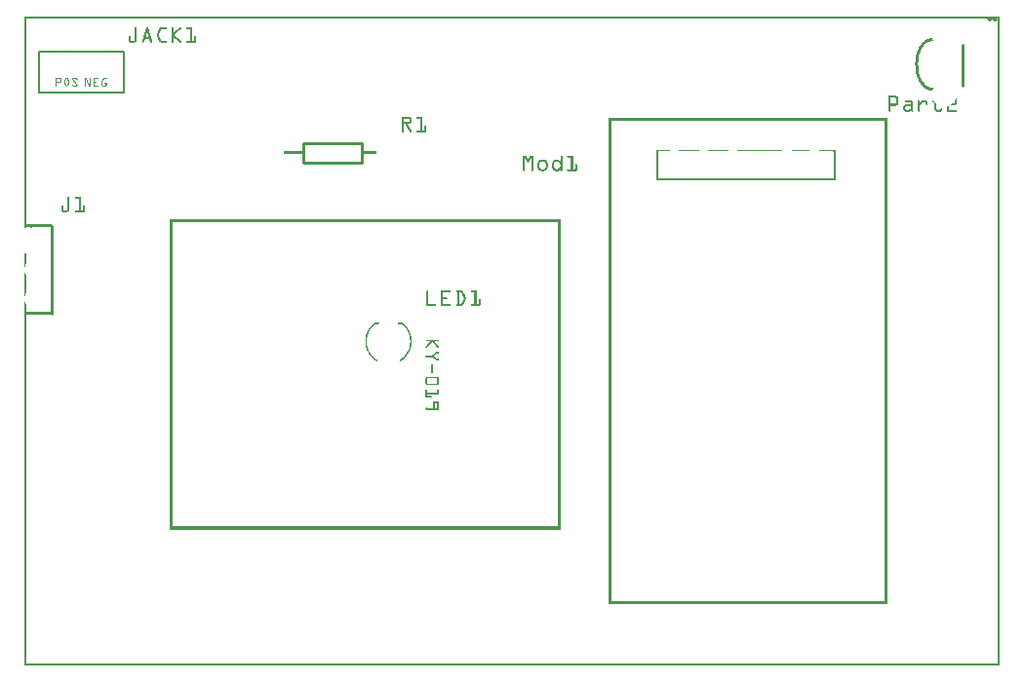
<source format=gto>
G04 MADE WITH FRITZING*
G04 WWW.FRITZING.ORG*
G04 DOUBLE SIDED*
G04 HOLES PLATED*
G04 CONTOUR ON CENTER OF CONTOUR VECTOR*
%ASAXBY*%
%FSLAX23Y23*%
%MOIN*%
%OFA0B0*%
%SFA1.0B1.0*%
%ADD10R,0.295000X0.144999X0.285000X0.134999*%
%ADD11C,0.005000*%
%ADD12C,0.010000*%
%ADD13R,0.001000X0.001000*%
%LNSILK1*%
G90*
G70*
G54D11*
X49Y2101D02*
X339Y2101D01*
X339Y1961D01*
X49Y1961D01*
X49Y2101D01*
D02*
G54D12*
X94Y1206D02*
X94Y1506D01*
D02*
X3208Y2126D02*
X3208Y1986D01*
D02*
X954Y1789D02*
X1154Y1789D01*
D02*
X1154Y1789D02*
X1154Y1723D01*
D02*
X1154Y1723D02*
X954Y1723D01*
D02*
X954Y1723D02*
X954Y1789D01*
G54D13*
X1Y2222D02*
X3333Y2222D01*
X1Y2221D02*
X3333Y2221D01*
X1Y2220D02*
X3333Y2220D01*
X1Y2219D02*
X3333Y2219D01*
X1Y2218D02*
X3333Y2218D01*
X1Y2217D02*
X3333Y2217D01*
X1Y2216D02*
X3333Y2216D01*
X1Y2215D02*
X3333Y2215D01*
X1Y2214D02*
X8Y2214D01*
X3292Y2214D02*
X3298Y2214D01*
X3302Y2214D02*
X3317Y2214D01*
X3326Y2214D02*
X3333Y2214D01*
X1Y2213D02*
X8Y2213D01*
X3292Y2213D02*
X3324Y2213D01*
X3326Y2213D02*
X3333Y2213D01*
X1Y2212D02*
X8Y2212D01*
X3293Y2212D02*
X3309Y2212D01*
X3312Y2212D02*
X3333Y2212D01*
X1Y2211D02*
X8Y2211D01*
X3293Y2211D02*
X3308Y2211D01*
X3312Y2211D02*
X3333Y2211D01*
X1Y2210D02*
X8Y2210D01*
X3294Y2210D02*
X3307Y2210D01*
X3312Y2210D02*
X3333Y2210D01*
X1Y2209D02*
X8Y2209D01*
X3295Y2209D02*
X3305Y2209D01*
X3313Y2209D02*
X3333Y2209D01*
X1Y2208D02*
X8Y2208D01*
X3296Y2208D02*
X3304Y2208D01*
X3313Y2208D02*
X3333Y2208D01*
X1Y2207D02*
X8Y2207D01*
X3298Y2207D02*
X3302Y2207D01*
X3314Y2207D02*
X3324Y2207D01*
X3326Y2207D02*
X3333Y2207D01*
X1Y2206D02*
X8Y2206D01*
X3326Y2206D02*
X3333Y2206D01*
X1Y2205D02*
X8Y2205D01*
X3326Y2205D02*
X3333Y2205D01*
X1Y2204D02*
X8Y2204D01*
X3326Y2204D02*
X3333Y2204D01*
X1Y2203D02*
X8Y2203D01*
X3326Y2203D02*
X3333Y2203D01*
X1Y2202D02*
X8Y2202D01*
X3326Y2202D02*
X3333Y2202D01*
X1Y2201D02*
X8Y2201D01*
X3326Y2201D02*
X3333Y2201D01*
X1Y2200D02*
X8Y2200D01*
X3326Y2200D02*
X3333Y2200D01*
X1Y2199D02*
X8Y2199D01*
X3326Y2199D02*
X3333Y2199D01*
X1Y2198D02*
X8Y2198D01*
X3326Y2198D02*
X3333Y2198D01*
X1Y2197D02*
X8Y2197D01*
X3326Y2197D02*
X3333Y2197D01*
X1Y2196D02*
X8Y2196D01*
X3326Y2196D02*
X3333Y2196D01*
X1Y2195D02*
X8Y2195D01*
X3326Y2195D02*
X3333Y2195D01*
X1Y2194D02*
X8Y2194D01*
X3326Y2194D02*
X3333Y2194D01*
X1Y2193D02*
X8Y2193D01*
X3326Y2193D02*
X3333Y2193D01*
X1Y2192D02*
X8Y2192D01*
X3326Y2192D02*
X3333Y2192D01*
X1Y2191D02*
X8Y2191D01*
X3326Y2191D02*
X3333Y2191D01*
X1Y2190D02*
X8Y2190D01*
X3326Y2190D02*
X3333Y2190D01*
X1Y2189D02*
X8Y2189D01*
X3326Y2189D02*
X3333Y2189D01*
X1Y2188D02*
X8Y2188D01*
X3326Y2188D02*
X3333Y2188D01*
X1Y2187D02*
X8Y2187D01*
X3326Y2187D02*
X3333Y2187D01*
X1Y2186D02*
X8Y2186D01*
X3326Y2186D02*
X3333Y2186D01*
X1Y2185D02*
X8Y2185D01*
X379Y2185D02*
X382Y2185D01*
X418Y2185D02*
X422Y2185D01*
X468Y2185D02*
X485Y2185D01*
X505Y2185D02*
X508Y2185D01*
X532Y2185D02*
X535Y2185D01*
X555Y2185D02*
X573Y2185D01*
X3326Y2185D02*
X3333Y2185D01*
X1Y2184D02*
X8Y2184D01*
X378Y2184D02*
X383Y2184D01*
X418Y2184D02*
X422Y2184D01*
X466Y2184D02*
X486Y2184D01*
X504Y2184D02*
X509Y2184D01*
X531Y2184D02*
X536Y2184D01*
X554Y2184D02*
X573Y2184D01*
X3326Y2184D02*
X3333Y2184D01*
X1Y2183D02*
X8Y2183D01*
X377Y2183D02*
X383Y2183D01*
X417Y2183D02*
X423Y2183D01*
X464Y2183D02*
X487Y2183D01*
X503Y2183D02*
X509Y2183D01*
X530Y2183D02*
X537Y2183D01*
X553Y2183D02*
X573Y2183D01*
X3326Y2183D02*
X3333Y2183D01*
X1Y2182D02*
X8Y2182D01*
X377Y2182D02*
X383Y2182D01*
X417Y2182D02*
X423Y2182D01*
X463Y2182D02*
X487Y2182D01*
X503Y2182D02*
X509Y2182D01*
X529Y2182D02*
X537Y2182D01*
X553Y2182D02*
X573Y2182D01*
X3326Y2182D02*
X3333Y2182D01*
X1Y2181D02*
X8Y2181D01*
X377Y2181D02*
X383Y2181D01*
X416Y2181D02*
X424Y2181D01*
X463Y2181D02*
X487Y2181D01*
X503Y2181D02*
X509Y2181D01*
X527Y2181D02*
X537Y2181D01*
X553Y2181D02*
X573Y2181D01*
X3326Y2181D02*
X3333Y2181D01*
X1Y2180D02*
X8Y2180D01*
X377Y2180D02*
X383Y2180D01*
X416Y2180D02*
X424Y2180D01*
X462Y2180D02*
X486Y2180D01*
X503Y2180D02*
X509Y2180D01*
X526Y2180D02*
X536Y2180D01*
X554Y2180D02*
X573Y2180D01*
X3326Y2180D02*
X3333Y2180D01*
X1Y2179D02*
X8Y2179D01*
X377Y2179D02*
X383Y2179D01*
X416Y2179D02*
X424Y2179D01*
X461Y2179D02*
X485Y2179D01*
X503Y2179D02*
X509Y2179D01*
X525Y2179D02*
X535Y2179D01*
X555Y2179D02*
X573Y2179D01*
X3326Y2179D02*
X3333Y2179D01*
X1Y2178D02*
X8Y2178D01*
X377Y2178D02*
X383Y2178D01*
X416Y2178D02*
X424Y2178D01*
X461Y2178D02*
X468Y2178D01*
X503Y2178D02*
X509Y2178D01*
X524Y2178D02*
X534Y2178D01*
X567Y2178D02*
X573Y2178D01*
X3326Y2178D02*
X3333Y2178D01*
X1Y2177D02*
X8Y2177D01*
X377Y2177D02*
X383Y2177D01*
X415Y2177D02*
X425Y2177D01*
X460Y2177D02*
X467Y2177D01*
X503Y2177D02*
X509Y2177D01*
X523Y2177D02*
X533Y2177D01*
X567Y2177D02*
X573Y2177D01*
X3326Y2177D02*
X3333Y2177D01*
X1Y2176D02*
X8Y2176D01*
X377Y2176D02*
X383Y2176D01*
X415Y2176D02*
X425Y2176D01*
X460Y2176D02*
X467Y2176D01*
X503Y2176D02*
X509Y2176D01*
X522Y2176D02*
X531Y2176D01*
X567Y2176D02*
X573Y2176D01*
X3326Y2176D02*
X3333Y2176D01*
X1Y2175D02*
X8Y2175D01*
X377Y2175D02*
X383Y2175D01*
X415Y2175D02*
X425Y2175D01*
X459Y2175D02*
X466Y2175D01*
X503Y2175D02*
X509Y2175D01*
X520Y2175D02*
X530Y2175D01*
X567Y2175D02*
X573Y2175D01*
X3326Y2175D02*
X3333Y2175D01*
X1Y2174D02*
X8Y2174D01*
X377Y2174D02*
X383Y2174D01*
X414Y2174D02*
X426Y2174D01*
X459Y2174D02*
X466Y2174D01*
X503Y2174D02*
X509Y2174D01*
X519Y2174D02*
X529Y2174D01*
X567Y2174D02*
X573Y2174D01*
X3326Y2174D02*
X3333Y2174D01*
X1Y2173D02*
X8Y2173D01*
X377Y2173D02*
X383Y2173D01*
X414Y2173D02*
X426Y2173D01*
X458Y2173D02*
X465Y2173D01*
X503Y2173D02*
X509Y2173D01*
X518Y2173D02*
X528Y2173D01*
X567Y2173D02*
X573Y2173D01*
X3326Y2173D02*
X3333Y2173D01*
X1Y2172D02*
X8Y2172D01*
X377Y2172D02*
X383Y2172D01*
X414Y2172D02*
X426Y2172D01*
X458Y2172D02*
X465Y2172D01*
X503Y2172D02*
X509Y2172D01*
X517Y2172D02*
X527Y2172D01*
X567Y2172D02*
X573Y2172D01*
X3326Y2172D02*
X3333Y2172D01*
X1Y2171D02*
X8Y2171D01*
X377Y2171D02*
X383Y2171D01*
X414Y2171D02*
X426Y2171D01*
X457Y2171D02*
X464Y2171D01*
X503Y2171D02*
X509Y2171D01*
X516Y2171D02*
X526Y2171D01*
X567Y2171D02*
X573Y2171D01*
X3326Y2171D02*
X3333Y2171D01*
X1Y2170D02*
X8Y2170D01*
X377Y2170D02*
X383Y2170D01*
X413Y2170D02*
X427Y2170D01*
X457Y2170D02*
X464Y2170D01*
X503Y2170D02*
X509Y2170D01*
X515Y2170D02*
X524Y2170D01*
X567Y2170D02*
X573Y2170D01*
X3326Y2170D02*
X3333Y2170D01*
X1Y2169D02*
X8Y2169D01*
X377Y2169D02*
X383Y2169D01*
X413Y2169D02*
X427Y2169D01*
X457Y2169D02*
X463Y2169D01*
X503Y2169D02*
X509Y2169D01*
X513Y2169D02*
X523Y2169D01*
X567Y2169D02*
X573Y2169D01*
X3326Y2169D02*
X3333Y2169D01*
X1Y2168D02*
X8Y2168D01*
X377Y2168D02*
X383Y2168D01*
X413Y2168D02*
X419Y2168D01*
X421Y2168D02*
X427Y2168D01*
X456Y2168D02*
X463Y2168D01*
X503Y2168D02*
X509Y2168D01*
X512Y2168D02*
X522Y2168D01*
X567Y2168D02*
X573Y2168D01*
X3326Y2168D02*
X3333Y2168D01*
X1Y2167D02*
X8Y2167D01*
X377Y2167D02*
X383Y2167D01*
X412Y2167D02*
X419Y2167D01*
X421Y2167D02*
X428Y2167D01*
X456Y2167D02*
X462Y2167D01*
X503Y2167D02*
X509Y2167D01*
X511Y2167D02*
X521Y2167D01*
X567Y2167D02*
X573Y2167D01*
X3326Y2167D02*
X3333Y2167D01*
X1Y2166D02*
X8Y2166D01*
X377Y2166D02*
X383Y2166D01*
X412Y2166D02*
X418Y2166D01*
X422Y2166D02*
X428Y2166D01*
X455Y2166D02*
X462Y2166D01*
X503Y2166D02*
X520Y2166D01*
X567Y2166D02*
X573Y2166D01*
X3326Y2166D02*
X3333Y2166D01*
X1Y2165D02*
X8Y2165D01*
X377Y2165D02*
X383Y2165D01*
X412Y2165D02*
X418Y2165D01*
X422Y2165D02*
X428Y2165D01*
X455Y2165D02*
X461Y2165D01*
X503Y2165D02*
X519Y2165D01*
X567Y2165D02*
X573Y2165D01*
X3326Y2165D02*
X3333Y2165D01*
X1Y2164D02*
X8Y2164D01*
X377Y2164D02*
X383Y2164D01*
X412Y2164D02*
X418Y2164D01*
X422Y2164D02*
X428Y2164D01*
X454Y2164D02*
X461Y2164D01*
X503Y2164D02*
X517Y2164D01*
X567Y2164D02*
X573Y2164D01*
X3326Y2164D02*
X3333Y2164D01*
X1Y2163D02*
X8Y2163D01*
X377Y2163D02*
X383Y2163D01*
X411Y2163D02*
X418Y2163D01*
X422Y2163D02*
X429Y2163D01*
X454Y2163D02*
X460Y2163D01*
X503Y2163D02*
X516Y2163D01*
X567Y2163D02*
X573Y2163D01*
X3326Y2163D02*
X3333Y2163D01*
X1Y2162D02*
X8Y2162D01*
X377Y2162D02*
X383Y2162D01*
X411Y2162D02*
X417Y2162D01*
X423Y2162D02*
X429Y2162D01*
X454Y2162D02*
X460Y2162D01*
X503Y2162D02*
X515Y2162D01*
X567Y2162D02*
X573Y2162D01*
X3326Y2162D02*
X3333Y2162D01*
X1Y2161D02*
X8Y2161D01*
X377Y2161D02*
X383Y2161D01*
X411Y2161D02*
X417Y2161D01*
X423Y2161D02*
X429Y2161D01*
X453Y2161D02*
X460Y2161D01*
X503Y2161D02*
X514Y2161D01*
X567Y2161D02*
X573Y2161D01*
X3326Y2161D02*
X3333Y2161D01*
X1Y2160D02*
X8Y2160D01*
X377Y2160D02*
X383Y2160D01*
X410Y2160D02*
X417Y2160D01*
X423Y2160D02*
X430Y2160D01*
X453Y2160D02*
X459Y2160D01*
X503Y2160D02*
X513Y2160D01*
X567Y2160D02*
X573Y2160D01*
X3326Y2160D02*
X3333Y2160D01*
X1Y2159D02*
X8Y2159D01*
X377Y2159D02*
X383Y2159D01*
X410Y2159D02*
X416Y2159D01*
X424Y2159D02*
X430Y2159D01*
X453Y2159D02*
X459Y2159D01*
X503Y2159D02*
X512Y2159D01*
X567Y2159D02*
X573Y2159D01*
X3326Y2159D02*
X3333Y2159D01*
X1Y2158D02*
X8Y2158D01*
X377Y2158D02*
X383Y2158D01*
X410Y2158D02*
X416Y2158D01*
X424Y2158D02*
X430Y2158D01*
X453Y2158D02*
X459Y2158D01*
X503Y2158D02*
X512Y2158D01*
X567Y2158D02*
X573Y2158D01*
X3326Y2158D02*
X3333Y2158D01*
X1Y2157D02*
X8Y2157D01*
X377Y2157D02*
X383Y2157D01*
X409Y2157D02*
X416Y2157D01*
X424Y2157D02*
X431Y2157D01*
X453Y2157D02*
X459Y2157D01*
X503Y2157D02*
X513Y2157D01*
X567Y2157D02*
X573Y2157D01*
X3326Y2157D02*
X3333Y2157D01*
X1Y2156D02*
X8Y2156D01*
X359Y2156D02*
X360Y2156D01*
X377Y2156D02*
X383Y2156D01*
X409Y2156D02*
X415Y2156D01*
X425Y2156D02*
X431Y2156D01*
X453Y2156D02*
X460Y2156D01*
X503Y2156D02*
X514Y2156D01*
X567Y2156D02*
X573Y2156D01*
X583Y2156D02*
X584Y2156D01*
X3326Y2156D02*
X3333Y2156D01*
X1Y2155D02*
X8Y2155D01*
X358Y2155D02*
X362Y2155D01*
X377Y2155D02*
X383Y2155D01*
X409Y2155D02*
X415Y2155D01*
X425Y2155D02*
X431Y2155D01*
X454Y2155D02*
X460Y2155D01*
X503Y2155D02*
X515Y2155D01*
X567Y2155D02*
X573Y2155D01*
X582Y2155D02*
X586Y2155D01*
X3326Y2155D02*
X3333Y2155D01*
X1Y2154D02*
X8Y2154D01*
X357Y2154D02*
X362Y2154D01*
X377Y2154D02*
X383Y2154D01*
X409Y2154D02*
X415Y2154D01*
X425Y2154D02*
X431Y2154D01*
X454Y2154D02*
X460Y2154D01*
X503Y2154D02*
X517Y2154D01*
X567Y2154D02*
X573Y2154D01*
X581Y2154D02*
X587Y2154D01*
X3326Y2154D02*
X3333Y2154D01*
X1Y2153D02*
X8Y2153D01*
X357Y2153D02*
X363Y2153D01*
X377Y2153D02*
X383Y2153D01*
X408Y2153D02*
X415Y2153D01*
X425Y2153D02*
X432Y2153D01*
X454Y2153D02*
X461Y2153D01*
X503Y2153D02*
X518Y2153D01*
X567Y2153D02*
X573Y2153D01*
X581Y2153D02*
X587Y2153D01*
X3326Y2153D02*
X3333Y2153D01*
X1Y2152D02*
X8Y2152D01*
X357Y2152D02*
X363Y2152D01*
X377Y2152D02*
X383Y2152D01*
X408Y2152D02*
X414Y2152D01*
X426Y2152D02*
X432Y2152D01*
X455Y2152D02*
X461Y2152D01*
X503Y2152D02*
X519Y2152D01*
X567Y2152D02*
X573Y2152D01*
X581Y2152D02*
X587Y2152D01*
X3326Y2152D02*
X3333Y2152D01*
X1Y2151D02*
X8Y2151D01*
X357Y2151D02*
X363Y2151D01*
X377Y2151D02*
X383Y2151D01*
X408Y2151D02*
X414Y2151D01*
X426Y2151D02*
X432Y2151D01*
X455Y2151D02*
X462Y2151D01*
X503Y2151D02*
X520Y2151D01*
X567Y2151D02*
X573Y2151D01*
X581Y2151D02*
X587Y2151D01*
X3326Y2151D02*
X3333Y2151D01*
X1Y2150D02*
X8Y2150D01*
X357Y2150D02*
X363Y2150D01*
X377Y2150D02*
X383Y2150D01*
X407Y2150D02*
X433Y2150D01*
X456Y2150D02*
X462Y2150D01*
X503Y2150D02*
X509Y2150D01*
X511Y2150D02*
X521Y2150D01*
X567Y2150D02*
X573Y2150D01*
X581Y2150D02*
X587Y2150D01*
X3326Y2150D02*
X3333Y2150D01*
X1Y2149D02*
X8Y2149D01*
X357Y2149D02*
X363Y2149D01*
X377Y2149D02*
X383Y2149D01*
X407Y2149D02*
X433Y2149D01*
X456Y2149D02*
X463Y2149D01*
X503Y2149D02*
X509Y2149D01*
X513Y2149D02*
X522Y2149D01*
X567Y2149D02*
X573Y2149D01*
X581Y2149D02*
X587Y2149D01*
X3326Y2149D02*
X3333Y2149D01*
X1Y2148D02*
X8Y2148D01*
X357Y2148D02*
X363Y2148D01*
X377Y2148D02*
X383Y2148D01*
X407Y2148D02*
X433Y2148D01*
X457Y2148D02*
X464Y2148D01*
X503Y2148D02*
X509Y2148D01*
X514Y2148D02*
X524Y2148D01*
X567Y2148D02*
X573Y2148D01*
X581Y2148D02*
X587Y2148D01*
X3326Y2148D02*
X3333Y2148D01*
X1Y2147D02*
X8Y2147D01*
X357Y2147D02*
X363Y2147D01*
X377Y2147D02*
X383Y2147D01*
X407Y2147D02*
X433Y2147D01*
X457Y2147D02*
X464Y2147D01*
X503Y2147D02*
X509Y2147D01*
X515Y2147D02*
X525Y2147D01*
X567Y2147D02*
X573Y2147D01*
X581Y2147D02*
X587Y2147D01*
X3095Y2147D02*
X3103Y2147D01*
X3326Y2147D02*
X3333Y2147D01*
X1Y2146D02*
X8Y2146D01*
X357Y2146D02*
X363Y2146D01*
X377Y2146D02*
X383Y2146D01*
X406Y2146D02*
X434Y2146D01*
X458Y2146D02*
X465Y2146D01*
X503Y2146D02*
X509Y2146D01*
X516Y2146D02*
X526Y2146D01*
X567Y2146D02*
X573Y2146D01*
X581Y2146D02*
X587Y2146D01*
X3091Y2146D02*
X3103Y2146D01*
X3326Y2146D02*
X3333Y2146D01*
X1Y2145D02*
X8Y2145D01*
X357Y2145D02*
X363Y2145D01*
X377Y2145D02*
X383Y2145D01*
X406Y2145D02*
X434Y2145D01*
X458Y2145D02*
X465Y2145D01*
X503Y2145D02*
X509Y2145D01*
X517Y2145D02*
X527Y2145D01*
X567Y2145D02*
X573Y2145D01*
X581Y2145D02*
X587Y2145D01*
X3089Y2145D02*
X3103Y2145D01*
X3326Y2145D02*
X3333Y2145D01*
X1Y2144D02*
X8Y2144D01*
X357Y2144D02*
X363Y2144D01*
X377Y2144D02*
X383Y2144D01*
X406Y2144D02*
X434Y2144D01*
X459Y2144D02*
X466Y2144D01*
X503Y2144D02*
X509Y2144D01*
X518Y2144D02*
X528Y2144D01*
X567Y2144D02*
X573Y2144D01*
X581Y2144D02*
X587Y2144D01*
X3086Y2144D02*
X3103Y2144D01*
X3326Y2144D02*
X3333Y2144D01*
X1Y2143D02*
X8Y2143D01*
X357Y2143D02*
X363Y2143D01*
X377Y2143D02*
X383Y2143D01*
X405Y2143D02*
X412Y2143D01*
X428Y2143D02*
X435Y2143D01*
X459Y2143D02*
X466Y2143D01*
X503Y2143D02*
X509Y2143D01*
X520Y2143D02*
X529Y2143D01*
X567Y2143D02*
X573Y2143D01*
X581Y2143D02*
X587Y2143D01*
X3084Y2143D02*
X3104Y2143D01*
X3326Y2143D02*
X3333Y2143D01*
X1Y2142D02*
X8Y2142D01*
X357Y2142D02*
X363Y2142D01*
X377Y2142D02*
X383Y2142D01*
X405Y2142D02*
X411Y2142D01*
X429Y2142D02*
X435Y2142D01*
X460Y2142D02*
X467Y2142D01*
X503Y2142D02*
X509Y2142D01*
X521Y2142D02*
X531Y2142D01*
X567Y2142D02*
X573Y2142D01*
X581Y2142D02*
X587Y2142D01*
X3083Y2142D02*
X3104Y2142D01*
X3326Y2142D02*
X3333Y2142D01*
X1Y2141D02*
X8Y2141D01*
X357Y2141D02*
X363Y2141D01*
X377Y2141D02*
X383Y2141D01*
X405Y2141D02*
X411Y2141D01*
X429Y2141D02*
X435Y2141D01*
X460Y2141D02*
X467Y2141D01*
X503Y2141D02*
X509Y2141D01*
X522Y2141D02*
X532Y2141D01*
X567Y2141D02*
X573Y2141D01*
X581Y2141D02*
X587Y2141D01*
X3081Y2141D02*
X3104Y2141D01*
X3326Y2141D02*
X3333Y2141D01*
X1Y2140D02*
X8Y2140D01*
X357Y2140D02*
X363Y2140D01*
X377Y2140D02*
X383Y2140D01*
X404Y2140D02*
X411Y2140D01*
X429Y2140D02*
X435Y2140D01*
X461Y2140D02*
X468Y2140D01*
X503Y2140D02*
X509Y2140D01*
X523Y2140D02*
X533Y2140D01*
X567Y2140D02*
X573Y2140D01*
X581Y2140D02*
X587Y2140D01*
X3079Y2140D02*
X3105Y2140D01*
X3326Y2140D02*
X3333Y2140D01*
X1Y2139D02*
X8Y2139D01*
X357Y2139D02*
X365Y2139D01*
X375Y2139D02*
X383Y2139D01*
X404Y2139D02*
X411Y2139D01*
X430Y2139D02*
X436Y2139D01*
X461Y2139D02*
X469Y2139D01*
X503Y2139D02*
X509Y2139D01*
X524Y2139D02*
X534Y2139D01*
X567Y2139D02*
X573Y2139D01*
X581Y2139D02*
X587Y2139D01*
X3078Y2139D02*
X3104Y2139D01*
X3326Y2139D02*
X3333Y2139D01*
X1Y2138D02*
X8Y2138D01*
X357Y2138D02*
X383Y2138D01*
X404Y2138D02*
X410Y2138D01*
X430Y2138D02*
X436Y2138D01*
X462Y2138D02*
X485Y2138D01*
X503Y2138D02*
X509Y2138D01*
X525Y2138D02*
X535Y2138D01*
X555Y2138D02*
X587Y2138D01*
X3077Y2138D02*
X3102Y2138D01*
X3326Y2138D02*
X3333Y2138D01*
X1Y2137D02*
X8Y2137D01*
X358Y2137D02*
X382Y2137D01*
X404Y2137D02*
X410Y2137D01*
X430Y2137D02*
X436Y2137D01*
X462Y2137D02*
X486Y2137D01*
X503Y2137D02*
X509Y2137D01*
X527Y2137D02*
X536Y2137D01*
X554Y2137D02*
X587Y2137D01*
X3076Y2137D02*
X3095Y2137D01*
X3326Y2137D02*
X3333Y2137D01*
X1Y2136D02*
X8Y2136D01*
X359Y2136D02*
X381Y2136D01*
X403Y2136D02*
X410Y2136D01*
X430Y2136D02*
X437Y2136D01*
X463Y2136D02*
X487Y2136D01*
X503Y2136D02*
X509Y2136D01*
X528Y2136D02*
X537Y2136D01*
X553Y2136D02*
X587Y2136D01*
X3074Y2136D02*
X3091Y2136D01*
X3326Y2136D02*
X3333Y2136D01*
X1Y2135D02*
X8Y2135D01*
X359Y2135D02*
X381Y2135D01*
X403Y2135D02*
X409Y2135D01*
X431Y2135D02*
X437Y2135D01*
X464Y2135D02*
X487Y2135D01*
X503Y2135D02*
X509Y2135D01*
X529Y2135D02*
X537Y2135D01*
X553Y2135D02*
X587Y2135D01*
X3073Y2135D02*
X3089Y2135D01*
X3326Y2135D02*
X3333Y2135D01*
X1Y2134D02*
X8Y2134D01*
X361Y2134D02*
X379Y2134D01*
X403Y2134D02*
X409Y2134D01*
X431Y2134D02*
X437Y2134D01*
X465Y2134D02*
X487Y2134D01*
X503Y2134D02*
X509Y2134D01*
X530Y2134D02*
X537Y2134D01*
X553Y2134D02*
X587Y2134D01*
X3072Y2134D02*
X3087Y2134D01*
X3326Y2134D02*
X3333Y2134D01*
X1Y2133D02*
X8Y2133D01*
X362Y2133D02*
X378Y2133D01*
X404Y2133D02*
X408Y2133D01*
X432Y2133D02*
X436Y2133D01*
X466Y2133D02*
X486Y2133D01*
X504Y2133D02*
X509Y2133D01*
X531Y2133D02*
X536Y2133D01*
X554Y2133D02*
X586Y2133D01*
X3071Y2133D02*
X3085Y2133D01*
X3326Y2133D02*
X3333Y2133D01*
X1Y2132D02*
X8Y2132D01*
X364Y2132D02*
X376Y2132D01*
X405Y2132D02*
X407Y2132D01*
X433Y2132D02*
X435Y2132D01*
X468Y2132D02*
X485Y2132D01*
X505Y2132D02*
X507Y2132D01*
X533Y2132D02*
X535Y2132D01*
X555Y2132D02*
X585Y2132D01*
X3070Y2132D02*
X3084Y2132D01*
X3326Y2132D02*
X3333Y2132D01*
X1Y2131D02*
X8Y2131D01*
X3069Y2131D02*
X3083Y2131D01*
X3326Y2131D02*
X3333Y2131D01*
X1Y2130D02*
X8Y2130D01*
X3068Y2130D02*
X3081Y2130D01*
X3326Y2130D02*
X3333Y2130D01*
X1Y2129D02*
X8Y2129D01*
X3068Y2129D02*
X3080Y2129D01*
X3326Y2129D02*
X3333Y2129D01*
X1Y2128D02*
X8Y2128D01*
X3067Y2128D02*
X3079Y2128D01*
X3326Y2128D02*
X3333Y2128D01*
X1Y2127D02*
X8Y2127D01*
X3066Y2127D02*
X3078Y2127D01*
X3326Y2127D02*
X3333Y2127D01*
X1Y2126D02*
X8Y2126D01*
X3065Y2126D02*
X3077Y2126D01*
X3326Y2126D02*
X3333Y2126D01*
X1Y2125D02*
X8Y2125D01*
X3064Y2125D02*
X3076Y2125D01*
X3326Y2125D02*
X3333Y2125D01*
X1Y2124D02*
X8Y2124D01*
X3064Y2124D02*
X3075Y2124D01*
X3326Y2124D02*
X3333Y2124D01*
X1Y2123D02*
X8Y2123D01*
X3063Y2123D02*
X3074Y2123D01*
X3326Y2123D02*
X3333Y2123D01*
X1Y2122D02*
X8Y2122D01*
X3062Y2122D02*
X3074Y2122D01*
X3326Y2122D02*
X3333Y2122D01*
X1Y2121D02*
X8Y2121D01*
X3062Y2121D02*
X3073Y2121D01*
X3326Y2121D02*
X3333Y2121D01*
X1Y2120D02*
X8Y2120D01*
X3061Y2120D02*
X3072Y2120D01*
X3326Y2120D02*
X3333Y2120D01*
X1Y2119D02*
X8Y2119D01*
X3061Y2119D02*
X3071Y2119D01*
X3326Y2119D02*
X3333Y2119D01*
X1Y2118D02*
X8Y2118D01*
X3060Y2118D02*
X3071Y2118D01*
X3326Y2118D02*
X3333Y2118D01*
X1Y2117D02*
X8Y2117D01*
X3059Y2117D02*
X3070Y2117D01*
X3326Y2117D02*
X3333Y2117D01*
X1Y2116D02*
X8Y2116D01*
X3059Y2116D02*
X3069Y2116D01*
X3326Y2116D02*
X3333Y2116D01*
X1Y2115D02*
X8Y2115D01*
X3058Y2115D02*
X3069Y2115D01*
X3326Y2115D02*
X3333Y2115D01*
X1Y2114D02*
X8Y2114D01*
X3058Y2114D02*
X3068Y2114D01*
X3326Y2114D02*
X3333Y2114D01*
X1Y2113D02*
X8Y2113D01*
X3057Y2113D02*
X3068Y2113D01*
X3326Y2113D02*
X3333Y2113D01*
X1Y2112D02*
X8Y2112D01*
X3057Y2112D02*
X3067Y2112D01*
X3326Y2112D02*
X3333Y2112D01*
X1Y2111D02*
X8Y2111D01*
X3056Y2111D02*
X3067Y2111D01*
X3326Y2111D02*
X3333Y2111D01*
X1Y2110D02*
X8Y2110D01*
X3056Y2110D02*
X3066Y2110D01*
X3326Y2110D02*
X3333Y2110D01*
X1Y2109D02*
X8Y2109D01*
X3055Y2109D02*
X3065Y2109D01*
X3326Y2109D02*
X3333Y2109D01*
X1Y2108D02*
X8Y2108D01*
X3055Y2108D02*
X3065Y2108D01*
X3326Y2108D02*
X3333Y2108D01*
X1Y2107D02*
X8Y2107D01*
X3055Y2107D02*
X3064Y2107D01*
X3326Y2107D02*
X3333Y2107D01*
X1Y2106D02*
X8Y2106D01*
X3054Y2106D02*
X3064Y2106D01*
X3326Y2106D02*
X3333Y2106D01*
X1Y2105D02*
X8Y2105D01*
X3054Y2105D02*
X3064Y2105D01*
X3326Y2105D02*
X3333Y2105D01*
X1Y2104D02*
X8Y2104D01*
X3053Y2104D02*
X3063Y2104D01*
X3326Y2104D02*
X3333Y2104D01*
X1Y2103D02*
X8Y2103D01*
X3053Y2103D02*
X3063Y2103D01*
X3326Y2103D02*
X3333Y2103D01*
X1Y2102D02*
X8Y2102D01*
X3053Y2102D02*
X3062Y2102D01*
X3326Y2102D02*
X3333Y2102D01*
X1Y2101D02*
X8Y2101D01*
X3052Y2101D02*
X3062Y2101D01*
X3326Y2101D02*
X3333Y2101D01*
X1Y2100D02*
X8Y2100D01*
X3052Y2100D02*
X3062Y2100D01*
X3326Y2100D02*
X3333Y2100D01*
X1Y2099D02*
X8Y2099D01*
X3052Y2099D02*
X3061Y2099D01*
X3326Y2099D02*
X3333Y2099D01*
X1Y2098D02*
X8Y2098D01*
X3051Y2098D02*
X3061Y2098D01*
X3326Y2098D02*
X3333Y2098D01*
X1Y2097D02*
X8Y2097D01*
X3051Y2097D02*
X3060Y2097D01*
X3326Y2097D02*
X3333Y2097D01*
X1Y2096D02*
X8Y2096D01*
X3051Y2096D02*
X3060Y2096D01*
X3326Y2096D02*
X3333Y2096D01*
X1Y2095D02*
X8Y2095D01*
X3050Y2095D02*
X3060Y2095D01*
X3326Y2095D02*
X3333Y2095D01*
X1Y2094D02*
X8Y2094D01*
X3050Y2094D02*
X3060Y2094D01*
X3326Y2094D02*
X3333Y2094D01*
X1Y2093D02*
X8Y2093D01*
X3050Y2093D02*
X3059Y2093D01*
X3326Y2093D02*
X3333Y2093D01*
X1Y2092D02*
X8Y2092D01*
X3050Y2092D02*
X3059Y2092D01*
X3326Y2092D02*
X3333Y2092D01*
X1Y2091D02*
X8Y2091D01*
X3049Y2091D02*
X3059Y2091D01*
X3326Y2091D02*
X3333Y2091D01*
X1Y2090D02*
X8Y2090D01*
X3049Y2090D02*
X3058Y2090D01*
X3326Y2090D02*
X3333Y2090D01*
X1Y2089D02*
X8Y2089D01*
X3049Y2089D02*
X3058Y2089D01*
X3326Y2089D02*
X3333Y2089D01*
X1Y2088D02*
X8Y2088D01*
X3049Y2088D02*
X3058Y2088D01*
X3326Y2088D02*
X3333Y2088D01*
X1Y2087D02*
X8Y2087D01*
X3048Y2087D02*
X3058Y2087D01*
X3326Y2087D02*
X3333Y2087D01*
X1Y2086D02*
X8Y2086D01*
X3048Y2086D02*
X3057Y2086D01*
X3326Y2086D02*
X3333Y2086D01*
X1Y2085D02*
X8Y2085D01*
X3048Y2085D02*
X3057Y2085D01*
X3326Y2085D02*
X3333Y2085D01*
X1Y2084D02*
X8Y2084D01*
X3048Y2084D02*
X3057Y2084D01*
X3326Y2084D02*
X3333Y2084D01*
X1Y2083D02*
X8Y2083D01*
X3048Y2083D02*
X3057Y2083D01*
X3326Y2083D02*
X3333Y2083D01*
X1Y2082D02*
X8Y2082D01*
X3047Y2082D02*
X3057Y2082D01*
X3326Y2082D02*
X3333Y2082D01*
X1Y2081D02*
X8Y2081D01*
X3047Y2081D02*
X3056Y2081D01*
X3326Y2081D02*
X3333Y2081D01*
X1Y2080D02*
X8Y2080D01*
X3047Y2080D02*
X3056Y2080D01*
X3326Y2080D02*
X3333Y2080D01*
X1Y2079D02*
X8Y2079D01*
X3047Y2079D02*
X3056Y2079D01*
X3326Y2079D02*
X3333Y2079D01*
X1Y2078D02*
X8Y2078D01*
X3047Y2078D02*
X3056Y2078D01*
X3326Y2078D02*
X3333Y2078D01*
X1Y2077D02*
X8Y2077D01*
X3047Y2077D02*
X3056Y2077D01*
X3326Y2077D02*
X3333Y2077D01*
X1Y2076D02*
X8Y2076D01*
X3047Y2076D02*
X3056Y2076D01*
X3326Y2076D02*
X3333Y2076D01*
X1Y2075D02*
X8Y2075D01*
X3046Y2075D02*
X3055Y2075D01*
X3326Y2075D02*
X3333Y2075D01*
X1Y2074D02*
X8Y2074D01*
X3046Y2074D02*
X3055Y2074D01*
X3326Y2074D02*
X3333Y2074D01*
X1Y2073D02*
X8Y2073D01*
X3046Y2073D02*
X3055Y2073D01*
X3326Y2073D02*
X3333Y2073D01*
X1Y2072D02*
X8Y2072D01*
X3046Y2072D02*
X3055Y2072D01*
X3326Y2072D02*
X3333Y2072D01*
X1Y2071D02*
X8Y2071D01*
X3046Y2071D02*
X3055Y2071D01*
X3326Y2071D02*
X3333Y2071D01*
X1Y2070D02*
X8Y2070D01*
X3046Y2070D02*
X3055Y2070D01*
X3326Y2070D02*
X3333Y2070D01*
X1Y2069D02*
X8Y2069D01*
X3046Y2069D02*
X3055Y2069D01*
X3326Y2069D02*
X3333Y2069D01*
X1Y2068D02*
X8Y2068D01*
X3046Y2068D02*
X3055Y2068D01*
X3326Y2068D02*
X3333Y2068D01*
X1Y2067D02*
X8Y2067D01*
X3046Y2067D02*
X3055Y2067D01*
X3326Y2067D02*
X3333Y2067D01*
X1Y2066D02*
X8Y2066D01*
X3046Y2066D02*
X3055Y2066D01*
X3326Y2066D02*
X3333Y2066D01*
X1Y2065D02*
X8Y2065D01*
X3046Y2065D02*
X3055Y2065D01*
X3326Y2065D02*
X3333Y2065D01*
X1Y2064D02*
X8Y2064D01*
X3046Y2064D02*
X3055Y2064D01*
X3326Y2064D02*
X3333Y2064D01*
X1Y2063D02*
X8Y2063D01*
X3045Y2063D02*
X3054Y2063D01*
X3326Y2063D02*
X3333Y2063D01*
X1Y2062D02*
X8Y2062D01*
X3045Y2062D02*
X3054Y2062D01*
X3326Y2062D02*
X3333Y2062D01*
X1Y2061D02*
X8Y2061D01*
X3045Y2061D02*
X3054Y2061D01*
X3326Y2061D02*
X3333Y2061D01*
X1Y2060D02*
X8Y2060D01*
X3045Y2060D02*
X3054Y2060D01*
X3326Y2060D02*
X3333Y2060D01*
X1Y2059D02*
X8Y2059D01*
X3045Y2059D02*
X3054Y2059D01*
X3326Y2059D02*
X3333Y2059D01*
X1Y2058D02*
X8Y2058D01*
X3045Y2058D02*
X3054Y2058D01*
X3326Y2058D02*
X3333Y2058D01*
X1Y2057D02*
X8Y2057D01*
X3045Y2057D02*
X3054Y2057D01*
X3326Y2057D02*
X3333Y2057D01*
X1Y2056D02*
X8Y2056D01*
X3045Y2056D02*
X3054Y2056D01*
X3326Y2056D02*
X3333Y2056D01*
X1Y2055D02*
X8Y2055D01*
X3045Y2055D02*
X3054Y2055D01*
X3326Y2055D02*
X3333Y2055D01*
X1Y2054D02*
X8Y2054D01*
X3045Y2054D02*
X3054Y2054D01*
X3326Y2054D02*
X3333Y2054D01*
X1Y2053D02*
X8Y2053D01*
X3046Y2053D02*
X3055Y2053D01*
X3326Y2053D02*
X3333Y2053D01*
X1Y2052D02*
X8Y2052D01*
X3046Y2052D02*
X3055Y2052D01*
X3326Y2052D02*
X3333Y2052D01*
X1Y2051D02*
X8Y2051D01*
X3046Y2051D02*
X3055Y2051D01*
X3326Y2051D02*
X3333Y2051D01*
X1Y2050D02*
X8Y2050D01*
X3046Y2050D02*
X3055Y2050D01*
X3326Y2050D02*
X3333Y2050D01*
X1Y2049D02*
X8Y2049D01*
X3046Y2049D02*
X3055Y2049D01*
X3326Y2049D02*
X3333Y2049D01*
X1Y2048D02*
X8Y2048D01*
X3046Y2048D02*
X3055Y2048D01*
X3326Y2048D02*
X3333Y2048D01*
X1Y2047D02*
X8Y2047D01*
X3046Y2047D02*
X3055Y2047D01*
X3326Y2047D02*
X3333Y2047D01*
X1Y2046D02*
X8Y2046D01*
X3046Y2046D02*
X3055Y2046D01*
X3326Y2046D02*
X3333Y2046D01*
X1Y2045D02*
X8Y2045D01*
X3046Y2045D02*
X3055Y2045D01*
X3326Y2045D02*
X3333Y2045D01*
X1Y2044D02*
X8Y2044D01*
X3046Y2044D02*
X3055Y2044D01*
X3326Y2044D02*
X3333Y2044D01*
X1Y2043D02*
X8Y2043D01*
X3046Y2043D02*
X3055Y2043D01*
X3326Y2043D02*
X3333Y2043D01*
X1Y2042D02*
X8Y2042D01*
X3046Y2042D02*
X3055Y2042D01*
X3326Y2042D02*
X3333Y2042D01*
X1Y2041D02*
X8Y2041D01*
X3046Y2041D02*
X3055Y2041D01*
X3326Y2041D02*
X3333Y2041D01*
X1Y2040D02*
X8Y2040D01*
X3047Y2040D02*
X3056Y2040D01*
X3326Y2040D02*
X3333Y2040D01*
X1Y2039D02*
X8Y2039D01*
X3047Y2039D02*
X3056Y2039D01*
X3326Y2039D02*
X3333Y2039D01*
X1Y2038D02*
X8Y2038D01*
X3047Y2038D02*
X3056Y2038D01*
X3326Y2038D02*
X3333Y2038D01*
X1Y2037D02*
X8Y2037D01*
X3047Y2037D02*
X3056Y2037D01*
X3326Y2037D02*
X3333Y2037D01*
X1Y2036D02*
X8Y2036D01*
X3047Y2036D02*
X3056Y2036D01*
X3326Y2036D02*
X3333Y2036D01*
X1Y2035D02*
X8Y2035D01*
X3047Y2035D02*
X3056Y2035D01*
X3326Y2035D02*
X3333Y2035D01*
X1Y2034D02*
X8Y2034D01*
X3048Y2034D02*
X3057Y2034D01*
X3326Y2034D02*
X3333Y2034D01*
X1Y2033D02*
X8Y2033D01*
X3048Y2033D02*
X3057Y2033D01*
X3326Y2033D02*
X3333Y2033D01*
X1Y2032D02*
X8Y2032D01*
X3048Y2032D02*
X3057Y2032D01*
X3326Y2032D02*
X3333Y2032D01*
X1Y2031D02*
X8Y2031D01*
X3048Y2031D02*
X3057Y2031D01*
X3326Y2031D02*
X3333Y2031D01*
X1Y2030D02*
X8Y2030D01*
X3048Y2030D02*
X3057Y2030D01*
X3326Y2030D02*
X3333Y2030D01*
X1Y2029D02*
X8Y2029D01*
X3049Y2029D02*
X3058Y2029D01*
X3326Y2029D02*
X3333Y2029D01*
X1Y2028D02*
X8Y2028D01*
X3049Y2028D02*
X3058Y2028D01*
X3326Y2028D02*
X3333Y2028D01*
X1Y2027D02*
X8Y2027D01*
X3049Y2027D02*
X3058Y2027D01*
X3326Y2027D02*
X3333Y2027D01*
X1Y2026D02*
X8Y2026D01*
X3049Y2026D02*
X3058Y2026D01*
X3326Y2026D02*
X3333Y2026D01*
X1Y2025D02*
X8Y2025D01*
X3049Y2025D02*
X3059Y2025D01*
X3326Y2025D02*
X3333Y2025D01*
X1Y2024D02*
X8Y2024D01*
X3050Y2024D02*
X3059Y2024D01*
X3326Y2024D02*
X3333Y2024D01*
X1Y2023D02*
X8Y2023D01*
X3050Y2023D02*
X3059Y2023D01*
X3326Y2023D02*
X3333Y2023D01*
X1Y2022D02*
X8Y2022D01*
X3050Y2022D02*
X3060Y2022D01*
X3326Y2022D02*
X3333Y2022D01*
X1Y2021D02*
X8Y2021D01*
X3051Y2021D02*
X3060Y2021D01*
X3326Y2021D02*
X3333Y2021D01*
X1Y2020D02*
X8Y2020D01*
X3051Y2020D02*
X3060Y2020D01*
X3326Y2020D02*
X3333Y2020D01*
X1Y2019D02*
X8Y2019D01*
X3051Y2019D02*
X3060Y2019D01*
X3326Y2019D02*
X3333Y2019D01*
X1Y2018D02*
X8Y2018D01*
X3051Y2018D02*
X3061Y2018D01*
X3326Y2018D02*
X3333Y2018D01*
X1Y2017D02*
X8Y2017D01*
X3052Y2017D02*
X3061Y2017D01*
X3326Y2017D02*
X3333Y2017D01*
X1Y2016D02*
X8Y2016D01*
X3052Y2016D02*
X3062Y2016D01*
X3326Y2016D02*
X3333Y2016D01*
X1Y2015D02*
X8Y2015D01*
X3052Y2015D02*
X3062Y2015D01*
X3326Y2015D02*
X3333Y2015D01*
X1Y2014D02*
X8Y2014D01*
X3053Y2014D02*
X3062Y2014D01*
X3326Y2014D02*
X3333Y2014D01*
X1Y2013D02*
X8Y2013D01*
X3053Y2013D02*
X3063Y2013D01*
X3326Y2013D02*
X3333Y2013D01*
X1Y2012D02*
X8Y2012D01*
X108Y2012D02*
X122Y2012D01*
X144Y2012D02*
X146Y2012D01*
X167Y2012D02*
X178Y2012D01*
X3054Y2012D02*
X3063Y2012D01*
X3326Y2012D02*
X3333Y2012D01*
X1Y2011D02*
X8Y2011D01*
X108Y2011D02*
X124Y2011D01*
X142Y2011D02*
X148Y2011D01*
X165Y2011D02*
X180Y2011D01*
X208Y2011D02*
X212Y2011D01*
X224Y2011D02*
X226Y2011D01*
X236Y2011D02*
X254Y2011D01*
X272Y2011D02*
X282Y2011D01*
X3054Y2011D02*
X3064Y2011D01*
X3326Y2011D02*
X3333Y2011D01*
X1Y2010D02*
X8Y2010D01*
X108Y2010D02*
X125Y2010D01*
X141Y2010D02*
X149Y2010D01*
X164Y2010D02*
X181Y2010D01*
X208Y2010D02*
X213Y2010D01*
X223Y2010D02*
X226Y2010D01*
X236Y2010D02*
X254Y2010D01*
X271Y2010D02*
X282Y2010D01*
X3054Y2010D02*
X3064Y2010D01*
X3326Y2010D02*
X3333Y2010D01*
X1Y2009D02*
X8Y2009D01*
X108Y2009D02*
X126Y2009D01*
X141Y2009D02*
X149Y2009D01*
X164Y2009D02*
X182Y2009D01*
X208Y2009D02*
X213Y2009D01*
X223Y2009D02*
X226Y2009D01*
X236Y2009D02*
X254Y2009D01*
X270Y2009D02*
X282Y2009D01*
X3055Y2009D02*
X3065Y2009D01*
X3326Y2009D02*
X3333Y2009D01*
X1Y2008D02*
X8Y2008D01*
X108Y2008D02*
X111Y2008D01*
X122Y2008D02*
X126Y2008D01*
X140Y2008D02*
X144Y2008D01*
X146Y2008D02*
X150Y2008D01*
X164Y2008D02*
X167Y2008D01*
X179Y2008D02*
X182Y2008D01*
X208Y2008D02*
X214Y2008D01*
X223Y2008D02*
X226Y2008D01*
X236Y2008D02*
X253Y2008D01*
X270Y2008D02*
X281Y2008D01*
X3055Y2008D02*
X3065Y2008D01*
X3326Y2008D02*
X3333Y2008D01*
X1Y2007D02*
X8Y2007D01*
X108Y2007D02*
X111Y2007D01*
X123Y2007D02*
X126Y2007D01*
X140Y2007D02*
X143Y2007D01*
X147Y2007D02*
X150Y2007D01*
X164Y2007D02*
X167Y2007D01*
X179Y2007D02*
X182Y2007D01*
X208Y2007D02*
X214Y2007D01*
X223Y2007D02*
X226Y2007D01*
X236Y2007D02*
X239Y2007D01*
X269Y2007D02*
X273Y2007D01*
X3056Y2007D02*
X3066Y2007D01*
X3326Y2007D02*
X3333Y2007D01*
X1Y2006D02*
X8Y2006D01*
X108Y2006D02*
X111Y2006D01*
X123Y2006D02*
X126Y2006D01*
X139Y2006D02*
X143Y2006D01*
X147Y2006D02*
X151Y2006D01*
X164Y2006D02*
X168Y2006D01*
X180Y2006D02*
X182Y2006D01*
X208Y2006D02*
X215Y2006D01*
X223Y2006D02*
X226Y2006D01*
X236Y2006D02*
X239Y2006D01*
X268Y2006D02*
X272Y2006D01*
X3056Y2006D02*
X3066Y2006D01*
X3326Y2006D02*
X3333Y2006D01*
X1Y2005D02*
X8Y2005D01*
X108Y2005D02*
X111Y2005D01*
X123Y2005D02*
X126Y2005D01*
X139Y2005D02*
X142Y2005D01*
X148Y2005D02*
X151Y2005D01*
X165Y2005D02*
X169Y2005D01*
X208Y2005D02*
X215Y2005D01*
X223Y2005D02*
X226Y2005D01*
X236Y2005D02*
X239Y2005D01*
X267Y2005D02*
X271Y2005D01*
X3056Y2005D02*
X3067Y2005D01*
X3326Y2005D02*
X3333Y2005D01*
X1Y2004D02*
X8Y2004D01*
X108Y2004D02*
X111Y2004D01*
X123Y2004D02*
X126Y2004D01*
X138Y2004D02*
X142Y2004D01*
X148Y2004D02*
X152Y2004D01*
X166Y2004D02*
X170Y2004D01*
X208Y2004D02*
X215Y2004D01*
X223Y2004D02*
X226Y2004D01*
X236Y2004D02*
X239Y2004D01*
X266Y2004D02*
X270Y2004D01*
X3057Y2004D02*
X3067Y2004D01*
X3326Y2004D02*
X3333Y2004D01*
X1Y2003D02*
X8Y2003D01*
X108Y2003D02*
X111Y2003D01*
X123Y2003D02*
X126Y2003D01*
X138Y2003D02*
X141Y2003D01*
X149Y2003D02*
X152Y2003D01*
X166Y2003D02*
X170Y2003D01*
X208Y2003D02*
X211Y2003D01*
X213Y2003D02*
X216Y2003D01*
X223Y2003D02*
X226Y2003D01*
X236Y2003D02*
X239Y2003D01*
X266Y2003D02*
X270Y2003D01*
X3057Y2003D02*
X3068Y2003D01*
X3326Y2003D02*
X3333Y2003D01*
X1Y2002D02*
X8Y2002D01*
X108Y2002D02*
X111Y2002D01*
X123Y2002D02*
X126Y2002D01*
X137Y2002D02*
X141Y2002D01*
X149Y2002D02*
X153Y2002D01*
X167Y2002D02*
X171Y2002D01*
X208Y2002D02*
X211Y2002D01*
X213Y2002D02*
X216Y2002D01*
X223Y2002D02*
X226Y2002D01*
X236Y2002D02*
X239Y2002D01*
X265Y2002D02*
X269Y2002D01*
X3058Y2002D02*
X3068Y2002D01*
X3326Y2002D02*
X3333Y2002D01*
X1Y2001D02*
X8Y2001D01*
X108Y2001D02*
X111Y2001D01*
X123Y2001D02*
X126Y2001D01*
X137Y2001D02*
X140Y2001D01*
X150Y2001D02*
X153Y2001D01*
X168Y2001D02*
X172Y2001D01*
X208Y2001D02*
X211Y2001D01*
X213Y2001D02*
X217Y2001D01*
X223Y2001D02*
X226Y2001D01*
X236Y2001D02*
X239Y2001D01*
X265Y2001D02*
X268Y2001D01*
X3058Y2001D02*
X3069Y2001D01*
X3326Y2001D02*
X3333Y2001D01*
X1Y2000D02*
X8Y2000D01*
X108Y2000D02*
X111Y2000D01*
X123Y2000D02*
X126Y2000D01*
X136Y2000D02*
X140Y2000D01*
X150Y2000D02*
X154Y2000D01*
X169Y2000D02*
X173Y2000D01*
X208Y2000D02*
X211Y2000D01*
X214Y2000D02*
X217Y2000D01*
X223Y2000D02*
X226Y2000D01*
X236Y2000D02*
X239Y2000D01*
X264Y2000D02*
X267Y2000D01*
X3059Y2000D02*
X3070Y2000D01*
X3326Y2000D02*
X3333Y2000D01*
X1Y1999D02*
X8Y1999D01*
X108Y1999D02*
X111Y1999D01*
X123Y1999D02*
X126Y1999D01*
X136Y1999D02*
X139Y1999D01*
X151Y1999D02*
X154Y1999D01*
X169Y1999D02*
X174Y1999D01*
X208Y1999D02*
X211Y1999D01*
X214Y1999D02*
X218Y1999D01*
X223Y1999D02*
X226Y1999D01*
X236Y1999D02*
X239Y1999D01*
X264Y1999D02*
X267Y1999D01*
X3060Y1999D02*
X3070Y1999D01*
X3326Y1999D02*
X3333Y1999D01*
X1Y1998D02*
X8Y1998D01*
X108Y1998D02*
X111Y1998D01*
X123Y1998D02*
X126Y1998D01*
X136Y1998D02*
X139Y1998D01*
X151Y1998D02*
X154Y1998D01*
X170Y1998D02*
X174Y1998D01*
X208Y1998D02*
X211Y1998D01*
X215Y1998D02*
X218Y1998D01*
X223Y1998D02*
X226Y1998D01*
X236Y1998D02*
X246Y1998D01*
X264Y1998D02*
X267Y1998D01*
X3060Y1998D02*
X3071Y1998D01*
X3326Y1998D02*
X3333Y1998D01*
X1Y1997D02*
X8Y1997D01*
X108Y1997D02*
X126Y1997D01*
X136Y1997D02*
X139Y1997D01*
X151Y1997D02*
X154Y1997D01*
X171Y1997D02*
X175Y1997D01*
X208Y1997D02*
X211Y1997D01*
X215Y1997D02*
X218Y1997D01*
X223Y1997D02*
X226Y1997D01*
X236Y1997D02*
X246Y1997D01*
X264Y1997D02*
X267Y1997D01*
X3061Y1997D02*
X3072Y1997D01*
X3326Y1997D02*
X3333Y1997D01*
X1Y1996D02*
X8Y1996D01*
X108Y1996D02*
X125Y1996D01*
X136Y1996D02*
X139Y1996D01*
X151Y1996D02*
X154Y1996D01*
X172Y1996D02*
X176Y1996D01*
X208Y1996D02*
X211Y1996D01*
X216Y1996D02*
X219Y1996D01*
X223Y1996D02*
X226Y1996D01*
X236Y1996D02*
X246Y1996D01*
X264Y1996D02*
X267Y1996D01*
X3061Y1996D02*
X3072Y1996D01*
X3326Y1996D02*
X3333Y1996D01*
X1Y1995D02*
X8Y1995D01*
X108Y1995D02*
X124Y1995D01*
X136Y1995D02*
X139Y1995D01*
X151Y1995D02*
X154Y1995D01*
X173Y1995D02*
X177Y1995D01*
X208Y1995D02*
X211Y1995D01*
X216Y1995D02*
X219Y1995D01*
X223Y1995D02*
X226Y1995D01*
X236Y1995D02*
X246Y1995D01*
X264Y1995D02*
X267Y1995D01*
X275Y1995D02*
X282Y1995D01*
X3062Y1995D02*
X3073Y1995D01*
X3326Y1995D02*
X3333Y1995D01*
X1Y1994D02*
X8Y1994D01*
X108Y1994D02*
X123Y1994D01*
X136Y1994D02*
X140Y1994D01*
X150Y1994D02*
X154Y1994D01*
X173Y1994D02*
X177Y1994D01*
X208Y1994D02*
X211Y1994D01*
X216Y1994D02*
X220Y1994D01*
X223Y1994D02*
X226Y1994D01*
X236Y1994D02*
X239Y1994D01*
X264Y1994D02*
X267Y1994D01*
X274Y1994D02*
X282Y1994D01*
X3063Y1994D02*
X3074Y1994D01*
X3326Y1994D02*
X3333Y1994D01*
X1Y1993D02*
X8Y1993D01*
X108Y1993D02*
X111Y1993D01*
X137Y1993D02*
X140Y1993D01*
X150Y1993D02*
X153Y1993D01*
X174Y1993D02*
X178Y1993D01*
X208Y1993D02*
X211Y1993D01*
X217Y1993D02*
X220Y1993D01*
X223Y1993D02*
X226Y1993D01*
X236Y1993D02*
X239Y1993D01*
X264Y1993D02*
X267Y1993D01*
X274Y1993D02*
X282Y1993D01*
X3063Y1993D02*
X3075Y1993D01*
X3326Y1993D02*
X3333Y1993D01*
X1Y1992D02*
X8Y1992D01*
X108Y1992D02*
X111Y1992D01*
X137Y1992D02*
X141Y1992D01*
X149Y1992D02*
X153Y1992D01*
X175Y1992D02*
X179Y1992D01*
X208Y1992D02*
X211Y1992D01*
X217Y1992D02*
X221Y1992D01*
X223Y1992D02*
X226Y1992D01*
X236Y1992D02*
X239Y1992D01*
X264Y1992D02*
X267Y1992D01*
X274Y1992D02*
X282Y1992D01*
X3064Y1992D02*
X3075Y1992D01*
X3326Y1992D02*
X3333Y1992D01*
X1Y1991D02*
X8Y1991D01*
X108Y1991D02*
X111Y1991D01*
X138Y1991D02*
X141Y1991D01*
X149Y1991D02*
X152Y1991D01*
X176Y1991D02*
X180Y1991D01*
X208Y1991D02*
X211Y1991D01*
X218Y1991D02*
X221Y1991D01*
X223Y1991D02*
X226Y1991D01*
X236Y1991D02*
X239Y1991D01*
X264Y1991D02*
X267Y1991D01*
X279Y1991D02*
X282Y1991D01*
X3065Y1991D02*
X3076Y1991D01*
X3326Y1991D02*
X3333Y1991D01*
X1Y1990D02*
X8Y1990D01*
X108Y1990D02*
X111Y1990D01*
X138Y1990D02*
X142Y1990D01*
X148Y1990D02*
X152Y1990D01*
X176Y1990D02*
X181Y1990D01*
X208Y1990D02*
X211Y1990D01*
X218Y1990D02*
X226Y1990D01*
X236Y1990D02*
X239Y1990D01*
X264Y1990D02*
X267Y1990D01*
X279Y1990D02*
X282Y1990D01*
X3065Y1990D02*
X3077Y1990D01*
X3326Y1990D02*
X3333Y1990D01*
X1Y1989D02*
X8Y1989D01*
X108Y1989D02*
X111Y1989D01*
X139Y1989D02*
X142Y1989D01*
X148Y1989D02*
X151Y1989D01*
X165Y1989D02*
X166Y1989D01*
X177Y1989D02*
X181Y1989D01*
X208Y1989D02*
X211Y1989D01*
X219Y1989D02*
X226Y1989D01*
X236Y1989D02*
X239Y1989D01*
X264Y1989D02*
X267Y1989D01*
X279Y1989D02*
X282Y1989D01*
X3066Y1989D02*
X3078Y1989D01*
X3326Y1989D02*
X3333Y1989D01*
X1Y1988D02*
X8Y1988D01*
X108Y1988D02*
X111Y1988D01*
X139Y1988D02*
X143Y1988D01*
X147Y1988D02*
X151Y1988D01*
X164Y1988D02*
X167Y1988D01*
X178Y1988D02*
X182Y1988D01*
X208Y1988D02*
X211Y1988D01*
X219Y1988D02*
X226Y1988D01*
X236Y1988D02*
X239Y1988D01*
X264Y1988D02*
X267Y1988D01*
X279Y1988D02*
X282Y1988D01*
X3067Y1988D02*
X3079Y1988D01*
X3326Y1988D02*
X3333Y1988D01*
X1Y1987D02*
X8Y1987D01*
X108Y1987D02*
X111Y1987D01*
X140Y1987D02*
X143Y1987D01*
X147Y1987D02*
X150Y1987D01*
X164Y1987D02*
X167Y1987D01*
X179Y1987D02*
X182Y1987D01*
X208Y1987D02*
X211Y1987D01*
X220Y1987D02*
X226Y1987D01*
X236Y1987D02*
X239Y1987D01*
X264Y1987D02*
X267Y1987D01*
X279Y1987D02*
X282Y1987D01*
X3068Y1987D02*
X3080Y1987D01*
X3326Y1987D02*
X3333Y1987D01*
X1Y1986D02*
X8Y1986D01*
X108Y1986D02*
X111Y1986D01*
X140Y1986D02*
X144Y1986D01*
X146Y1986D02*
X150Y1986D01*
X164Y1986D02*
X168Y1986D01*
X179Y1986D02*
X182Y1986D01*
X208Y1986D02*
X211Y1986D01*
X220Y1986D02*
X226Y1986D01*
X236Y1986D02*
X239Y1986D01*
X264Y1986D02*
X267Y1986D01*
X279Y1986D02*
X282Y1986D01*
X3069Y1986D02*
X3082Y1986D01*
X3326Y1986D02*
X3333Y1986D01*
X1Y1985D02*
X8Y1985D01*
X108Y1985D02*
X111Y1985D01*
X141Y1985D02*
X149Y1985D01*
X164Y1985D02*
X182Y1985D01*
X208Y1985D02*
X211Y1985D01*
X220Y1985D02*
X226Y1985D01*
X236Y1985D02*
X253Y1985D01*
X264Y1985D02*
X282Y1985D01*
X3069Y1985D02*
X3083Y1985D01*
X3326Y1985D02*
X3333Y1985D01*
X1Y1984D02*
X8Y1984D01*
X108Y1984D02*
X111Y1984D01*
X141Y1984D02*
X149Y1984D01*
X165Y1984D02*
X181Y1984D01*
X208Y1984D02*
X211Y1984D01*
X221Y1984D02*
X226Y1984D01*
X236Y1984D02*
X254Y1984D01*
X265Y1984D02*
X281Y1984D01*
X3070Y1984D02*
X3084Y1984D01*
X3326Y1984D02*
X3333Y1984D01*
X1Y1983D02*
X8Y1983D01*
X108Y1983D02*
X110Y1983D01*
X143Y1983D02*
X147Y1983D01*
X166Y1983D02*
X180Y1983D01*
X208Y1983D02*
X211Y1983D01*
X221Y1983D02*
X226Y1983D01*
X236Y1983D02*
X254Y1983D01*
X266Y1983D02*
X280Y1983D01*
X3071Y1983D02*
X3086Y1983D01*
X3326Y1983D02*
X3333Y1983D01*
X1Y1982D02*
X8Y1982D01*
X169Y1982D02*
X178Y1982D01*
X208Y1982D02*
X210Y1982D01*
X222Y1982D02*
X226Y1982D01*
X236Y1982D02*
X254Y1982D01*
X267Y1982D02*
X279Y1982D01*
X3072Y1982D02*
X3087Y1982D01*
X3326Y1982D02*
X3333Y1982D01*
X1Y1981D02*
X8Y1981D01*
X3073Y1981D02*
X3090Y1981D01*
X3326Y1981D02*
X3333Y1981D01*
X1Y1980D02*
X8Y1980D01*
X3075Y1980D02*
X3092Y1980D01*
X3326Y1980D02*
X3333Y1980D01*
X1Y1979D02*
X8Y1979D01*
X3076Y1979D02*
X3096Y1979D01*
X3326Y1979D02*
X3333Y1979D01*
X1Y1978D02*
X8Y1978D01*
X3077Y1978D02*
X3103Y1978D01*
X3326Y1978D02*
X3333Y1978D01*
X1Y1977D02*
X8Y1977D01*
X3078Y1977D02*
X3105Y1977D01*
X3326Y1977D02*
X3333Y1977D01*
X1Y1976D02*
X8Y1976D01*
X3080Y1976D02*
X3106Y1976D01*
X3326Y1976D02*
X3333Y1976D01*
X1Y1975D02*
X8Y1975D01*
X3081Y1975D02*
X3106Y1975D01*
X3326Y1975D02*
X3333Y1975D01*
X1Y1974D02*
X8Y1974D01*
X3083Y1974D02*
X3106Y1974D01*
X3326Y1974D02*
X3333Y1974D01*
X1Y1973D02*
X8Y1973D01*
X3085Y1973D02*
X3105Y1973D01*
X3326Y1973D02*
X3333Y1973D01*
X1Y1972D02*
X8Y1972D01*
X3087Y1972D02*
X3105Y1972D01*
X3326Y1972D02*
X3333Y1972D01*
X1Y1971D02*
X8Y1971D01*
X3089Y1971D02*
X3104Y1971D01*
X3326Y1971D02*
X3333Y1971D01*
X1Y1970D02*
X8Y1970D01*
X3092Y1970D02*
X3104Y1970D01*
X3326Y1970D02*
X3333Y1970D01*
X1Y1969D02*
X8Y1969D01*
X3096Y1969D02*
X3104Y1969D01*
X3326Y1969D02*
X3333Y1969D01*
X1Y1968D02*
X8Y1968D01*
X3326Y1968D02*
X3333Y1968D01*
X1Y1967D02*
X8Y1967D01*
X3326Y1967D02*
X3333Y1967D01*
X1Y1966D02*
X8Y1966D01*
X3326Y1966D02*
X3333Y1966D01*
X1Y1965D02*
X8Y1965D01*
X3326Y1965D02*
X3333Y1965D01*
X1Y1964D02*
X8Y1964D01*
X3326Y1964D02*
X3333Y1964D01*
X1Y1963D02*
X8Y1963D01*
X3326Y1963D02*
X3333Y1963D01*
X1Y1962D02*
X8Y1962D01*
X3326Y1962D02*
X3333Y1962D01*
X1Y1961D02*
X8Y1961D01*
X3326Y1961D02*
X3333Y1961D01*
X1Y1960D02*
X8Y1960D01*
X3326Y1960D02*
X3333Y1960D01*
X1Y1959D02*
X8Y1959D01*
X3326Y1959D02*
X3333Y1959D01*
X1Y1958D02*
X8Y1958D01*
X3326Y1958D02*
X3333Y1958D01*
X1Y1957D02*
X8Y1957D01*
X3326Y1957D02*
X3333Y1957D01*
X1Y1956D02*
X8Y1956D01*
X3326Y1956D02*
X3333Y1956D01*
X1Y1955D02*
X8Y1955D01*
X3326Y1955D02*
X3333Y1955D01*
X1Y1954D02*
X8Y1954D01*
X3326Y1954D02*
X3333Y1954D01*
X1Y1953D02*
X8Y1953D01*
X3326Y1953D02*
X3333Y1953D01*
X1Y1952D02*
X8Y1952D01*
X3326Y1952D02*
X3333Y1952D01*
X1Y1951D02*
X8Y1951D01*
X3326Y1951D02*
X3333Y1951D01*
X1Y1950D02*
X8Y1950D01*
X2955Y1950D02*
X2979Y1950D01*
X3326Y1950D02*
X3333Y1950D01*
X1Y1949D02*
X8Y1949D01*
X2954Y1949D02*
X2982Y1949D01*
X3326Y1949D02*
X3333Y1949D01*
X1Y1948D02*
X8Y1948D01*
X2954Y1948D02*
X2984Y1948D01*
X3326Y1948D02*
X3333Y1948D01*
X1Y1947D02*
X8Y1947D01*
X2954Y1947D02*
X2985Y1947D01*
X3187Y1947D02*
X3187Y1947D01*
X3326Y1947D02*
X3333Y1947D01*
X1Y1946D02*
X8Y1946D01*
X2954Y1946D02*
X2986Y1946D01*
X3186Y1946D02*
X3187Y1946D01*
X3326Y1946D02*
X3333Y1946D01*
X1Y1945D02*
X8Y1945D01*
X2954Y1945D02*
X2986Y1945D01*
X3186Y1945D02*
X3188Y1945D01*
X3326Y1945D02*
X3333Y1945D01*
X1Y1944D02*
X8Y1944D01*
X2954Y1944D02*
X2987Y1944D01*
X3186Y1944D02*
X3188Y1944D01*
X3326Y1944D02*
X3333Y1944D01*
X1Y1943D02*
X8Y1943D01*
X2954Y1943D02*
X2961Y1943D01*
X2979Y1943D02*
X2987Y1943D01*
X3186Y1943D02*
X3188Y1943D01*
X3326Y1943D02*
X3333Y1943D01*
X1Y1942D02*
X8Y1942D01*
X2954Y1942D02*
X2960Y1942D01*
X2981Y1942D02*
X2988Y1942D01*
X3185Y1942D02*
X3188Y1942D01*
X3326Y1942D02*
X3333Y1942D01*
X1Y1941D02*
X8Y1941D01*
X2954Y1941D02*
X2960Y1941D01*
X2982Y1941D02*
X2988Y1941D01*
X3185Y1941D02*
X3188Y1941D01*
X3326Y1941D02*
X3333Y1941D01*
X1Y1940D02*
X8Y1940D01*
X2954Y1940D02*
X2960Y1940D01*
X2982Y1940D02*
X2988Y1940D01*
X3185Y1940D02*
X3188Y1940D01*
X3326Y1940D02*
X3333Y1940D01*
X1Y1939D02*
X8Y1939D01*
X2954Y1939D02*
X2960Y1939D01*
X2982Y1939D02*
X2988Y1939D01*
X3184Y1939D02*
X3188Y1939D01*
X3326Y1939D02*
X3333Y1939D01*
X1Y1938D02*
X8Y1938D01*
X2954Y1938D02*
X2960Y1938D01*
X2982Y1938D02*
X2988Y1938D01*
X3184Y1938D02*
X3188Y1938D01*
X3326Y1938D02*
X3333Y1938D01*
X1Y1937D02*
X8Y1937D01*
X2954Y1937D02*
X2960Y1937D01*
X2982Y1937D02*
X2988Y1937D01*
X3183Y1937D02*
X3188Y1937D01*
X3326Y1937D02*
X3333Y1937D01*
X1Y1936D02*
X8Y1936D01*
X2954Y1936D02*
X2960Y1936D01*
X2982Y1936D02*
X2988Y1936D01*
X3183Y1936D02*
X3188Y1936D01*
X3326Y1936D02*
X3333Y1936D01*
X1Y1935D02*
X8Y1935D01*
X2954Y1935D02*
X2960Y1935D01*
X2982Y1935D02*
X2988Y1935D01*
X3013Y1935D02*
X3029Y1935D01*
X3056Y1935D02*
X3058Y1935D01*
X3070Y1935D02*
X3080Y1935D01*
X3106Y1935D02*
X3107Y1935D01*
X3182Y1935D02*
X3188Y1935D01*
X3326Y1935D02*
X3333Y1935D01*
X1Y1934D02*
X8Y1934D01*
X2954Y1934D02*
X2960Y1934D01*
X2982Y1934D02*
X2988Y1934D01*
X3012Y1934D02*
X3032Y1934D01*
X3055Y1934D02*
X3060Y1934D01*
X3069Y1934D02*
X3083Y1934D01*
X3105Y1934D02*
X3108Y1934D01*
X3182Y1934D02*
X3188Y1934D01*
X3326Y1934D02*
X3333Y1934D01*
X1Y1933D02*
X8Y1933D01*
X2954Y1933D02*
X2960Y1933D01*
X2982Y1933D02*
X2988Y1933D01*
X3012Y1933D02*
X3033Y1933D01*
X3055Y1933D02*
X3060Y1933D01*
X3068Y1933D02*
X3084Y1933D01*
X3105Y1933D02*
X3108Y1933D01*
X3182Y1933D02*
X3188Y1933D01*
X3326Y1933D02*
X3333Y1933D01*
X1Y1932D02*
X8Y1932D01*
X2954Y1932D02*
X2960Y1932D01*
X2982Y1932D02*
X2988Y1932D01*
X3011Y1932D02*
X3034Y1932D01*
X3054Y1932D02*
X3060Y1932D01*
X3066Y1932D02*
X3085Y1932D01*
X3104Y1932D02*
X3109Y1932D01*
X3182Y1932D02*
X3188Y1932D01*
X3326Y1932D02*
X3333Y1932D01*
X1Y1931D02*
X8Y1931D01*
X2954Y1931D02*
X2960Y1931D01*
X2982Y1931D02*
X2988Y1931D01*
X3011Y1931D02*
X3035Y1931D01*
X3054Y1931D02*
X3060Y1931D01*
X3065Y1931D02*
X3086Y1931D01*
X3105Y1931D02*
X3110Y1931D01*
X3182Y1931D02*
X3188Y1931D01*
X3326Y1931D02*
X3333Y1931D01*
X1Y1930D02*
X8Y1930D01*
X2954Y1930D02*
X2960Y1930D01*
X2982Y1930D02*
X2988Y1930D01*
X3012Y1930D02*
X3036Y1930D01*
X3054Y1930D02*
X3060Y1930D01*
X3064Y1930D02*
X3087Y1930D01*
X3105Y1930D02*
X3111Y1930D01*
X3182Y1930D02*
X3188Y1930D01*
X3326Y1930D02*
X3333Y1930D01*
X1Y1929D02*
X8Y1929D01*
X2954Y1929D02*
X2960Y1929D01*
X2982Y1929D02*
X2988Y1929D01*
X3013Y1929D02*
X3036Y1929D01*
X3054Y1929D02*
X3060Y1929D01*
X3063Y1929D02*
X3087Y1929D01*
X3106Y1929D02*
X3111Y1929D01*
X3182Y1929D02*
X3188Y1929D01*
X3326Y1929D02*
X3333Y1929D01*
X1Y1928D02*
X8Y1928D01*
X2954Y1928D02*
X2960Y1928D01*
X2982Y1928D02*
X2988Y1928D01*
X3029Y1928D02*
X3037Y1928D01*
X3054Y1928D02*
X3072Y1928D01*
X3080Y1928D02*
X3088Y1928D01*
X3111Y1928D02*
X3112Y1928D01*
X3182Y1928D02*
X3188Y1928D01*
X3326Y1928D02*
X3333Y1928D01*
X1Y1927D02*
X8Y1927D01*
X2954Y1927D02*
X2960Y1927D01*
X2982Y1927D02*
X2988Y1927D01*
X3030Y1927D02*
X3037Y1927D01*
X3054Y1927D02*
X3070Y1927D01*
X3081Y1927D02*
X3088Y1927D01*
X3111Y1927D02*
X3113Y1927D01*
X3182Y1927D02*
X3188Y1927D01*
X3326Y1927D02*
X3333Y1927D01*
X1Y1926D02*
X8Y1926D01*
X2954Y1926D02*
X2960Y1926D01*
X2982Y1926D02*
X2988Y1926D01*
X3031Y1926D02*
X3037Y1926D01*
X3054Y1926D02*
X3069Y1926D01*
X3082Y1926D02*
X3088Y1926D01*
X3111Y1926D02*
X3114Y1926D01*
X3175Y1926D02*
X3188Y1926D01*
X3326Y1926D02*
X3333Y1926D01*
X1Y1925D02*
X8Y1925D01*
X2954Y1925D02*
X2960Y1925D01*
X2981Y1925D02*
X2988Y1925D01*
X3031Y1925D02*
X3037Y1925D01*
X3054Y1925D02*
X3068Y1925D01*
X3082Y1925D02*
X3088Y1925D01*
X3111Y1925D02*
X3115Y1925D01*
X3174Y1925D02*
X3188Y1925D01*
X3326Y1925D02*
X3333Y1925D01*
X1Y1924D02*
X8Y1924D01*
X2954Y1924D02*
X2961Y1924D01*
X2980Y1924D02*
X2988Y1924D01*
X3031Y1924D02*
X3037Y1924D01*
X3054Y1924D02*
X3067Y1924D01*
X3082Y1924D02*
X3088Y1924D01*
X3111Y1924D02*
X3116Y1924D01*
X3173Y1924D02*
X3187Y1924D01*
X3326Y1924D02*
X3333Y1924D01*
X1Y1923D02*
X8Y1923D01*
X2954Y1923D02*
X2987Y1923D01*
X3031Y1923D02*
X3037Y1923D01*
X3054Y1923D02*
X3066Y1923D01*
X3082Y1923D02*
X3088Y1923D01*
X3111Y1923D02*
X3117Y1923D01*
X3172Y1923D02*
X3187Y1923D01*
X3326Y1923D02*
X3333Y1923D01*
X1Y1922D02*
X8Y1922D01*
X2954Y1922D02*
X2987Y1922D01*
X3031Y1922D02*
X3037Y1922D01*
X3054Y1922D02*
X3065Y1922D01*
X3082Y1922D02*
X3088Y1922D01*
X3111Y1922D02*
X3117Y1922D01*
X3171Y1922D02*
X3186Y1922D01*
X3326Y1922D02*
X3333Y1922D01*
X1Y1921D02*
X8Y1921D01*
X2954Y1921D02*
X2986Y1921D01*
X3031Y1921D02*
X3037Y1921D01*
X3054Y1921D02*
X3063Y1921D01*
X3083Y1921D02*
X3087Y1921D01*
X3111Y1921D02*
X3117Y1921D01*
X3169Y1921D02*
X3185Y1921D01*
X3326Y1921D02*
X3333Y1921D01*
X1Y1920D02*
X8Y1920D01*
X2954Y1920D02*
X2985Y1920D01*
X3011Y1920D02*
X3037Y1920D01*
X3054Y1920D02*
X3062Y1920D01*
X3084Y1920D02*
X3086Y1920D01*
X3111Y1920D02*
X3117Y1920D01*
X3168Y1920D02*
X3183Y1920D01*
X3326Y1920D02*
X3333Y1920D01*
X1Y1919D02*
X8Y1919D01*
X2954Y1919D02*
X2984Y1919D01*
X3009Y1919D02*
X3037Y1919D01*
X3054Y1919D02*
X3061Y1919D01*
X3111Y1919D02*
X3117Y1919D01*
X3326Y1919D02*
X3333Y1919D01*
X1Y1918D02*
X8Y1918D01*
X2954Y1918D02*
X2983Y1918D01*
X3008Y1918D02*
X3037Y1918D01*
X3054Y1918D02*
X3060Y1918D01*
X3111Y1918D02*
X3117Y1918D01*
X3326Y1918D02*
X3333Y1918D01*
X1Y1917D02*
X8Y1917D01*
X2954Y1917D02*
X2980Y1917D01*
X3007Y1917D02*
X3037Y1917D01*
X3054Y1917D02*
X3060Y1917D01*
X3111Y1917D02*
X3117Y1917D01*
X3326Y1917D02*
X3333Y1917D01*
X1Y1916D02*
X8Y1916D01*
X2954Y1916D02*
X2960Y1916D01*
X3006Y1916D02*
X3037Y1916D01*
X3054Y1916D02*
X3060Y1916D01*
X3111Y1916D02*
X3117Y1916D01*
X3160Y1916D02*
X3160Y1916D01*
X3326Y1916D02*
X3333Y1916D01*
X1Y1915D02*
X8Y1915D01*
X2954Y1915D02*
X2960Y1915D01*
X3006Y1915D02*
X3037Y1915D01*
X3054Y1915D02*
X3060Y1915D01*
X3111Y1915D02*
X3117Y1915D01*
X3156Y1915D02*
X3160Y1915D01*
X3326Y1915D02*
X3333Y1915D01*
X1Y1914D02*
X8Y1914D01*
X2954Y1914D02*
X2960Y1914D01*
X3005Y1914D02*
X3038Y1914D01*
X3054Y1914D02*
X3060Y1914D01*
X3111Y1914D02*
X3117Y1914D01*
X3154Y1914D02*
X3160Y1914D01*
X3326Y1914D02*
X3333Y1914D01*
X1Y1913D02*
X8Y1913D01*
X2954Y1913D02*
X2960Y1913D01*
X3005Y1913D02*
X3012Y1913D01*
X3030Y1913D02*
X3038Y1913D01*
X3054Y1913D02*
X3060Y1913D01*
X3111Y1913D02*
X3117Y1913D01*
X3154Y1913D02*
X3160Y1913D01*
X3326Y1913D02*
X3333Y1913D01*
X1Y1912D02*
X8Y1912D01*
X2954Y1912D02*
X2960Y1912D01*
X3005Y1912D02*
X3011Y1912D01*
X3031Y1912D02*
X3038Y1912D01*
X3054Y1912D02*
X3060Y1912D01*
X3111Y1912D02*
X3117Y1912D01*
X3154Y1912D02*
X3160Y1912D01*
X3326Y1912D02*
X3333Y1912D01*
X1Y1911D02*
X8Y1911D01*
X2954Y1911D02*
X2960Y1911D01*
X3004Y1911D02*
X3011Y1911D01*
X3031Y1911D02*
X3038Y1911D01*
X3054Y1911D02*
X3060Y1911D01*
X3111Y1911D02*
X3117Y1911D01*
X3154Y1911D02*
X3160Y1911D01*
X3326Y1911D02*
X3333Y1911D01*
X1Y1910D02*
X8Y1910D01*
X2954Y1910D02*
X2960Y1910D01*
X3004Y1910D02*
X3010Y1910D01*
X3032Y1910D02*
X3038Y1910D01*
X3054Y1910D02*
X3060Y1910D01*
X3111Y1910D02*
X3117Y1910D01*
X3154Y1910D02*
X3160Y1910D01*
X3326Y1910D02*
X3333Y1910D01*
X1Y1909D02*
X8Y1909D01*
X2954Y1909D02*
X2960Y1909D01*
X3004Y1909D02*
X3010Y1909D01*
X3032Y1909D02*
X3038Y1909D01*
X3054Y1909D02*
X3060Y1909D01*
X3111Y1909D02*
X3117Y1909D01*
X3154Y1909D02*
X3160Y1909D01*
X3326Y1909D02*
X3333Y1909D01*
X1Y1908D02*
X8Y1908D01*
X2954Y1908D02*
X2960Y1908D01*
X3004Y1908D02*
X3010Y1908D01*
X3032Y1908D02*
X3038Y1908D01*
X3054Y1908D02*
X3060Y1908D01*
X3111Y1908D02*
X3117Y1908D01*
X3133Y1908D02*
X3137Y1908D01*
X3154Y1908D02*
X3160Y1908D01*
X3326Y1908D02*
X3333Y1908D01*
X1Y1907D02*
X8Y1907D01*
X2954Y1907D02*
X2960Y1907D01*
X3004Y1907D02*
X3010Y1907D01*
X3031Y1907D02*
X3038Y1907D01*
X3054Y1907D02*
X3060Y1907D01*
X3111Y1907D02*
X3117Y1907D01*
X3133Y1907D02*
X3138Y1907D01*
X3154Y1907D02*
X3160Y1907D01*
X3326Y1907D02*
X3333Y1907D01*
X1Y1906D02*
X8Y1906D01*
X2954Y1906D02*
X2960Y1906D01*
X3004Y1906D02*
X3011Y1906D01*
X3029Y1906D02*
X3038Y1906D01*
X3054Y1906D02*
X3060Y1906D01*
X3111Y1906D02*
X3117Y1906D01*
X3132Y1906D02*
X3138Y1906D01*
X3154Y1906D02*
X3160Y1906D01*
X3326Y1906D02*
X3333Y1906D01*
X1Y1905D02*
X8Y1905D01*
X2954Y1905D02*
X2960Y1905D01*
X3005Y1905D02*
X3011Y1905D01*
X3028Y1905D02*
X3038Y1905D01*
X3054Y1905D02*
X3060Y1905D01*
X3111Y1905D02*
X3118Y1905D01*
X3132Y1905D02*
X3138Y1905D01*
X3154Y1905D02*
X3160Y1905D01*
X3326Y1905D02*
X3333Y1905D01*
X1Y1904D02*
X8Y1904D01*
X2954Y1904D02*
X2960Y1904D01*
X3005Y1904D02*
X3011Y1904D01*
X3026Y1904D02*
X3038Y1904D01*
X3054Y1904D02*
X3060Y1904D01*
X3112Y1904D02*
X3118Y1904D01*
X3131Y1904D02*
X3138Y1904D01*
X3154Y1904D02*
X3160Y1904D01*
X3326Y1904D02*
X3333Y1904D01*
X1Y1903D02*
X8Y1903D01*
X2954Y1903D02*
X2960Y1903D01*
X3005Y1903D02*
X3014Y1903D01*
X3024Y1903D02*
X3038Y1903D01*
X3054Y1903D02*
X3060Y1903D01*
X3112Y1903D02*
X3121Y1903D01*
X3129Y1903D02*
X3137Y1903D01*
X3154Y1903D02*
X3161Y1903D01*
X3326Y1903D02*
X3333Y1903D01*
X1Y1902D02*
X8Y1902D01*
X2954Y1902D02*
X2960Y1902D01*
X3005Y1902D02*
X3038Y1902D01*
X3054Y1902D02*
X3060Y1902D01*
X3112Y1902D02*
X3137Y1902D01*
X3154Y1902D02*
X3187Y1902D01*
X3326Y1902D02*
X3333Y1902D01*
X1Y1901D02*
X8Y1901D01*
X2954Y1901D02*
X2960Y1901D01*
X3006Y1901D02*
X3038Y1901D01*
X3054Y1901D02*
X3060Y1901D01*
X3113Y1901D02*
X3136Y1901D01*
X3154Y1901D02*
X3188Y1901D01*
X3326Y1901D02*
X3333Y1901D01*
X1Y1900D02*
X8Y1900D01*
X2954Y1900D02*
X2960Y1900D01*
X3007Y1900D02*
X3038Y1900D01*
X3054Y1900D02*
X3060Y1900D01*
X3114Y1900D02*
X3136Y1900D01*
X3154Y1900D02*
X3188Y1900D01*
X3326Y1900D02*
X3333Y1900D01*
X1Y1899D02*
X8Y1899D01*
X2955Y1899D02*
X2960Y1899D01*
X3008Y1899D02*
X3030Y1899D01*
X3032Y1899D02*
X3038Y1899D01*
X3055Y1899D02*
X3060Y1899D01*
X3114Y1899D02*
X3135Y1899D01*
X3154Y1899D02*
X3188Y1899D01*
X3326Y1899D02*
X3333Y1899D01*
X1Y1898D02*
X8Y1898D01*
X2955Y1898D02*
X2960Y1898D01*
X3009Y1898D02*
X3029Y1898D01*
X3032Y1898D02*
X3038Y1898D01*
X3055Y1898D02*
X3060Y1898D01*
X3116Y1898D02*
X3134Y1898D01*
X3154Y1898D02*
X3188Y1898D01*
X3326Y1898D02*
X3333Y1898D01*
X1Y1897D02*
X8Y1897D01*
X2956Y1897D02*
X2959Y1897D01*
X3010Y1897D02*
X3027Y1897D01*
X3033Y1897D02*
X3037Y1897D01*
X3056Y1897D02*
X3059Y1897D01*
X3117Y1897D02*
X3132Y1897D01*
X3154Y1897D02*
X3187Y1897D01*
X3326Y1897D02*
X3333Y1897D01*
X1Y1896D02*
X8Y1896D01*
X3014Y1896D02*
X3025Y1896D01*
X3035Y1896D02*
X3035Y1896D01*
X3121Y1896D02*
X3128Y1896D01*
X3155Y1896D02*
X3185Y1896D01*
X3326Y1896D02*
X3333Y1896D01*
X1Y1895D02*
X8Y1895D01*
X3326Y1895D02*
X3333Y1895D01*
X1Y1894D02*
X8Y1894D01*
X3326Y1894D02*
X3333Y1894D01*
X1Y1893D02*
X8Y1893D01*
X3326Y1893D02*
X3333Y1893D01*
X1Y1892D02*
X8Y1892D01*
X3326Y1892D02*
X3333Y1892D01*
X1Y1891D02*
X8Y1891D01*
X3326Y1891D02*
X3333Y1891D01*
X1Y1890D02*
X8Y1890D01*
X3326Y1890D02*
X3333Y1890D01*
X1Y1889D02*
X8Y1889D01*
X3326Y1889D02*
X3333Y1889D01*
X1Y1888D02*
X8Y1888D01*
X3326Y1888D02*
X3333Y1888D01*
X1Y1887D02*
X8Y1887D01*
X3326Y1887D02*
X3333Y1887D01*
X1Y1886D02*
X8Y1886D01*
X3326Y1886D02*
X3333Y1886D01*
X1Y1885D02*
X8Y1885D01*
X3326Y1885D02*
X3333Y1885D01*
X1Y1884D02*
X8Y1884D01*
X3326Y1884D02*
X3333Y1884D01*
X1Y1883D02*
X8Y1883D01*
X3326Y1883D02*
X3333Y1883D01*
X1Y1882D02*
X8Y1882D01*
X3326Y1882D02*
X3333Y1882D01*
X1Y1881D02*
X8Y1881D01*
X3326Y1881D02*
X3333Y1881D01*
X1Y1880D02*
X8Y1880D01*
X3326Y1880D02*
X3333Y1880D01*
X1Y1879D02*
X8Y1879D01*
X3326Y1879D02*
X3333Y1879D01*
X1Y1878D02*
X8Y1878D01*
X1291Y1878D02*
X1318Y1878D01*
X1342Y1878D02*
X1360Y1878D01*
X3326Y1878D02*
X3333Y1878D01*
X1Y1877D02*
X8Y1877D01*
X1291Y1877D02*
X1319Y1877D01*
X1341Y1877D02*
X1360Y1877D01*
X3326Y1877D02*
X3333Y1877D01*
X1Y1876D02*
X8Y1876D01*
X1291Y1876D02*
X1321Y1876D01*
X1341Y1876D02*
X1360Y1876D01*
X3326Y1876D02*
X3333Y1876D01*
X1Y1875D02*
X8Y1875D01*
X1291Y1875D02*
X1322Y1875D01*
X1341Y1875D02*
X1360Y1875D01*
X1997Y1875D02*
X2950Y1875D01*
X3326Y1875D02*
X3333Y1875D01*
X1Y1874D02*
X8Y1874D01*
X1291Y1874D02*
X1322Y1874D01*
X1341Y1874D02*
X1360Y1874D01*
X1997Y1874D02*
X2950Y1874D01*
X3326Y1874D02*
X3333Y1874D01*
X1Y1873D02*
X8Y1873D01*
X1291Y1873D02*
X1323Y1873D01*
X1342Y1873D02*
X1360Y1873D01*
X1997Y1873D02*
X2950Y1873D01*
X3326Y1873D02*
X3333Y1873D01*
X1Y1872D02*
X8Y1872D01*
X1291Y1872D02*
X1324Y1872D01*
X1343Y1872D02*
X1360Y1872D01*
X1997Y1872D02*
X2950Y1872D01*
X3326Y1872D02*
X3333Y1872D01*
X1Y1871D02*
X8Y1871D01*
X1291Y1871D02*
X1297Y1871D01*
X1317Y1871D02*
X1324Y1871D01*
X1354Y1871D02*
X1360Y1871D01*
X1997Y1871D02*
X2950Y1871D01*
X3326Y1871D02*
X3333Y1871D01*
X1Y1870D02*
X8Y1870D01*
X1291Y1870D02*
X1297Y1870D01*
X1318Y1870D02*
X1324Y1870D01*
X1354Y1870D02*
X1360Y1870D01*
X1997Y1870D02*
X2950Y1870D01*
X3326Y1870D02*
X3333Y1870D01*
X1Y1869D02*
X8Y1869D01*
X1291Y1869D02*
X1297Y1869D01*
X1318Y1869D02*
X1324Y1869D01*
X1354Y1869D02*
X1360Y1869D01*
X1997Y1869D02*
X2950Y1869D01*
X3326Y1869D02*
X3333Y1869D01*
X1Y1868D02*
X8Y1868D01*
X1291Y1868D02*
X1297Y1868D01*
X1318Y1868D02*
X1324Y1868D01*
X1354Y1868D02*
X1360Y1868D01*
X1997Y1868D02*
X2950Y1868D01*
X3326Y1868D02*
X3333Y1868D01*
X1Y1867D02*
X8Y1867D01*
X1291Y1867D02*
X1297Y1867D01*
X1318Y1867D02*
X1324Y1867D01*
X1354Y1867D02*
X1360Y1867D01*
X1997Y1867D02*
X2950Y1867D01*
X3326Y1867D02*
X3333Y1867D01*
X1Y1866D02*
X8Y1866D01*
X1291Y1866D02*
X1297Y1866D01*
X1318Y1866D02*
X1324Y1866D01*
X1354Y1866D02*
X1360Y1866D01*
X1997Y1866D02*
X2950Y1866D01*
X3326Y1866D02*
X3333Y1866D01*
X1Y1865D02*
X8Y1865D01*
X1291Y1865D02*
X1297Y1865D01*
X1318Y1865D02*
X1324Y1865D01*
X1354Y1865D02*
X1360Y1865D01*
X1997Y1865D02*
X2006Y1865D01*
X2942Y1865D02*
X2950Y1865D01*
X3326Y1865D02*
X3333Y1865D01*
X1Y1864D02*
X8Y1864D01*
X1291Y1864D02*
X1297Y1864D01*
X1318Y1864D02*
X1324Y1864D01*
X1354Y1864D02*
X1360Y1864D01*
X1997Y1864D02*
X2006Y1864D01*
X2942Y1864D02*
X2950Y1864D01*
X3326Y1864D02*
X3333Y1864D01*
X1Y1863D02*
X8Y1863D01*
X1291Y1863D02*
X1297Y1863D01*
X1318Y1863D02*
X1324Y1863D01*
X1354Y1863D02*
X1360Y1863D01*
X1997Y1863D02*
X2006Y1863D01*
X2942Y1863D02*
X2950Y1863D01*
X3326Y1863D02*
X3333Y1863D01*
X1Y1862D02*
X8Y1862D01*
X1291Y1862D02*
X1297Y1862D01*
X1317Y1862D02*
X1324Y1862D01*
X1354Y1862D02*
X1360Y1862D01*
X1997Y1862D02*
X2006Y1862D01*
X2942Y1862D02*
X2950Y1862D01*
X3326Y1862D02*
X3333Y1862D01*
X1Y1861D02*
X8Y1861D01*
X1291Y1861D02*
X1324Y1861D01*
X1354Y1861D02*
X1360Y1861D01*
X1997Y1861D02*
X2006Y1861D01*
X2942Y1861D02*
X2950Y1861D01*
X3326Y1861D02*
X3333Y1861D01*
X1Y1860D02*
X8Y1860D01*
X1291Y1860D02*
X1323Y1860D01*
X1354Y1860D02*
X1360Y1860D01*
X1997Y1860D02*
X2006Y1860D01*
X2942Y1860D02*
X2950Y1860D01*
X3326Y1860D02*
X3333Y1860D01*
X1Y1859D02*
X8Y1859D01*
X1291Y1859D02*
X1323Y1859D01*
X1354Y1859D02*
X1360Y1859D01*
X1997Y1859D02*
X2006Y1859D01*
X2942Y1859D02*
X2950Y1859D01*
X3326Y1859D02*
X3333Y1859D01*
X1Y1858D02*
X8Y1858D01*
X1291Y1858D02*
X1322Y1858D01*
X1354Y1858D02*
X1360Y1858D01*
X1997Y1858D02*
X2006Y1858D01*
X2942Y1858D02*
X2950Y1858D01*
X3326Y1858D02*
X3333Y1858D01*
X1Y1857D02*
X8Y1857D01*
X1291Y1857D02*
X1321Y1857D01*
X1354Y1857D02*
X1360Y1857D01*
X1997Y1857D02*
X2006Y1857D01*
X2942Y1857D02*
X2950Y1857D01*
X3326Y1857D02*
X3333Y1857D01*
X1Y1856D02*
X8Y1856D01*
X1291Y1856D02*
X1320Y1856D01*
X1354Y1856D02*
X1360Y1856D01*
X1997Y1856D02*
X2006Y1856D01*
X2942Y1856D02*
X2950Y1856D01*
X3326Y1856D02*
X3333Y1856D01*
X1Y1855D02*
X8Y1855D01*
X1291Y1855D02*
X1318Y1855D01*
X1354Y1855D02*
X1360Y1855D01*
X1997Y1855D02*
X2006Y1855D01*
X2942Y1855D02*
X2950Y1855D01*
X3326Y1855D02*
X3333Y1855D01*
X1Y1854D02*
X8Y1854D01*
X1291Y1854D02*
X1297Y1854D01*
X1302Y1854D02*
X1310Y1854D01*
X1354Y1854D02*
X1360Y1854D01*
X1997Y1854D02*
X2006Y1854D01*
X2942Y1854D02*
X2950Y1854D01*
X3326Y1854D02*
X3333Y1854D01*
X1Y1853D02*
X8Y1853D01*
X1291Y1853D02*
X1297Y1853D01*
X1303Y1853D02*
X1310Y1853D01*
X1354Y1853D02*
X1360Y1853D01*
X1997Y1853D02*
X2006Y1853D01*
X2942Y1853D02*
X2950Y1853D01*
X3326Y1853D02*
X3333Y1853D01*
X1Y1852D02*
X8Y1852D01*
X1291Y1852D02*
X1297Y1852D01*
X1304Y1852D02*
X1311Y1852D01*
X1354Y1852D02*
X1360Y1852D01*
X1997Y1852D02*
X2006Y1852D01*
X2942Y1852D02*
X2950Y1852D01*
X3326Y1852D02*
X3333Y1852D01*
X1Y1851D02*
X8Y1851D01*
X1291Y1851D02*
X1297Y1851D01*
X1304Y1851D02*
X1311Y1851D01*
X1354Y1851D02*
X1360Y1851D01*
X1997Y1851D02*
X2006Y1851D01*
X2942Y1851D02*
X2950Y1851D01*
X3326Y1851D02*
X3333Y1851D01*
X1Y1850D02*
X8Y1850D01*
X1291Y1850D02*
X1297Y1850D01*
X1305Y1850D02*
X1312Y1850D01*
X1354Y1850D02*
X1360Y1850D01*
X1997Y1850D02*
X2006Y1850D01*
X2942Y1850D02*
X2950Y1850D01*
X3326Y1850D02*
X3333Y1850D01*
X1Y1849D02*
X8Y1849D01*
X1291Y1849D02*
X1297Y1849D01*
X1305Y1849D02*
X1313Y1849D01*
X1354Y1849D02*
X1360Y1849D01*
X1370Y1849D02*
X1372Y1849D01*
X1997Y1849D02*
X2006Y1849D01*
X2942Y1849D02*
X2950Y1849D01*
X3326Y1849D02*
X3333Y1849D01*
X1Y1848D02*
X8Y1848D01*
X1291Y1848D02*
X1297Y1848D01*
X1306Y1848D02*
X1313Y1848D01*
X1354Y1848D02*
X1360Y1848D01*
X1369Y1848D02*
X1373Y1848D01*
X1997Y1848D02*
X2006Y1848D01*
X2942Y1848D02*
X2950Y1848D01*
X3326Y1848D02*
X3333Y1848D01*
X1Y1847D02*
X8Y1847D01*
X1291Y1847D02*
X1297Y1847D01*
X1307Y1847D02*
X1314Y1847D01*
X1354Y1847D02*
X1360Y1847D01*
X1368Y1847D02*
X1374Y1847D01*
X1997Y1847D02*
X2006Y1847D01*
X2942Y1847D02*
X2950Y1847D01*
X3326Y1847D02*
X3333Y1847D01*
X1Y1846D02*
X8Y1846D01*
X1291Y1846D02*
X1297Y1846D01*
X1307Y1846D02*
X1314Y1846D01*
X1354Y1846D02*
X1360Y1846D01*
X1368Y1846D02*
X1374Y1846D01*
X1997Y1846D02*
X2006Y1846D01*
X2942Y1846D02*
X2950Y1846D01*
X3326Y1846D02*
X3333Y1846D01*
X1Y1845D02*
X8Y1845D01*
X1291Y1845D02*
X1297Y1845D01*
X1308Y1845D02*
X1315Y1845D01*
X1354Y1845D02*
X1360Y1845D01*
X1368Y1845D02*
X1374Y1845D01*
X1997Y1845D02*
X2006Y1845D01*
X2942Y1845D02*
X2950Y1845D01*
X3326Y1845D02*
X3333Y1845D01*
X1Y1844D02*
X8Y1844D01*
X1291Y1844D02*
X1297Y1844D01*
X1308Y1844D02*
X1315Y1844D01*
X1354Y1844D02*
X1360Y1844D01*
X1368Y1844D02*
X1374Y1844D01*
X1997Y1844D02*
X2006Y1844D01*
X2942Y1844D02*
X2950Y1844D01*
X3326Y1844D02*
X3333Y1844D01*
X1Y1843D02*
X8Y1843D01*
X1291Y1843D02*
X1297Y1843D01*
X1309Y1843D02*
X1316Y1843D01*
X1354Y1843D02*
X1360Y1843D01*
X1368Y1843D02*
X1374Y1843D01*
X1997Y1843D02*
X2006Y1843D01*
X2942Y1843D02*
X2950Y1843D01*
X3326Y1843D02*
X3333Y1843D01*
X1Y1842D02*
X8Y1842D01*
X1291Y1842D02*
X1297Y1842D01*
X1309Y1842D02*
X1317Y1842D01*
X1354Y1842D02*
X1360Y1842D01*
X1368Y1842D02*
X1374Y1842D01*
X1997Y1842D02*
X2006Y1842D01*
X2942Y1842D02*
X2950Y1842D01*
X3326Y1842D02*
X3333Y1842D01*
X1Y1841D02*
X8Y1841D01*
X1291Y1841D02*
X1297Y1841D01*
X1310Y1841D02*
X1317Y1841D01*
X1354Y1841D02*
X1360Y1841D01*
X1368Y1841D02*
X1374Y1841D01*
X1997Y1841D02*
X2006Y1841D01*
X2942Y1841D02*
X2950Y1841D01*
X3326Y1841D02*
X3333Y1841D01*
X1Y1840D02*
X8Y1840D01*
X1291Y1840D02*
X1297Y1840D01*
X1311Y1840D02*
X1318Y1840D01*
X1354Y1840D02*
X1360Y1840D01*
X1368Y1840D02*
X1374Y1840D01*
X1997Y1840D02*
X2006Y1840D01*
X2942Y1840D02*
X2950Y1840D01*
X3326Y1840D02*
X3333Y1840D01*
X1Y1839D02*
X8Y1839D01*
X1291Y1839D02*
X1297Y1839D01*
X1311Y1839D02*
X1318Y1839D01*
X1354Y1839D02*
X1360Y1839D01*
X1368Y1839D02*
X1374Y1839D01*
X1997Y1839D02*
X2006Y1839D01*
X2942Y1839D02*
X2950Y1839D01*
X3326Y1839D02*
X3333Y1839D01*
X1Y1838D02*
X8Y1838D01*
X1291Y1838D02*
X1297Y1838D01*
X1312Y1838D02*
X1319Y1838D01*
X1354Y1838D02*
X1360Y1838D01*
X1368Y1838D02*
X1374Y1838D01*
X1997Y1838D02*
X2006Y1838D01*
X2942Y1838D02*
X2950Y1838D01*
X3326Y1838D02*
X3333Y1838D01*
X1Y1837D02*
X8Y1837D01*
X1291Y1837D02*
X1297Y1837D01*
X1312Y1837D02*
X1320Y1837D01*
X1354Y1837D02*
X1360Y1837D01*
X1368Y1837D02*
X1374Y1837D01*
X1997Y1837D02*
X2006Y1837D01*
X2942Y1837D02*
X2950Y1837D01*
X3326Y1837D02*
X3333Y1837D01*
X1Y1836D02*
X8Y1836D01*
X1291Y1836D02*
X1297Y1836D01*
X1313Y1836D02*
X1320Y1836D01*
X1354Y1836D02*
X1360Y1836D01*
X1368Y1836D02*
X1374Y1836D01*
X1997Y1836D02*
X2006Y1836D01*
X2942Y1836D02*
X2950Y1836D01*
X3326Y1836D02*
X3333Y1836D01*
X1Y1835D02*
X8Y1835D01*
X1291Y1835D02*
X1297Y1835D01*
X1314Y1835D02*
X1321Y1835D01*
X1354Y1835D02*
X1360Y1835D01*
X1368Y1835D02*
X1374Y1835D01*
X1997Y1835D02*
X2006Y1835D01*
X2942Y1835D02*
X2950Y1835D01*
X3326Y1835D02*
X3333Y1835D01*
X1Y1834D02*
X8Y1834D01*
X1291Y1834D02*
X1297Y1834D01*
X1314Y1834D02*
X1321Y1834D01*
X1354Y1834D02*
X1360Y1834D01*
X1368Y1834D02*
X1374Y1834D01*
X1997Y1834D02*
X2006Y1834D01*
X2942Y1834D02*
X2950Y1834D01*
X3326Y1834D02*
X3333Y1834D01*
X1Y1833D02*
X8Y1833D01*
X1291Y1833D02*
X1297Y1833D01*
X1315Y1833D02*
X1322Y1833D01*
X1354Y1833D02*
X1360Y1833D01*
X1368Y1833D02*
X1374Y1833D01*
X1997Y1833D02*
X2006Y1833D01*
X2942Y1833D02*
X2950Y1833D01*
X3326Y1833D02*
X3333Y1833D01*
X1Y1832D02*
X8Y1832D01*
X1291Y1832D02*
X1297Y1832D01*
X1315Y1832D02*
X1322Y1832D01*
X1354Y1832D02*
X1360Y1832D01*
X1368Y1832D02*
X1374Y1832D01*
X1997Y1832D02*
X2006Y1832D01*
X2942Y1832D02*
X2950Y1832D01*
X3326Y1832D02*
X3333Y1832D01*
X1Y1831D02*
X8Y1831D01*
X1291Y1831D02*
X1297Y1831D01*
X1316Y1831D02*
X1323Y1831D01*
X1342Y1831D02*
X1374Y1831D01*
X1997Y1831D02*
X2006Y1831D01*
X2942Y1831D02*
X2950Y1831D01*
X3326Y1831D02*
X3333Y1831D01*
X1Y1830D02*
X8Y1830D01*
X1291Y1830D02*
X1297Y1830D01*
X1316Y1830D02*
X1324Y1830D01*
X1341Y1830D02*
X1374Y1830D01*
X1997Y1830D02*
X2006Y1830D01*
X2942Y1830D02*
X2950Y1830D01*
X3326Y1830D02*
X3333Y1830D01*
X1Y1829D02*
X8Y1829D01*
X1291Y1829D02*
X1297Y1829D01*
X1317Y1829D02*
X1324Y1829D01*
X1341Y1829D02*
X1374Y1829D01*
X1997Y1829D02*
X2006Y1829D01*
X2942Y1829D02*
X2950Y1829D01*
X3326Y1829D02*
X3333Y1829D01*
X1Y1828D02*
X8Y1828D01*
X1291Y1828D02*
X1297Y1828D01*
X1318Y1828D02*
X1324Y1828D01*
X1341Y1828D02*
X1374Y1828D01*
X1997Y1828D02*
X2006Y1828D01*
X2942Y1828D02*
X2950Y1828D01*
X3326Y1828D02*
X3333Y1828D01*
X1Y1827D02*
X8Y1827D01*
X1291Y1827D02*
X1296Y1827D01*
X1318Y1827D02*
X1324Y1827D01*
X1341Y1827D02*
X1374Y1827D01*
X1997Y1827D02*
X2006Y1827D01*
X2942Y1827D02*
X2950Y1827D01*
X3326Y1827D02*
X3333Y1827D01*
X1Y1826D02*
X8Y1826D01*
X1291Y1826D02*
X1296Y1826D01*
X1319Y1826D02*
X1323Y1826D01*
X1341Y1826D02*
X1373Y1826D01*
X1997Y1826D02*
X2006Y1826D01*
X2942Y1826D02*
X2950Y1826D01*
X3326Y1826D02*
X3333Y1826D01*
X1Y1825D02*
X8Y1825D01*
X1293Y1825D02*
X1295Y1825D01*
X1320Y1825D02*
X1322Y1825D01*
X1343Y1825D02*
X1372Y1825D01*
X1997Y1825D02*
X2006Y1825D01*
X2942Y1825D02*
X2950Y1825D01*
X3326Y1825D02*
X3333Y1825D01*
X1Y1824D02*
X8Y1824D01*
X1997Y1824D02*
X2006Y1824D01*
X2942Y1824D02*
X2950Y1824D01*
X3326Y1824D02*
X3333Y1824D01*
X1Y1823D02*
X8Y1823D01*
X1997Y1823D02*
X2006Y1823D01*
X2942Y1823D02*
X2950Y1823D01*
X3326Y1823D02*
X3333Y1823D01*
X1Y1822D02*
X8Y1822D01*
X1997Y1822D02*
X2006Y1822D01*
X2942Y1822D02*
X2950Y1822D01*
X3326Y1822D02*
X3333Y1822D01*
X1Y1821D02*
X8Y1821D01*
X1997Y1821D02*
X2006Y1821D01*
X2942Y1821D02*
X2950Y1821D01*
X3326Y1821D02*
X3333Y1821D01*
X1Y1820D02*
X8Y1820D01*
X1997Y1820D02*
X2006Y1820D01*
X2942Y1820D02*
X2950Y1820D01*
X3326Y1820D02*
X3333Y1820D01*
X1Y1819D02*
X8Y1819D01*
X1997Y1819D02*
X2006Y1819D01*
X2942Y1819D02*
X2950Y1819D01*
X3326Y1819D02*
X3333Y1819D01*
X1Y1818D02*
X8Y1818D01*
X1997Y1818D02*
X2006Y1818D01*
X2942Y1818D02*
X2950Y1818D01*
X3326Y1818D02*
X3333Y1818D01*
X1Y1817D02*
X8Y1817D01*
X1997Y1817D02*
X2006Y1817D01*
X2942Y1817D02*
X2950Y1817D01*
X3326Y1817D02*
X3333Y1817D01*
X1Y1816D02*
X8Y1816D01*
X1997Y1816D02*
X2006Y1816D01*
X2942Y1816D02*
X2950Y1816D01*
X3326Y1816D02*
X3333Y1816D01*
X1Y1815D02*
X8Y1815D01*
X1997Y1815D02*
X2006Y1815D01*
X2942Y1815D02*
X2950Y1815D01*
X3326Y1815D02*
X3333Y1815D01*
X1Y1814D02*
X8Y1814D01*
X1997Y1814D02*
X2006Y1814D01*
X2942Y1814D02*
X2950Y1814D01*
X3326Y1814D02*
X3333Y1814D01*
X1Y1813D02*
X8Y1813D01*
X1997Y1813D02*
X2006Y1813D01*
X2942Y1813D02*
X2950Y1813D01*
X3326Y1813D02*
X3333Y1813D01*
X1Y1812D02*
X8Y1812D01*
X1997Y1812D02*
X2006Y1812D01*
X2942Y1812D02*
X2950Y1812D01*
X3326Y1812D02*
X3333Y1812D01*
X1Y1811D02*
X8Y1811D01*
X1997Y1811D02*
X2006Y1811D01*
X2942Y1811D02*
X2950Y1811D01*
X3326Y1811D02*
X3333Y1811D01*
X1Y1810D02*
X8Y1810D01*
X1997Y1810D02*
X2006Y1810D01*
X2942Y1810D02*
X2950Y1810D01*
X3326Y1810D02*
X3333Y1810D01*
X1Y1809D02*
X8Y1809D01*
X1997Y1809D02*
X2006Y1809D01*
X2942Y1809D02*
X2950Y1809D01*
X3326Y1809D02*
X3333Y1809D01*
X1Y1808D02*
X8Y1808D01*
X1997Y1808D02*
X2006Y1808D01*
X2942Y1808D02*
X2950Y1808D01*
X3326Y1808D02*
X3333Y1808D01*
X1Y1807D02*
X8Y1807D01*
X1997Y1807D02*
X2006Y1807D01*
X2942Y1807D02*
X2950Y1807D01*
X3326Y1807D02*
X3333Y1807D01*
X1Y1806D02*
X8Y1806D01*
X1997Y1806D02*
X2006Y1806D01*
X2942Y1806D02*
X2950Y1806D01*
X3326Y1806D02*
X3333Y1806D01*
X1Y1805D02*
X8Y1805D01*
X1997Y1805D02*
X2006Y1805D01*
X2942Y1805D02*
X2950Y1805D01*
X3326Y1805D02*
X3333Y1805D01*
X1Y1804D02*
X8Y1804D01*
X1997Y1804D02*
X2006Y1804D01*
X2942Y1804D02*
X2950Y1804D01*
X3326Y1804D02*
X3333Y1804D01*
X1Y1803D02*
X8Y1803D01*
X1997Y1803D02*
X2006Y1803D01*
X2942Y1803D02*
X2950Y1803D01*
X3326Y1803D02*
X3333Y1803D01*
X1Y1802D02*
X8Y1802D01*
X1997Y1802D02*
X2006Y1802D01*
X2942Y1802D02*
X2950Y1802D01*
X3326Y1802D02*
X3333Y1802D01*
X1Y1801D02*
X8Y1801D01*
X1997Y1801D02*
X2006Y1801D01*
X2942Y1801D02*
X2950Y1801D01*
X3326Y1801D02*
X3333Y1801D01*
X1Y1800D02*
X8Y1800D01*
X1997Y1800D02*
X2006Y1800D01*
X2942Y1800D02*
X2950Y1800D01*
X3326Y1800D02*
X3333Y1800D01*
X1Y1799D02*
X8Y1799D01*
X1997Y1799D02*
X2006Y1799D01*
X2942Y1799D02*
X2950Y1799D01*
X3326Y1799D02*
X3333Y1799D01*
X1Y1798D02*
X8Y1798D01*
X1997Y1798D02*
X2006Y1798D01*
X2942Y1798D02*
X2950Y1798D01*
X3326Y1798D02*
X3333Y1798D01*
X1Y1797D02*
X8Y1797D01*
X1997Y1797D02*
X2006Y1797D01*
X2942Y1797D02*
X2950Y1797D01*
X3326Y1797D02*
X3333Y1797D01*
X1Y1796D02*
X8Y1796D01*
X1997Y1796D02*
X2006Y1796D01*
X2942Y1796D02*
X2950Y1796D01*
X3326Y1796D02*
X3333Y1796D01*
X1Y1795D02*
X8Y1795D01*
X1997Y1795D02*
X2006Y1795D01*
X2942Y1795D02*
X2950Y1795D01*
X3326Y1795D02*
X3333Y1795D01*
X1Y1794D02*
X8Y1794D01*
X1997Y1794D02*
X2006Y1794D01*
X2942Y1794D02*
X2950Y1794D01*
X3326Y1794D02*
X3333Y1794D01*
X1Y1793D02*
X8Y1793D01*
X1997Y1793D02*
X2006Y1793D01*
X2942Y1793D02*
X2950Y1793D01*
X3326Y1793D02*
X3333Y1793D01*
X1Y1792D02*
X8Y1792D01*
X1997Y1792D02*
X2006Y1792D01*
X2942Y1792D02*
X2950Y1792D01*
X3326Y1792D02*
X3333Y1792D01*
X1Y1791D02*
X8Y1791D01*
X1997Y1791D02*
X2006Y1791D01*
X2942Y1791D02*
X2950Y1791D01*
X3326Y1791D02*
X3333Y1791D01*
X1Y1790D02*
X8Y1790D01*
X1997Y1790D02*
X2006Y1790D01*
X2942Y1790D02*
X2950Y1790D01*
X3326Y1790D02*
X3333Y1790D01*
X1Y1789D02*
X8Y1789D01*
X1997Y1789D02*
X2006Y1789D01*
X2942Y1789D02*
X2950Y1789D01*
X3326Y1789D02*
X3333Y1789D01*
X1Y1788D02*
X8Y1788D01*
X1997Y1788D02*
X2006Y1788D01*
X2942Y1788D02*
X2950Y1788D01*
X3326Y1788D02*
X3333Y1788D01*
X1Y1787D02*
X8Y1787D01*
X1997Y1787D02*
X2006Y1787D01*
X2942Y1787D02*
X2950Y1787D01*
X3326Y1787D02*
X3333Y1787D01*
X1Y1786D02*
X8Y1786D01*
X1997Y1786D02*
X2006Y1786D01*
X2942Y1786D02*
X2950Y1786D01*
X3326Y1786D02*
X3333Y1786D01*
X1Y1785D02*
X8Y1785D01*
X1997Y1785D02*
X2006Y1785D01*
X2942Y1785D02*
X2950Y1785D01*
X3326Y1785D02*
X3333Y1785D01*
X1Y1784D02*
X8Y1784D01*
X1997Y1784D02*
X2006Y1784D01*
X2942Y1784D02*
X2950Y1784D01*
X3326Y1784D02*
X3333Y1784D01*
X1Y1783D02*
X8Y1783D01*
X1997Y1783D02*
X2006Y1783D01*
X2942Y1783D02*
X2950Y1783D01*
X3326Y1783D02*
X3333Y1783D01*
X1Y1782D02*
X8Y1782D01*
X1997Y1782D02*
X2006Y1782D01*
X2942Y1782D02*
X2950Y1782D01*
X3326Y1782D02*
X3333Y1782D01*
X1Y1781D02*
X8Y1781D01*
X1997Y1781D02*
X2006Y1781D01*
X2942Y1781D02*
X2950Y1781D01*
X3326Y1781D02*
X3333Y1781D01*
X1Y1780D02*
X8Y1780D01*
X1997Y1780D02*
X2006Y1780D01*
X2942Y1780D02*
X2950Y1780D01*
X3326Y1780D02*
X3333Y1780D01*
X1Y1779D02*
X8Y1779D01*
X1997Y1779D02*
X2006Y1779D01*
X2942Y1779D02*
X2950Y1779D01*
X3326Y1779D02*
X3333Y1779D01*
X1Y1778D02*
X8Y1778D01*
X1997Y1778D02*
X2006Y1778D01*
X2942Y1778D02*
X2950Y1778D01*
X3326Y1778D02*
X3333Y1778D01*
X1Y1777D02*
X8Y1777D01*
X1997Y1777D02*
X2006Y1777D01*
X2942Y1777D02*
X2950Y1777D01*
X3326Y1777D02*
X3333Y1777D01*
X1Y1776D02*
X8Y1776D01*
X1997Y1776D02*
X2006Y1776D01*
X2942Y1776D02*
X2950Y1776D01*
X3326Y1776D02*
X3333Y1776D01*
X1Y1775D02*
X8Y1775D01*
X1997Y1775D02*
X2006Y1775D01*
X2942Y1775D02*
X2950Y1775D01*
X3326Y1775D02*
X3333Y1775D01*
X1Y1774D02*
X8Y1774D01*
X1997Y1774D02*
X2006Y1774D01*
X2942Y1774D02*
X2950Y1774D01*
X3326Y1774D02*
X3333Y1774D01*
X1Y1773D02*
X8Y1773D01*
X1997Y1773D02*
X2006Y1773D01*
X2942Y1773D02*
X2950Y1773D01*
X3326Y1773D02*
X3333Y1773D01*
X1Y1772D02*
X8Y1772D01*
X1997Y1772D02*
X2006Y1772D01*
X2942Y1772D02*
X2950Y1772D01*
X3326Y1772D02*
X3333Y1772D01*
X1Y1771D02*
X8Y1771D01*
X1997Y1771D02*
X2006Y1771D01*
X2942Y1771D02*
X2950Y1771D01*
X3326Y1771D02*
X3333Y1771D01*
X1Y1770D02*
X8Y1770D01*
X1997Y1770D02*
X2006Y1770D01*
X2942Y1770D02*
X2950Y1770D01*
X3326Y1770D02*
X3333Y1770D01*
X1Y1769D02*
X8Y1769D01*
X1997Y1769D02*
X2006Y1769D01*
X2942Y1769D02*
X2950Y1769D01*
X3326Y1769D02*
X3333Y1769D01*
X1Y1768D02*
X8Y1768D01*
X1997Y1768D02*
X2006Y1768D01*
X2942Y1768D02*
X2950Y1768D01*
X3326Y1768D02*
X3333Y1768D01*
X1Y1767D02*
X8Y1767D01*
X1997Y1767D02*
X2006Y1767D01*
X2942Y1767D02*
X2950Y1767D01*
X3326Y1767D02*
X3333Y1767D01*
X1Y1766D02*
X8Y1766D01*
X1997Y1766D02*
X2006Y1766D01*
X2162Y1766D02*
X2214Y1766D01*
X2230Y1766D02*
X2314Y1766D01*
X2330Y1766D02*
X2414Y1766D01*
X2430Y1766D02*
X2599Y1766D01*
X2615Y1766D02*
X2693Y1766D01*
X2709Y1766D02*
X2772Y1766D01*
X2942Y1766D02*
X2950Y1766D01*
X3326Y1766D02*
X3333Y1766D01*
X1Y1765D02*
X8Y1765D01*
X1997Y1765D02*
X2006Y1765D01*
X2162Y1765D02*
X2210Y1765D01*
X2234Y1765D02*
X2310Y1765D01*
X2334Y1765D02*
X2410Y1765D01*
X2434Y1765D02*
X2595Y1765D01*
X2619Y1765D02*
X2689Y1765D01*
X2713Y1765D02*
X2772Y1765D01*
X2942Y1765D02*
X2950Y1765D01*
X3326Y1765D02*
X3333Y1765D01*
X1Y1764D02*
X8Y1764D01*
X1997Y1764D02*
X2006Y1764D01*
X2162Y1764D02*
X2207Y1764D01*
X2237Y1764D02*
X2307Y1764D01*
X2337Y1764D02*
X2407Y1764D01*
X2437Y1764D02*
X2592Y1764D01*
X2622Y1764D02*
X2686Y1764D01*
X2716Y1764D02*
X2772Y1764D01*
X2942Y1764D02*
X2950Y1764D01*
X3326Y1764D02*
X3333Y1764D01*
X1Y1763D02*
X8Y1763D01*
X1997Y1763D02*
X2006Y1763D01*
X2162Y1763D02*
X2205Y1763D01*
X2239Y1763D02*
X2305Y1763D01*
X2339Y1763D02*
X2405Y1763D01*
X2439Y1763D02*
X2590Y1763D01*
X2624Y1763D02*
X2684Y1763D01*
X2718Y1763D02*
X2772Y1763D01*
X2942Y1763D02*
X2950Y1763D01*
X3326Y1763D02*
X3333Y1763D01*
X1Y1762D02*
X8Y1762D01*
X1997Y1762D02*
X2006Y1762D01*
X2162Y1762D02*
X2203Y1762D01*
X2241Y1762D02*
X2303Y1762D01*
X2341Y1762D02*
X2403Y1762D01*
X2441Y1762D02*
X2588Y1762D01*
X2626Y1762D02*
X2682Y1762D01*
X2720Y1762D02*
X2772Y1762D01*
X2942Y1762D02*
X2950Y1762D01*
X3326Y1762D02*
X3333Y1762D01*
X1Y1761D02*
X8Y1761D01*
X1997Y1761D02*
X2006Y1761D01*
X2162Y1761D02*
X2201Y1761D01*
X2242Y1761D02*
X2301Y1761D01*
X2342Y1761D02*
X2401Y1761D01*
X2442Y1761D02*
X2587Y1761D01*
X2628Y1761D02*
X2680Y1761D01*
X2721Y1761D02*
X2772Y1761D01*
X2942Y1761D02*
X2950Y1761D01*
X3326Y1761D02*
X3333Y1761D01*
X1Y1760D02*
X8Y1760D01*
X888Y1760D02*
X954Y1760D01*
X1155Y1760D02*
X1202Y1760D01*
X1997Y1760D02*
X2006Y1760D01*
X2162Y1760D02*
X2168Y1760D01*
X2765Y1760D02*
X2772Y1760D01*
X2942Y1760D02*
X2950Y1760D01*
X3326Y1760D02*
X3333Y1760D01*
X1Y1759D02*
X8Y1759D01*
X888Y1759D02*
X954Y1759D01*
X1155Y1759D02*
X1202Y1759D01*
X1997Y1759D02*
X2006Y1759D01*
X2162Y1759D02*
X2167Y1759D01*
X2766Y1759D02*
X2772Y1759D01*
X2942Y1759D02*
X2950Y1759D01*
X3326Y1759D02*
X3333Y1759D01*
X1Y1758D02*
X8Y1758D01*
X888Y1758D02*
X954Y1758D01*
X1155Y1758D02*
X1202Y1758D01*
X1997Y1758D02*
X2006Y1758D01*
X2162Y1758D02*
X2167Y1758D01*
X2766Y1758D02*
X2772Y1758D01*
X2942Y1758D02*
X2950Y1758D01*
X3326Y1758D02*
X3333Y1758D01*
X1Y1757D02*
X8Y1757D01*
X888Y1757D02*
X954Y1757D01*
X1155Y1757D02*
X1202Y1757D01*
X1997Y1757D02*
X2006Y1757D01*
X2162Y1757D02*
X2167Y1757D01*
X2766Y1757D02*
X2772Y1757D01*
X2942Y1757D02*
X2950Y1757D01*
X3326Y1757D02*
X3333Y1757D01*
X1Y1756D02*
X8Y1756D01*
X888Y1756D02*
X954Y1756D01*
X1155Y1756D02*
X1202Y1756D01*
X1997Y1756D02*
X2006Y1756D01*
X2162Y1756D02*
X2167Y1756D01*
X2766Y1756D02*
X2772Y1756D01*
X2942Y1756D02*
X2950Y1756D01*
X3326Y1756D02*
X3333Y1756D01*
X1Y1755D02*
X8Y1755D01*
X888Y1755D02*
X954Y1755D01*
X1155Y1755D02*
X1202Y1755D01*
X1997Y1755D02*
X2006Y1755D01*
X2162Y1755D02*
X2167Y1755D01*
X2766Y1755D02*
X2772Y1755D01*
X2942Y1755D02*
X2950Y1755D01*
X3326Y1755D02*
X3333Y1755D01*
X1Y1754D02*
X8Y1754D01*
X888Y1754D02*
X954Y1754D01*
X1155Y1754D02*
X1202Y1754D01*
X1997Y1754D02*
X2006Y1754D01*
X2162Y1754D02*
X2167Y1754D01*
X2766Y1754D02*
X2772Y1754D01*
X2942Y1754D02*
X2950Y1754D01*
X3326Y1754D02*
X3333Y1754D01*
X1Y1753D02*
X8Y1753D01*
X888Y1753D02*
X954Y1753D01*
X1155Y1753D02*
X1202Y1753D01*
X1997Y1753D02*
X2006Y1753D01*
X2162Y1753D02*
X2167Y1753D01*
X2766Y1753D02*
X2772Y1753D01*
X2942Y1753D02*
X2950Y1753D01*
X3326Y1753D02*
X3333Y1753D01*
X1Y1752D02*
X8Y1752D01*
X888Y1752D02*
X954Y1752D01*
X1155Y1752D02*
X1202Y1752D01*
X1997Y1752D02*
X2006Y1752D01*
X2162Y1752D02*
X2167Y1752D01*
X2766Y1752D02*
X2772Y1752D01*
X2942Y1752D02*
X2950Y1752D01*
X3326Y1752D02*
X3333Y1752D01*
X1Y1751D02*
X8Y1751D01*
X888Y1751D02*
X954Y1751D01*
X1155Y1751D02*
X1202Y1751D01*
X1997Y1751D02*
X2006Y1751D01*
X2162Y1751D02*
X2167Y1751D01*
X2766Y1751D02*
X2772Y1751D01*
X2942Y1751D02*
X2950Y1751D01*
X3326Y1751D02*
X3333Y1751D01*
X1Y1750D02*
X8Y1750D01*
X1997Y1750D02*
X2006Y1750D01*
X2162Y1750D02*
X2167Y1750D01*
X2766Y1750D02*
X2772Y1750D01*
X2942Y1750D02*
X2950Y1750D01*
X3326Y1750D02*
X3333Y1750D01*
X1Y1749D02*
X8Y1749D01*
X1997Y1749D02*
X2006Y1749D01*
X2162Y1749D02*
X2167Y1749D01*
X2766Y1749D02*
X2772Y1749D01*
X2942Y1749D02*
X2950Y1749D01*
X3326Y1749D02*
X3333Y1749D01*
X1Y1748D02*
X8Y1748D01*
X1997Y1748D02*
X2006Y1748D01*
X2162Y1748D02*
X2167Y1748D01*
X2766Y1748D02*
X2772Y1748D01*
X2942Y1748D02*
X2950Y1748D01*
X3326Y1748D02*
X3333Y1748D01*
X1Y1747D02*
X8Y1747D01*
X1997Y1747D02*
X2006Y1747D01*
X2162Y1747D02*
X2167Y1747D01*
X2766Y1747D02*
X2772Y1747D01*
X2942Y1747D02*
X2950Y1747D01*
X3326Y1747D02*
X3333Y1747D01*
X1Y1746D02*
X8Y1746D01*
X1705Y1746D02*
X1713Y1746D01*
X1730Y1746D02*
X1739Y1746D01*
X1834Y1746D02*
X1837Y1746D01*
X1856Y1746D02*
X1875Y1746D01*
X1997Y1746D02*
X2006Y1746D01*
X2162Y1746D02*
X2167Y1746D01*
X2766Y1746D02*
X2772Y1746D01*
X2942Y1746D02*
X2950Y1746D01*
X3326Y1746D02*
X3333Y1746D01*
X1Y1745D02*
X8Y1745D01*
X1705Y1745D02*
X1714Y1745D01*
X1729Y1745D02*
X1739Y1745D01*
X1833Y1745D02*
X1838Y1745D01*
X1855Y1745D02*
X1875Y1745D01*
X1997Y1745D02*
X2006Y1745D01*
X2162Y1745D02*
X2167Y1745D01*
X2766Y1745D02*
X2772Y1745D01*
X2942Y1745D02*
X2950Y1745D01*
X3326Y1745D02*
X3333Y1745D01*
X1Y1744D02*
X8Y1744D01*
X1705Y1744D02*
X1715Y1744D01*
X1729Y1744D02*
X1739Y1744D01*
X1833Y1744D02*
X1838Y1744D01*
X1855Y1744D02*
X1875Y1744D01*
X1997Y1744D02*
X2006Y1744D01*
X2162Y1744D02*
X2167Y1744D01*
X2766Y1744D02*
X2772Y1744D01*
X2942Y1744D02*
X2950Y1744D01*
X3326Y1744D02*
X3333Y1744D01*
X1Y1743D02*
X8Y1743D01*
X1705Y1743D02*
X1715Y1743D01*
X1728Y1743D02*
X1739Y1743D01*
X1833Y1743D02*
X1839Y1743D01*
X1855Y1743D02*
X1875Y1743D01*
X1997Y1743D02*
X2006Y1743D01*
X2162Y1743D02*
X2167Y1743D01*
X2766Y1743D02*
X2772Y1743D01*
X2942Y1743D02*
X2950Y1743D01*
X3326Y1743D02*
X3333Y1743D01*
X1Y1742D02*
X8Y1742D01*
X1705Y1742D02*
X1716Y1742D01*
X1727Y1742D02*
X1739Y1742D01*
X1833Y1742D02*
X1839Y1742D01*
X1855Y1742D02*
X1875Y1742D01*
X1997Y1742D02*
X2006Y1742D01*
X2162Y1742D02*
X2167Y1742D01*
X2766Y1742D02*
X2772Y1742D01*
X2942Y1742D02*
X2950Y1742D01*
X3326Y1742D02*
X3333Y1742D01*
X1Y1741D02*
X8Y1741D01*
X1705Y1741D02*
X1717Y1741D01*
X1727Y1741D02*
X1739Y1741D01*
X1833Y1741D02*
X1839Y1741D01*
X1856Y1741D02*
X1875Y1741D01*
X1997Y1741D02*
X2006Y1741D01*
X2162Y1741D02*
X2167Y1741D01*
X2766Y1741D02*
X2772Y1741D01*
X2942Y1741D02*
X2950Y1741D01*
X3326Y1741D02*
X3333Y1741D01*
X1Y1740D02*
X8Y1740D01*
X1705Y1740D02*
X1718Y1740D01*
X1726Y1740D02*
X1739Y1740D01*
X1833Y1740D02*
X1839Y1740D01*
X1858Y1740D02*
X1875Y1740D01*
X1997Y1740D02*
X2006Y1740D01*
X2162Y1740D02*
X2167Y1740D01*
X2766Y1740D02*
X2772Y1740D01*
X2942Y1740D02*
X2950Y1740D01*
X3326Y1740D02*
X3333Y1740D01*
X1Y1739D02*
X8Y1739D01*
X1705Y1739D02*
X1718Y1739D01*
X1725Y1739D02*
X1739Y1739D01*
X1833Y1739D02*
X1839Y1739D01*
X1869Y1739D02*
X1875Y1739D01*
X1997Y1739D02*
X2006Y1739D01*
X2162Y1739D02*
X2167Y1739D01*
X2766Y1739D02*
X2772Y1739D01*
X2942Y1739D02*
X2950Y1739D01*
X3326Y1739D02*
X3333Y1739D01*
X1Y1738D02*
X8Y1738D01*
X1705Y1738D02*
X1719Y1738D01*
X1725Y1738D02*
X1739Y1738D01*
X1833Y1738D02*
X1839Y1738D01*
X1869Y1738D02*
X1875Y1738D01*
X1997Y1738D02*
X2006Y1738D01*
X2162Y1738D02*
X2167Y1738D01*
X2766Y1738D02*
X2772Y1738D01*
X2942Y1738D02*
X2950Y1738D01*
X3326Y1738D02*
X3333Y1738D01*
X1Y1737D02*
X8Y1737D01*
X1705Y1737D02*
X1720Y1737D01*
X1724Y1737D02*
X1739Y1737D01*
X1833Y1737D02*
X1839Y1737D01*
X1869Y1737D02*
X1875Y1737D01*
X1997Y1737D02*
X2006Y1737D01*
X2162Y1737D02*
X2167Y1737D01*
X2766Y1737D02*
X2772Y1737D01*
X2942Y1737D02*
X2950Y1737D01*
X3326Y1737D02*
X3333Y1737D01*
X1Y1736D02*
X8Y1736D01*
X1705Y1736D02*
X1711Y1736D01*
X1713Y1736D02*
X1720Y1736D01*
X1723Y1736D02*
X1731Y1736D01*
X1733Y1736D02*
X1739Y1736D01*
X1833Y1736D02*
X1839Y1736D01*
X1869Y1736D02*
X1875Y1736D01*
X1997Y1736D02*
X2006Y1736D01*
X2162Y1736D02*
X2167Y1736D01*
X2766Y1736D02*
X2772Y1736D01*
X2942Y1736D02*
X2950Y1736D01*
X3326Y1736D02*
X3333Y1736D01*
X1Y1735D02*
X8Y1735D01*
X1705Y1735D02*
X1711Y1735D01*
X1713Y1735D02*
X1730Y1735D01*
X1733Y1735D02*
X1739Y1735D01*
X1833Y1735D02*
X1839Y1735D01*
X1869Y1735D02*
X1875Y1735D01*
X1997Y1735D02*
X2006Y1735D01*
X2162Y1735D02*
X2167Y1735D01*
X2766Y1735D02*
X2772Y1735D01*
X2942Y1735D02*
X2950Y1735D01*
X3326Y1735D02*
X3333Y1735D01*
X1Y1734D02*
X8Y1734D01*
X1705Y1734D02*
X1711Y1734D01*
X1714Y1734D02*
X1729Y1734D01*
X1733Y1734D02*
X1739Y1734D01*
X1833Y1734D02*
X1839Y1734D01*
X1869Y1734D02*
X1875Y1734D01*
X1997Y1734D02*
X2006Y1734D01*
X2162Y1734D02*
X2167Y1734D01*
X2766Y1734D02*
X2772Y1734D01*
X2942Y1734D02*
X2950Y1734D01*
X3326Y1734D02*
X3333Y1734D01*
X1Y1733D02*
X8Y1733D01*
X1705Y1733D02*
X1711Y1733D01*
X1715Y1733D02*
X1729Y1733D01*
X1733Y1733D02*
X1739Y1733D01*
X1833Y1733D02*
X1839Y1733D01*
X1869Y1733D02*
X1875Y1733D01*
X1997Y1733D02*
X2006Y1733D01*
X2162Y1733D02*
X2167Y1733D01*
X2766Y1733D02*
X2772Y1733D01*
X2942Y1733D02*
X2950Y1733D01*
X3326Y1733D02*
X3333Y1733D01*
X1Y1732D02*
X8Y1732D01*
X1705Y1732D02*
X1711Y1732D01*
X1716Y1732D02*
X1728Y1732D01*
X1733Y1732D02*
X1739Y1732D01*
X1766Y1732D02*
X1777Y1732D01*
X1816Y1732D02*
X1823Y1732D01*
X1833Y1732D02*
X1839Y1732D01*
X1869Y1732D02*
X1875Y1732D01*
X1997Y1732D02*
X2006Y1732D01*
X2162Y1732D02*
X2167Y1732D01*
X2766Y1732D02*
X2772Y1732D01*
X2942Y1732D02*
X2950Y1732D01*
X3326Y1732D02*
X3333Y1732D01*
X1Y1731D02*
X8Y1731D01*
X1705Y1731D02*
X1711Y1731D01*
X1716Y1731D02*
X1727Y1731D01*
X1733Y1731D02*
X1739Y1731D01*
X1763Y1731D02*
X1780Y1731D01*
X1813Y1731D02*
X1827Y1731D01*
X1833Y1731D02*
X1839Y1731D01*
X1869Y1731D02*
X1875Y1731D01*
X1997Y1731D02*
X2006Y1731D01*
X2162Y1731D02*
X2167Y1731D01*
X2766Y1731D02*
X2772Y1731D01*
X2942Y1731D02*
X2950Y1731D01*
X3326Y1731D02*
X3333Y1731D01*
X1Y1730D02*
X8Y1730D01*
X1705Y1730D02*
X1711Y1730D01*
X1717Y1730D02*
X1727Y1730D01*
X1733Y1730D02*
X1739Y1730D01*
X1762Y1730D02*
X1782Y1730D01*
X1812Y1730D02*
X1828Y1730D01*
X1833Y1730D02*
X1839Y1730D01*
X1869Y1730D02*
X1875Y1730D01*
X1997Y1730D02*
X2006Y1730D01*
X2162Y1730D02*
X2167Y1730D01*
X2766Y1730D02*
X2772Y1730D01*
X2942Y1730D02*
X2950Y1730D01*
X3326Y1730D02*
X3333Y1730D01*
X1Y1729D02*
X8Y1729D01*
X1705Y1729D02*
X1711Y1729D01*
X1718Y1729D02*
X1726Y1729D01*
X1733Y1729D02*
X1739Y1729D01*
X1760Y1729D02*
X1783Y1729D01*
X1810Y1729D02*
X1830Y1729D01*
X1833Y1729D02*
X1839Y1729D01*
X1869Y1729D02*
X1875Y1729D01*
X1997Y1729D02*
X2006Y1729D01*
X2162Y1729D02*
X2167Y1729D01*
X2766Y1729D02*
X2772Y1729D01*
X2942Y1729D02*
X2950Y1729D01*
X3326Y1729D02*
X3333Y1729D01*
X1Y1728D02*
X8Y1728D01*
X1705Y1728D02*
X1711Y1728D01*
X1718Y1728D02*
X1725Y1728D01*
X1733Y1728D02*
X1739Y1728D01*
X1759Y1728D02*
X1784Y1728D01*
X1809Y1728D02*
X1839Y1728D01*
X1869Y1728D02*
X1875Y1728D01*
X1997Y1728D02*
X2006Y1728D01*
X2162Y1728D02*
X2167Y1728D01*
X2766Y1728D02*
X2772Y1728D01*
X2942Y1728D02*
X2950Y1728D01*
X3326Y1728D02*
X3333Y1728D01*
X1Y1727D02*
X8Y1727D01*
X1705Y1727D02*
X1711Y1727D01*
X1719Y1727D02*
X1725Y1727D01*
X1733Y1727D02*
X1739Y1727D01*
X1758Y1727D02*
X1785Y1727D01*
X1808Y1727D02*
X1839Y1727D01*
X1869Y1727D02*
X1875Y1727D01*
X1997Y1727D02*
X2006Y1727D01*
X2162Y1727D02*
X2167Y1727D01*
X2766Y1727D02*
X2772Y1727D01*
X2942Y1727D02*
X2950Y1727D01*
X3326Y1727D02*
X3333Y1727D01*
X1Y1726D02*
X8Y1726D01*
X1705Y1726D02*
X1711Y1726D01*
X1719Y1726D02*
X1725Y1726D01*
X1733Y1726D02*
X1739Y1726D01*
X1757Y1726D02*
X1786Y1726D01*
X1807Y1726D02*
X1839Y1726D01*
X1869Y1726D02*
X1875Y1726D01*
X1997Y1726D02*
X2006Y1726D01*
X2162Y1726D02*
X2167Y1726D01*
X2766Y1726D02*
X2772Y1726D01*
X2942Y1726D02*
X2950Y1726D01*
X3326Y1726D02*
X3333Y1726D01*
X1Y1725D02*
X8Y1725D01*
X1705Y1725D02*
X1711Y1725D01*
X1719Y1725D02*
X1725Y1725D01*
X1733Y1725D02*
X1739Y1725D01*
X1757Y1725D02*
X1766Y1725D01*
X1777Y1725D02*
X1787Y1725D01*
X1807Y1725D02*
X1816Y1725D01*
X1824Y1725D02*
X1839Y1725D01*
X1869Y1725D02*
X1875Y1725D01*
X1997Y1725D02*
X2006Y1725D01*
X2162Y1725D02*
X2167Y1725D01*
X2766Y1725D02*
X2772Y1725D01*
X2942Y1725D02*
X2950Y1725D01*
X3326Y1725D02*
X3333Y1725D01*
X1Y1724D02*
X8Y1724D01*
X1705Y1724D02*
X1711Y1724D01*
X1719Y1724D02*
X1724Y1724D01*
X1733Y1724D02*
X1739Y1724D01*
X1756Y1724D02*
X1764Y1724D01*
X1779Y1724D02*
X1788Y1724D01*
X1806Y1724D02*
X1814Y1724D01*
X1826Y1724D02*
X1839Y1724D01*
X1869Y1724D02*
X1875Y1724D01*
X1997Y1724D02*
X2006Y1724D01*
X2162Y1724D02*
X2167Y1724D01*
X2766Y1724D02*
X2772Y1724D01*
X2942Y1724D02*
X2950Y1724D01*
X3326Y1724D02*
X3333Y1724D01*
X1Y1723D02*
X8Y1723D01*
X1705Y1723D02*
X1711Y1723D01*
X1720Y1723D02*
X1723Y1723D01*
X1733Y1723D02*
X1739Y1723D01*
X1756Y1723D02*
X1763Y1723D01*
X1781Y1723D02*
X1788Y1723D01*
X1806Y1723D02*
X1813Y1723D01*
X1827Y1723D02*
X1839Y1723D01*
X1869Y1723D02*
X1875Y1723D01*
X1997Y1723D02*
X2006Y1723D01*
X2162Y1723D02*
X2167Y1723D01*
X2766Y1723D02*
X2772Y1723D01*
X2942Y1723D02*
X2950Y1723D01*
X3326Y1723D02*
X3333Y1723D01*
X1Y1722D02*
X8Y1722D01*
X1705Y1722D02*
X1711Y1722D01*
X1733Y1722D02*
X1739Y1722D01*
X1755Y1722D02*
X1762Y1722D01*
X1782Y1722D02*
X1788Y1722D01*
X1805Y1722D02*
X1812Y1722D01*
X1828Y1722D02*
X1839Y1722D01*
X1869Y1722D02*
X1875Y1722D01*
X1997Y1722D02*
X2006Y1722D01*
X2162Y1722D02*
X2167Y1722D01*
X2766Y1722D02*
X2772Y1722D01*
X2942Y1722D02*
X2950Y1722D01*
X3326Y1722D02*
X3333Y1722D01*
X1Y1721D02*
X8Y1721D01*
X1705Y1721D02*
X1711Y1721D01*
X1733Y1721D02*
X1739Y1721D01*
X1755Y1721D02*
X1761Y1721D01*
X1782Y1721D02*
X1788Y1721D01*
X1805Y1721D02*
X1811Y1721D01*
X1829Y1721D02*
X1839Y1721D01*
X1869Y1721D02*
X1875Y1721D01*
X1997Y1721D02*
X2006Y1721D01*
X2162Y1721D02*
X2167Y1721D01*
X2766Y1721D02*
X2772Y1721D01*
X2942Y1721D02*
X2950Y1721D01*
X3326Y1721D02*
X3333Y1721D01*
X1Y1720D02*
X8Y1720D01*
X1705Y1720D02*
X1711Y1720D01*
X1733Y1720D02*
X1739Y1720D01*
X1755Y1720D02*
X1761Y1720D01*
X1782Y1720D02*
X1789Y1720D01*
X1805Y1720D02*
X1811Y1720D01*
X1830Y1720D02*
X1839Y1720D01*
X1869Y1720D02*
X1875Y1720D01*
X1997Y1720D02*
X2006Y1720D01*
X2162Y1720D02*
X2167Y1720D01*
X2766Y1720D02*
X2772Y1720D01*
X2942Y1720D02*
X2950Y1720D01*
X3326Y1720D02*
X3333Y1720D01*
X1Y1719D02*
X8Y1719D01*
X1705Y1719D02*
X1711Y1719D01*
X1733Y1719D02*
X1739Y1719D01*
X1755Y1719D02*
X1761Y1719D01*
X1783Y1719D02*
X1789Y1719D01*
X1805Y1719D02*
X1811Y1719D01*
X1831Y1719D02*
X1839Y1719D01*
X1869Y1719D02*
X1875Y1719D01*
X1997Y1719D02*
X2006Y1719D01*
X2162Y1719D02*
X2167Y1719D01*
X2766Y1719D02*
X2772Y1719D01*
X2942Y1719D02*
X2950Y1719D01*
X3326Y1719D02*
X3333Y1719D01*
X1Y1718D02*
X8Y1718D01*
X1705Y1718D02*
X1711Y1718D01*
X1733Y1718D02*
X1739Y1718D01*
X1755Y1718D02*
X1761Y1718D01*
X1783Y1718D02*
X1789Y1718D01*
X1805Y1718D02*
X1811Y1718D01*
X1832Y1718D02*
X1839Y1718D01*
X1869Y1718D02*
X1875Y1718D01*
X1997Y1718D02*
X2006Y1718D01*
X2162Y1718D02*
X2167Y1718D01*
X2766Y1718D02*
X2772Y1718D01*
X2942Y1718D02*
X2950Y1718D01*
X3326Y1718D02*
X3333Y1718D01*
X1Y1717D02*
X8Y1717D01*
X1705Y1717D02*
X1711Y1717D01*
X1733Y1717D02*
X1739Y1717D01*
X1755Y1717D02*
X1761Y1717D01*
X1783Y1717D02*
X1789Y1717D01*
X1805Y1717D02*
X1811Y1717D01*
X1832Y1717D02*
X1839Y1717D01*
X1869Y1717D02*
X1875Y1717D01*
X1884Y1717D02*
X1887Y1717D01*
X1997Y1717D02*
X2006Y1717D01*
X2162Y1717D02*
X2167Y1717D01*
X2766Y1717D02*
X2772Y1717D01*
X2942Y1717D02*
X2950Y1717D01*
X3326Y1717D02*
X3333Y1717D01*
X1Y1716D02*
X8Y1716D01*
X1705Y1716D02*
X1711Y1716D01*
X1733Y1716D02*
X1739Y1716D01*
X1755Y1716D02*
X1761Y1716D01*
X1783Y1716D02*
X1789Y1716D01*
X1805Y1716D02*
X1811Y1716D01*
X1833Y1716D02*
X1839Y1716D01*
X1869Y1716D02*
X1875Y1716D01*
X1883Y1716D02*
X1888Y1716D01*
X1997Y1716D02*
X2006Y1716D01*
X2162Y1716D02*
X2167Y1716D01*
X2766Y1716D02*
X2772Y1716D01*
X2942Y1716D02*
X2950Y1716D01*
X3326Y1716D02*
X3333Y1716D01*
X1Y1715D02*
X8Y1715D01*
X1705Y1715D02*
X1711Y1715D01*
X1733Y1715D02*
X1739Y1715D01*
X1755Y1715D02*
X1761Y1715D01*
X1783Y1715D02*
X1789Y1715D01*
X1805Y1715D02*
X1811Y1715D01*
X1833Y1715D02*
X1839Y1715D01*
X1869Y1715D02*
X1875Y1715D01*
X1883Y1715D02*
X1888Y1715D01*
X1997Y1715D02*
X2006Y1715D01*
X2162Y1715D02*
X2167Y1715D01*
X2766Y1715D02*
X2772Y1715D01*
X2942Y1715D02*
X2950Y1715D01*
X3326Y1715D02*
X3333Y1715D01*
X1Y1714D02*
X8Y1714D01*
X1705Y1714D02*
X1711Y1714D01*
X1733Y1714D02*
X1739Y1714D01*
X1755Y1714D02*
X1761Y1714D01*
X1783Y1714D02*
X1789Y1714D01*
X1805Y1714D02*
X1811Y1714D01*
X1833Y1714D02*
X1839Y1714D01*
X1869Y1714D02*
X1875Y1714D01*
X1883Y1714D02*
X1889Y1714D01*
X1997Y1714D02*
X2006Y1714D01*
X2162Y1714D02*
X2167Y1714D01*
X2766Y1714D02*
X2772Y1714D01*
X2942Y1714D02*
X2950Y1714D01*
X3326Y1714D02*
X3333Y1714D01*
X1Y1713D02*
X8Y1713D01*
X1705Y1713D02*
X1711Y1713D01*
X1733Y1713D02*
X1739Y1713D01*
X1755Y1713D02*
X1761Y1713D01*
X1783Y1713D02*
X1789Y1713D01*
X1805Y1713D02*
X1811Y1713D01*
X1833Y1713D02*
X1839Y1713D01*
X1869Y1713D02*
X1875Y1713D01*
X1883Y1713D02*
X1889Y1713D01*
X1997Y1713D02*
X2006Y1713D01*
X2162Y1713D02*
X2167Y1713D01*
X2766Y1713D02*
X2772Y1713D01*
X2942Y1713D02*
X2950Y1713D01*
X3326Y1713D02*
X3333Y1713D01*
X1Y1712D02*
X8Y1712D01*
X1705Y1712D02*
X1711Y1712D01*
X1733Y1712D02*
X1739Y1712D01*
X1755Y1712D02*
X1761Y1712D01*
X1783Y1712D02*
X1789Y1712D01*
X1805Y1712D02*
X1811Y1712D01*
X1833Y1712D02*
X1839Y1712D01*
X1869Y1712D02*
X1875Y1712D01*
X1883Y1712D02*
X1889Y1712D01*
X1997Y1712D02*
X2006Y1712D01*
X2162Y1712D02*
X2167Y1712D01*
X2766Y1712D02*
X2772Y1712D01*
X2942Y1712D02*
X2950Y1712D01*
X3326Y1712D02*
X3333Y1712D01*
X1Y1711D02*
X8Y1711D01*
X1705Y1711D02*
X1711Y1711D01*
X1733Y1711D02*
X1739Y1711D01*
X1755Y1711D02*
X1761Y1711D01*
X1783Y1711D02*
X1789Y1711D01*
X1805Y1711D02*
X1811Y1711D01*
X1833Y1711D02*
X1839Y1711D01*
X1869Y1711D02*
X1875Y1711D01*
X1883Y1711D02*
X1889Y1711D01*
X1997Y1711D02*
X2006Y1711D01*
X2162Y1711D02*
X2167Y1711D01*
X2766Y1711D02*
X2772Y1711D01*
X2942Y1711D02*
X2950Y1711D01*
X3326Y1711D02*
X3333Y1711D01*
X1Y1710D02*
X8Y1710D01*
X1705Y1710D02*
X1711Y1710D01*
X1733Y1710D02*
X1739Y1710D01*
X1755Y1710D02*
X1761Y1710D01*
X1783Y1710D02*
X1789Y1710D01*
X1805Y1710D02*
X1811Y1710D01*
X1833Y1710D02*
X1839Y1710D01*
X1869Y1710D02*
X1875Y1710D01*
X1883Y1710D02*
X1889Y1710D01*
X1997Y1710D02*
X2006Y1710D01*
X2162Y1710D02*
X2167Y1710D01*
X2766Y1710D02*
X2772Y1710D01*
X2942Y1710D02*
X2950Y1710D01*
X3326Y1710D02*
X3333Y1710D01*
X1Y1709D02*
X8Y1709D01*
X1705Y1709D02*
X1711Y1709D01*
X1733Y1709D02*
X1739Y1709D01*
X1755Y1709D02*
X1761Y1709D01*
X1783Y1709D02*
X1789Y1709D01*
X1805Y1709D02*
X1811Y1709D01*
X1833Y1709D02*
X1839Y1709D01*
X1869Y1709D02*
X1875Y1709D01*
X1883Y1709D02*
X1889Y1709D01*
X1997Y1709D02*
X2006Y1709D01*
X2162Y1709D02*
X2167Y1709D01*
X2766Y1709D02*
X2772Y1709D01*
X2942Y1709D02*
X2950Y1709D01*
X3326Y1709D02*
X3333Y1709D01*
X1Y1708D02*
X8Y1708D01*
X1705Y1708D02*
X1711Y1708D01*
X1733Y1708D02*
X1739Y1708D01*
X1755Y1708D02*
X1761Y1708D01*
X1783Y1708D02*
X1789Y1708D01*
X1805Y1708D02*
X1811Y1708D01*
X1832Y1708D02*
X1839Y1708D01*
X1869Y1708D02*
X1875Y1708D01*
X1883Y1708D02*
X1889Y1708D01*
X1997Y1708D02*
X2006Y1708D01*
X2162Y1708D02*
X2167Y1708D01*
X2766Y1708D02*
X2772Y1708D01*
X2942Y1708D02*
X2950Y1708D01*
X3326Y1708D02*
X3333Y1708D01*
X1Y1707D02*
X8Y1707D01*
X1705Y1707D02*
X1711Y1707D01*
X1733Y1707D02*
X1739Y1707D01*
X1755Y1707D02*
X1761Y1707D01*
X1783Y1707D02*
X1789Y1707D01*
X1805Y1707D02*
X1811Y1707D01*
X1832Y1707D02*
X1839Y1707D01*
X1869Y1707D02*
X1875Y1707D01*
X1883Y1707D02*
X1889Y1707D01*
X1997Y1707D02*
X2006Y1707D01*
X2162Y1707D02*
X2167Y1707D01*
X2766Y1707D02*
X2772Y1707D01*
X2942Y1707D02*
X2950Y1707D01*
X3326Y1707D02*
X3333Y1707D01*
X1Y1706D02*
X8Y1706D01*
X1705Y1706D02*
X1711Y1706D01*
X1733Y1706D02*
X1739Y1706D01*
X1755Y1706D02*
X1761Y1706D01*
X1783Y1706D02*
X1789Y1706D01*
X1805Y1706D02*
X1811Y1706D01*
X1832Y1706D02*
X1839Y1706D01*
X1869Y1706D02*
X1875Y1706D01*
X1883Y1706D02*
X1889Y1706D01*
X1997Y1706D02*
X2006Y1706D01*
X2162Y1706D02*
X2167Y1706D01*
X2766Y1706D02*
X2772Y1706D01*
X2942Y1706D02*
X2950Y1706D01*
X3326Y1706D02*
X3333Y1706D01*
X1Y1705D02*
X8Y1705D01*
X1705Y1705D02*
X1711Y1705D01*
X1733Y1705D02*
X1739Y1705D01*
X1755Y1705D02*
X1761Y1705D01*
X1782Y1705D02*
X1789Y1705D01*
X1805Y1705D02*
X1811Y1705D01*
X1831Y1705D02*
X1839Y1705D01*
X1869Y1705D02*
X1875Y1705D01*
X1883Y1705D02*
X1889Y1705D01*
X1997Y1705D02*
X2006Y1705D01*
X2162Y1705D02*
X2167Y1705D01*
X2766Y1705D02*
X2772Y1705D01*
X2942Y1705D02*
X2950Y1705D01*
X3326Y1705D02*
X3333Y1705D01*
X1Y1704D02*
X8Y1704D01*
X1705Y1704D02*
X1711Y1704D01*
X1733Y1704D02*
X1739Y1704D01*
X1755Y1704D02*
X1761Y1704D01*
X1782Y1704D02*
X1788Y1704D01*
X1805Y1704D02*
X1811Y1704D01*
X1829Y1704D02*
X1839Y1704D01*
X1869Y1704D02*
X1875Y1704D01*
X1883Y1704D02*
X1889Y1704D01*
X1997Y1704D02*
X2006Y1704D01*
X2162Y1704D02*
X2167Y1704D01*
X2766Y1704D02*
X2772Y1704D01*
X2942Y1704D02*
X2950Y1704D01*
X3326Y1704D02*
X3333Y1704D01*
X1Y1703D02*
X8Y1703D01*
X1705Y1703D02*
X1711Y1703D01*
X1733Y1703D02*
X1739Y1703D01*
X1755Y1703D02*
X1762Y1703D01*
X1782Y1703D02*
X1788Y1703D01*
X1805Y1703D02*
X1812Y1703D01*
X1828Y1703D02*
X1839Y1703D01*
X1869Y1703D02*
X1875Y1703D01*
X1883Y1703D02*
X1889Y1703D01*
X1997Y1703D02*
X2006Y1703D01*
X2162Y1703D02*
X2167Y1703D01*
X2766Y1703D02*
X2772Y1703D01*
X2942Y1703D02*
X2950Y1703D01*
X3326Y1703D02*
X3333Y1703D01*
X1Y1702D02*
X8Y1702D01*
X1705Y1702D02*
X1711Y1702D01*
X1733Y1702D02*
X1739Y1702D01*
X1756Y1702D02*
X1763Y1702D01*
X1781Y1702D02*
X1788Y1702D01*
X1806Y1702D02*
X1813Y1702D01*
X1827Y1702D02*
X1839Y1702D01*
X1869Y1702D02*
X1875Y1702D01*
X1883Y1702D02*
X1889Y1702D01*
X1997Y1702D02*
X2006Y1702D01*
X2162Y1702D02*
X2167Y1702D01*
X2766Y1702D02*
X2772Y1702D01*
X2942Y1702D02*
X2950Y1702D01*
X3326Y1702D02*
X3333Y1702D01*
X1Y1701D02*
X8Y1701D01*
X1705Y1701D02*
X1711Y1701D01*
X1733Y1701D02*
X1739Y1701D01*
X1756Y1701D02*
X1764Y1701D01*
X1779Y1701D02*
X1788Y1701D01*
X1806Y1701D02*
X1814Y1701D01*
X1826Y1701D02*
X1839Y1701D01*
X1869Y1701D02*
X1875Y1701D01*
X1883Y1701D02*
X1889Y1701D01*
X1997Y1701D02*
X2006Y1701D01*
X2162Y1701D02*
X2167Y1701D01*
X2766Y1701D02*
X2772Y1701D01*
X2942Y1701D02*
X2950Y1701D01*
X3326Y1701D02*
X3333Y1701D01*
X1Y1700D02*
X8Y1700D01*
X1705Y1700D02*
X1711Y1700D01*
X1733Y1700D02*
X1739Y1700D01*
X1756Y1700D02*
X1766Y1700D01*
X1778Y1700D02*
X1787Y1700D01*
X1806Y1700D02*
X1816Y1700D01*
X1824Y1700D02*
X1839Y1700D01*
X1869Y1700D02*
X1875Y1700D01*
X1882Y1700D02*
X1889Y1700D01*
X1997Y1700D02*
X2006Y1700D01*
X2162Y1700D02*
X2167Y1700D01*
X2766Y1700D02*
X2772Y1700D01*
X2942Y1700D02*
X2950Y1700D01*
X3326Y1700D02*
X3333Y1700D01*
X1Y1699D02*
X8Y1699D01*
X1705Y1699D02*
X1711Y1699D01*
X1733Y1699D02*
X1739Y1699D01*
X1757Y1699D02*
X1786Y1699D01*
X1807Y1699D02*
X1839Y1699D01*
X1856Y1699D02*
X1889Y1699D01*
X1997Y1699D02*
X2006Y1699D01*
X2162Y1699D02*
X2167Y1699D01*
X2766Y1699D02*
X2772Y1699D01*
X2942Y1699D02*
X2950Y1699D01*
X3326Y1699D02*
X3333Y1699D01*
X1Y1698D02*
X8Y1698D01*
X1705Y1698D02*
X1711Y1698D01*
X1733Y1698D02*
X1739Y1698D01*
X1758Y1698D02*
X1785Y1698D01*
X1808Y1698D02*
X1839Y1698D01*
X1856Y1698D02*
X1889Y1698D01*
X1997Y1698D02*
X2006Y1698D01*
X2162Y1698D02*
X2167Y1698D01*
X2766Y1698D02*
X2772Y1698D01*
X2942Y1698D02*
X2950Y1698D01*
X3326Y1698D02*
X3333Y1698D01*
X1Y1697D02*
X8Y1697D01*
X1705Y1697D02*
X1711Y1697D01*
X1733Y1697D02*
X1739Y1697D01*
X1759Y1697D02*
X1784Y1697D01*
X1809Y1697D02*
X1839Y1697D01*
X1855Y1697D02*
X1889Y1697D01*
X1997Y1697D02*
X2006Y1697D01*
X2162Y1697D02*
X2167Y1697D01*
X2766Y1697D02*
X2772Y1697D01*
X2942Y1697D02*
X2950Y1697D01*
X3326Y1697D02*
X3333Y1697D01*
X1Y1696D02*
X8Y1696D01*
X1705Y1696D02*
X1711Y1696D01*
X1733Y1696D02*
X1739Y1696D01*
X1760Y1696D02*
X1783Y1696D01*
X1810Y1696D02*
X1830Y1696D01*
X1833Y1696D02*
X1839Y1696D01*
X1855Y1696D02*
X1889Y1696D01*
X1997Y1696D02*
X2006Y1696D01*
X2162Y1696D02*
X2167Y1696D01*
X2766Y1696D02*
X2772Y1696D01*
X2942Y1696D02*
X2950Y1696D01*
X3326Y1696D02*
X3333Y1696D01*
X1Y1695D02*
X8Y1695D01*
X1705Y1695D02*
X1711Y1695D01*
X1733Y1695D02*
X1738Y1695D01*
X1761Y1695D02*
X1782Y1695D01*
X1811Y1695D02*
X1829Y1695D01*
X1833Y1695D02*
X1838Y1695D01*
X1855Y1695D02*
X1888Y1695D01*
X1997Y1695D02*
X2006Y1695D01*
X2162Y1695D02*
X2167Y1695D01*
X2766Y1695D02*
X2772Y1695D01*
X2942Y1695D02*
X2950Y1695D01*
X3326Y1695D02*
X3333Y1695D01*
X1Y1694D02*
X8Y1694D01*
X1706Y1694D02*
X1710Y1694D01*
X1733Y1694D02*
X1738Y1694D01*
X1763Y1694D02*
X1781Y1694D01*
X1813Y1694D02*
X1827Y1694D01*
X1833Y1694D02*
X1838Y1694D01*
X1856Y1694D02*
X1888Y1694D01*
X1997Y1694D02*
X2006Y1694D01*
X2162Y1694D02*
X2167Y1694D01*
X2766Y1694D02*
X2772Y1694D01*
X2942Y1694D02*
X2950Y1694D01*
X3326Y1694D02*
X3333Y1694D01*
X1Y1693D02*
X8Y1693D01*
X1707Y1693D02*
X1709Y1693D01*
X1735Y1693D02*
X1736Y1693D01*
X1766Y1693D02*
X1778Y1693D01*
X1815Y1693D02*
X1825Y1693D01*
X1835Y1693D02*
X1836Y1693D01*
X1857Y1693D02*
X1886Y1693D01*
X1997Y1693D02*
X2006Y1693D01*
X2162Y1693D02*
X2167Y1693D01*
X2766Y1693D02*
X2772Y1693D01*
X2942Y1693D02*
X2950Y1693D01*
X3326Y1693D02*
X3333Y1693D01*
X1Y1692D02*
X8Y1692D01*
X1997Y1692D02*
X2006Y1692D01*
X2162Y1692D02*
X2167Y1692D01*
X2766Y1692D02*
X2772Y1692D01*
X2942Y1692D02*
X2950Y1692D01*
X3326Y1692D02*
X3333Y1692D01*
X1Y1691D02*
X8Y1691D01*
X1997Y1691D02*
X2006Y1691D01*
X2162Y1691D02*
X2167Y1691D01*
X2766Y1691D02*
X2772Y1691D01*
X2942Y1691D02*
X2950Y1691D01*
X3326Y1691D02*
X3333Y1691D01*
X1Y1690D02*
X8Y1690D01*
X1997Y1690D02*
X2006Y1690D01*
X2162Y1690D02*
X2167Y1690D01*
X2766Y1690D02*
X2772Y1690D01*
X2942Y1690D02*
X2950Y1690D01*
X3326Y1690D02*
X3333Y1690D01*
X1Y1689D02*
X8Y1689D01*
X1997Y1689D02*
X2006Y1689D01*
X2162Y1689D02*
X2167Y1689D01*
X2766Y1689D02*
X2772Y1689D01*
X2942Y1689D02*
X2950Y1689D01*
X3326Y1689D02*
X3333Y1689D01*
X1Y1688D02*
X8Y1688D01*
X1997Y1688D02*
X2006Y1688D01*
X2162Y1688D02*
X2167Y1688D01*
X2766Y1688D02*
X2772Y1688D01*
X2942Y1688D02*
X2950Y1688D01*
X3326Y1688D02*
X3333Y1688D01*
X1Y1687D02*
X8Y1687D01*
X1997Y1687D02*
X2006Y1687D01*
X2162Y1687D02*
X2167Y1687D01*
X2766Y1687D02*
X2772Y1687D01*
X2942Y1687D02*
X2950Y1687D01*
X3326Y1687D02*
X3333Y1687D01*
X1Y1686D02*
X8Y1686D01*
X1997Y1686D02*
X2006Y1686D01*
X2162Y1686D02*
X2167Y1686D01*
X2766Y1686D02*
X2772Y1686D01*
X2942Y1686D02*
X2950Y1686D01*
X3326Y1686D02*
X3333Y1686D01*
X1Y1685D02*
X8Y1685D01*
X1997Y1685D02*
X2006Y1685D01*
X2162Y1685D02*
X2167Y1685D01*
X2766Y1685D02*
X2772Y1685D01*
X2942Y1685D02*
X2950Y1685D01*
X3326Y1685D02*
X3333Y1685D01*
X1Y1684D02*
X8Y1684D01*
X1997Y1684D02*
X2006Y1684D01*
X2162Y1684D02*
X2167Y1684D01*
X2766Y1684D02*
X2772Y1684D01*
X2942Y1684D02*
X2950Y1684D01*
X3326Y1684D02*
X3333Y1684D01*
X1Y1683D02*
X8Y1683D01*
X1997Y1683D02*
X2006Y1683D01*
X2162Y1683D02*
X2167Y1683D01*
X2766Y1683D02*
X2772Y1683D01*
X2942Y1683D02*
X2950Y1683D01*
X3326Y1683D02*
X3333Y1683D01*
X1Y1682D02*
X8Y1682D01*
X1997Y1682D02*
X2006Y1682D01*
X2162Y1682D02*
X2167Y1682D01*
X2766Y1682D02*
X2772Y1682D01*
X2942Y1682D02*
X2950Y1682D01*
X3326Y1682D02*
X3333Y1682D01*
X1Y1681D02*
X8Y1681D01*
X1997Y1681D02*
X2006Y1681D01*
X2162Y1681D02*
X2167Y1681D01*
X2766Y1681D02*
X2772Y1681D01*
X2942Y1681D02*
X2950Y1681D01*
X3326Y1681D02*
X3333Y1681D01*
X1Y1680D02*
X8Y1680D01*
X1997Y1680D02*
X2006Y1680D01*
X2162Y1680D02*
X2167Y1680D01*
X2766Y1680D02*
X2772Y1680D01*
X2942Y1680D02*
X2950Y1680D01*
X3326Y1680D02*
X3333Y1680D01*
X1Y1679D02*
X8Y1679D01*
X1997Y1679D02*
X2006Y1679D01*
X2162Y1679D02*
X2167Y1679D01*
X2766Y1679D02*
X2772Y1679D01*
X2942Y1679D02*
X2950Y1679D01*
X3326Y1679D02*
X3333Y1679D01*
X1Y1678D02*
X8Y1678D01*
X1997Y1678D02*
X2006Y1678D01*
X2162Y1678D02*
X2167Y1678D01*
X2766Y1678D02*
X2772Y1678D01*
X2942Y1678D02*
X2950Y1678D01*
X3326Y1678D02*
X3333Y1678D01*
X1Y1677D02*
X8Y1677D01*
X1997Y1677D02*
X2006Y1677D01*
X2162Y1677D02*
X2167Y1677D01*
X2766Y1677D02*
X2772Y1677D01*
X2942Y1677D02*
X2950Y1677D01*
X3326Y1677D02*
X3333Y1677D01*
X1Y1676D02*
X8Y1676D01*
X1997Y1676D02*
X2006Y1676D01*
X2162Y1676D02*
X2167Y1676D01*
X2766Y1676D02*
X2772Y1676D01*
X2942Y1676D02*
X2950Y1676D01*
X3326Y1676D02*
X3333Y1676D01*
X1Y1675D02*
X8Y1675D01*
X1997Y1675D02*
X2006Y1675D01*
X2162Y1675D02*
X2167Y1675D01*
X2766Y1675D02*
X2772Y1675D01*
X2942Y1675D02*
X2950Y1675D01*
X3326Y1675D02*
X3333Y1675D01*
X1Y1674D02*
X8Y1674D01*
X1997Y1674D02*
X2006Y1674D01*
X2162Y1674D02*
X2167Y1674D01*
X2766Y1674D02*
X2772Y1674D01*
X2942Y1674D02*
X2950Y1674D01*
X3326Y1674D02*
X3333Y1674D01*
X1Y1673D02*
X8Y1673D01*
X1997Y1673D02*
X2006Y1673D01*
X2162Y1673D02*
X2167Y1673D01*
X2766Y1673D02*
X2772Y1673D01*
X2942Y1673D02*
X2950Y1673D01*
X3326Y1673D02*
X3333Y1673D01*
X1Y1672D02*
X8Y1672D01*
X1997Y1672D02*
X2006Y1672D01*
X2162Y1672D02*
X2167Y1672D01*
X2766Y1672D02*
X2772Y1672D01*
X2942Y1672D02*
X2950Y1672D01*
X3326Y1672D02*
X3333Y1672D01*
X1Y1671D02*
X8Y1671D01*
X1997Y1671D02*
X2006Y1671D01*
X2162Y1671D02*
X2167Y1671D01*
X2766Y1671D02*
X2772Y1671D01*
X2942Y1671D02*
X2950Y1671D01*
X3326Y1671D02*
X3333Y1671D01*
X1Y1670D02*
X8Y1670D01*
X1997Y1670D02*
X2006Y1670D01*
X2162Y1670D02*
X2167Y1670D01*
X2766Y1670D02*
X2772Y1670D01*
X2942Y1670D02*
X2950Y1670D01*
X3326Y1670D02*
X3333Y1670D01*
X1Y1669D02*
X8Y1669D01*
X1997Y1669D02*
X2006Y1669D01*
X2162Y1669D02*
X2167Y1669D01*
X2766Y1669D02*
X2772Y1669D01*
X2942Y1669D02*
X2950Y1669D01*
X3326Y1669D02*
X3333Y1669D01*
X1Y1668D02*
X8Y1668D01*
X1997Y1668D02*
X2006Y1668D01*
X2162Y1668D02*
X2167Y1668D01*
X2766Y1668D02*
X2772Y1668D01*
X2942Y1668D02*
X2950Y1668D01*
X3326Y1668D02*
X3333Y1668D01*
X1Y1667D02*
X8Y1667D01*
X1997Y1667D02*
X2006Y1667D01*
X2162Y1667D02*
X2772Y1667D01*
X2942Y1667D02*
X2950Y1667D01*
X3326Y1667D02*
X3333Y1667D01*
X1Y1666D02*
X8Y1666D01*
X1997Y1666D02*
X2006Y1666D01*
X2162Y1666D02*
X2772Y1666D01*
X2942Y1666D02*
X2950Y1666D01*
X3326Y1666D02*
X3333Y1666D01*
X1Y1665D02*
X8Y1665D01*
X1997Y1665D02*
X2006Y1665D01*
X2162Y1665D02*
X2772Y1665D01*
X2942Y1665D02*
X2950Y1665D01*
X3326Y1665D02*
X3333Y1665D01*
X1Y1664D02*
X8Y1664D01*
X1997Y1664D02*
X2006Y1664D01*
X2162Y1664D02*
X2772Y1664D01*
X2942Y1664D02*
X2950Y1664D01*
X3326Y1664D02*
X3333Y1664D01*
X1Y1663D02*
X8Y1663D01*
X1997Y1663D02*
X2006Y1663D01*
X2162Y1663D02*
X2772Y1663D01*
X2942Y1663D02*
X2950Y1663D01*
X3326Y1663D02*
X3333Y1663D01*
X1Y1662D02*
X8Y1662D01*
X1997Y1662D02*
X2006Y1662D01*
X2162Y1662D02*
X2215Y1662D01*
X2229Y1662D02*
X2315Y1662D01*
X2329Y1662D02*
X2415Y1662D01*
X2429Y1662D02*
X2772Y1662D01*
X2942Y1662D02*
X2950Y1662D01*
X3326Y1662D02*
X3333Y1662D01*
X1Y1661D02*
X8Y1661D01*
X1997Y1661D02*
X2006Y1661D01*
X2162Y1661D02*
X2211Y1661D01*
X2233Y1661D02*
X2310Y1661D01*
X2333Y1661D02*
X2410Y1661D01*
X2433Y1661D02*
X2772Y1661D01*
X2942Y1661D02*
X2950Y1661D01*
X3326Y1661D02*
X3333Y1661D01*
X1Y1660D02*
X8Y1660D01*
X1997Y1660D02*
X2006Y1660D01*
X2942Y1660D02*
X2950Y1660D01*
X3326Y1660D02*
X3333Y1660D01*
X1Y1659D02*
X8Y1659D01*
X1997Y1659D02*
X2006Y1659D01*
X2942Y1659D02*
X2950Y1659D01*
X3326Y1659D02*
X3333Y1659D01*
X1Y1658D02*
X8Y1658D01*
X1997Y1658D02*
X2006Y1658D01*
X2942Y1658D02*
X2950Y1658D01*
X3326Y1658D02*
X3333Y1658D01*
X1Y1657D02*
X8Y1657D01*
X1997Y1657D02*
X2006Y1657D01*
X2942Y1657D02*
X2950Y1657D01*
X3326Y1657D02*
X3333Y1657D01*
X1Y1656D02*
X8Y1656D01*
X1997Y1656D02*
X2006Y1656D01*
X2942Y1656D02*
X2950Y1656D01*
X3326Y1656D02*
X3333Y1656D01*
X1Y1655D02*
X8Y1655D01*
X1997Y1655D02*
X2006Y1655D01*
X2942Y1655D02*
X2950Y1655D01*
X3326Y1655D02*
X3333Y1655D01*
X1Y1654D02*
X8Y1654D01*
X1997Y1654D02*
X2006Y1654D01*
X2942Y1654D02*
X2950Y1654D01*
X3326Y1654D02*
X3333Y1654D01*
X1Y1653D02*
X8Y1653D01*
X1997Y1653D02*
X2006Y1653D01*
X2942Y1653D02*
X2950Y1653D01*
X3326Y1653D02*
X3333Y1653D01*
X1Y1652D02*
X8Y1652D01*
X1997Y1652D02*
X2006Y1652D01*
X2942Y1652D02*
X2950Y1652D01*
X3326Y1652D02*
X3333Y1652D01*
X1Y1651D02*
X8Y1651D01*
X1997Y1651D02*
X2006Y1651D01*
X2942Y1651D02*
X2950Y1651D01*
X3326Y1651D02*
X3333Y1651D01*
X1Y1650D02*
X8Y1650D01*
X1997Y1650D02*
X2006Y1650D01*
X2942Y1650D02*
X2950Y1650D01*
X3326Y1650D02*
X3333Y1650D01*
X1Y1649D02*
X8Y1649D01*
X1997Y1649D02*
X2006Y1649D01*
X2942Y1649D02*
X2950Y1649D01*
X3326Y1649D02*
X3333Y1649D01*
X1Y1648D02*
X8Y1648D01*
X1997Y1648D02*
X2006Y1648D01*
X2942Y1648D02*
X2950Y1648D01*
X3326Y1648D02*
X3333Y1648D01*
X1Y1647D02*
X8Y1647D01*
X1997Y1647D02*
X2006Y1647D01*
X2942Y1647D02*
X2950Y1647D01*
X3326Y1647D02*
X3333Y1647D01*
X1Y1646D02*
X8Y1646D01*
X1997Y1646D02*
X2006Y1646D01*
X2942Y1646D02*
X2950Y1646D01*
X3326Y1646D02*
X3333Y1646D01*
X1Y1645D02*
X8Y1645D01*
X1997Y1645D02*
X2006Y1645D01*
X2942Y1645D02*
X2950Y1645D01*
X3326Y1645D02*
X3333Y1645D01*
X1Y1644D02*
X8Y1644D01*
X1997Y1644D02*
X2006Y1644D01*
X2942Y1644D02*
X2950Y1644D01*
X3326Y1644D02*
X3333Y1644D01*
X1Y1643D02*
X8Y1643D01*
X1997Y1643D02*
X2006Y1643D01*
X2942Y1643D02*
X2950Y1643D01*
X3326Y1643D02*
X3333Y1643D01*
X1Y1642D02*
X8Y1642D01*
X1997Y1642D02*
X2006Y1642D01*
X2942Y1642D02*
X2950Y1642D01*
X3326Y1642D02*
X3333Y1642D01*
X1Y1641D02*
X8Y1641D01*
X1997Y1641D02*
X2006Y1641D01*
X2942Y1641D02*
X2950Y1641D01*
X3326Y1641D02*
X3333Y1641D01*
X1Y1640D02*
X8Y1640D01*
X1997Y1640D02*
X2006Y1640D01*
X2942Y1640D02*
X2950Y1640D01*
X3326Y1640D02*
X3333Y1640D01*
X1Y1639D02*
X8Y1639D01*
X1997Y1639D02*
X2006Y1639D01*
X2942Y1639D02*
X2950Y1639D01*
X3326Y1639D02*
X3333Y1639D01*
X1Y1638D02*
X8Y1638D01*
X1997Y1638D02*
X2006Y1638D01*
X2942Y1638D02*
X2950Y1638D01*
X3326Y1638D02*
X3333Y1638D01*
X1Y1637D02*
X8Y1637D01*
X1997Y1637D02*
X2006Y1637D01*
X2942Y1637D02*
X2950Y1637D01*
X3326Y1637D02*
X3333Y1637D01*
X1Y1636D02*
X8Y1636D01*
X1997Y1636D02*
X2006Y1636D01*
X2942Y1636D02*
X2950Y1636D01*
X3326Y1636D02*
X3333Y1636D01*
X1Y1635D02*
X8Y1635D01*
X1997Y1635D02*
X2006Y1635D01*
X2942Y1635D02*
X2950Y1635D01*
X3326Y1635D02*
X3333Y1635D01*
X1Y1634D02*
X8Y1634D01*
X1997Y1634D02*
X2006Y1634D01*
X2942Y1634D02*
X2950Y1634D01*
X3326Y1634D02*
X3333Y1634D01*
X1Y1633D02*
X8Y1633D01*
X1997Y1633D02*
X2006Y1633D01*
X2942Y1633D02*
X2950Y1633D01*
X3326Y1633D02*
X3333Y1633D01*
X1Y1632D02*
X8Y1632D01*
X1997Y1632D02*
X2006Y1632D01*
X2942Y1632D02*
X2950Y1632D01*
X3326Y1632D02*
X3333Y1632D01*
X1Y1631D02*
X8Y1631D01*
X1997Y1631D02*
X2006Y1631D01*
X2942Y1631D02*
X2950Y1631D01*
X3326Y1631D02*
X3333Y1631D01*
X1Y1630D02*
X8Y1630D01*
X1997Y1630D02*
X2006Y1630D01*
X2942Y1630D02*
X2950Y1630D01*
X3326Y1630D02*
X3333Y1630D01*
X1Y1629D02*
X8Y1629D01*
X1997Y1629D02*
X2006Y1629D01*
X2942Y1629D02*
X2950Y1629D01*
X3326Y1629D02*
X3333Y1629D01*
X1Y1628D02*
X8Y1628D01*
X1997Y1628D02*
X2006Y1628D01*
X2942Y1628D02*
X2950Y1628D01*
X3326Y1628D02*
X3333Y1628D01*
X1Y1627D02*
X8Y1627D01*
X1997Y1627D02*
X2006Y1627D01*
X2942Y1627D02*
X2950Y1627D01*
X3326Y1627D02*
X3333Y1627D01*
X1Y1626D02*
X8Y1626D01*
X1997Y1626D02*
X2006Y1626D01*
X2942Y1626D02*
X2950Y1626D01*
X3326Y1626D02*
X3333Y1626D01*
X1Y1625D02*
X8Y1625D01*
X1997Y1625D02*
X2006Y1625D01*
X2942Y1625D02*
X2950Y1625D01*
X3326Y1625D02*
X3333Y1625D01*
X1Y1624D02*
X8Y1624D01*
X1997Y1624D02*
X2006Y1624D01*
X2942Y1624D02*
X2950Y1624D01*
X3326Y1624D02*
X3333Y1624D01*
X1Y1623D02*
X8Y1623D01*
X1997Y1623D02*
X2006Y1623D01*
X2942Y1623D02*
X2950Y1623D01*
X3326Y1623D02*
X3333Y1623D01*
X1Y1622D02*
X8Y1622D01*
X1997Y1622D02*
X2006Y1622D01*
X2942Y1622D02*
X2950Y1622D01*
X3326Y1622D02*
X3333Y1622D01*
X1Y1621D02*
X8Y1621D01*
X1997Y1621D02*
X2006Y1621D01*
X2942Y1621D02*
X2950Y1621D01*
X3326Y1621D02*
X3333Y1621D01*
X1Y1620D02*
X8Y1620D01*
X1997Y1620D02*
X2006Y1620D01*
X2942Y1620D02*
X2950Y1620D01*
X3326Y1620D02*
X3333Y1620D01*
X1Y1619D02*
X8Y1619D01*
X1997Y1619D02*
X2006Y1619D01*
X2942Y1619D02*
X2950Y1619D01*
X3326Y1619D02*
X3333Y1619D01*
X1Y1618D02*
X8Y1618D01*
X1997Y1618D02*
X2006Y1618D01*
X2942Y1618D02*
X2950Y1618D01*
X3326Y1618D02*
X3333Y1618D01*
X1Y1617D02*
X8Y1617D01*
X1997Y1617D02*
X2006Y1617D01*
X2942Y1617D02*
X2950Y1617D01*
X3326Y1617D02*
X3333Y1617D01*
X1Y1616D02*
X8Y1616D01*
X1997Y1616D02*
X2006Y1616D01*
X2942Y1616D02*
X2950Y1616D01*
X3326Y1616D02*
X3333Y1616D01*
X1Y1615D02*
X8Y1615D01*
X1997Y1615D02*
X2006Y1615D01*
X2942Y1615D02*
X2950Y1615D01*
X3326Y1615D02*
X3333Y1615D01*
X1Y1614D02*
X8Y1614D01*
X1997Y1614D02*
X2006Y1614D01*
X2942Y1614D02*
X2950Y1614D01*
X3326Y1614D02*
X3333Y1614D01*
X1Y1613D02*
X8Y1613D01*
X1997Y1613D02*
X2006Y1613D01*
X2942Y1613D02*
X2950Y1613D01*
X3326Y1613D02*
X3333Y1613D01*
X1Y1612D02*
X8Y1612D01*
X1997Y1612D02*
X2006Y1612D01*
X2942Y1612D02*
X2950Y1612D01*
X3326Y1612D02*
X3333Y1612D01*
X1Y1611D02*
X8Y1611D01*
X1997Y1611D02*
X2006Y1611D01*
X2942Y1611D02*
X2950Y1611D01*
X3326Y1611D02*
X3333Y1611D01*
X1Y1610D02*
X8Y1610D01*
X1997Y1610D02*
X2006Y1610D01*
X2942Y1610D02*
X2950Y1610D01*
X3326Y1610D02*
X3333Y1610D01*
X1Y1609D02*
X8Y1609D01*
X1997Y1609D02*
X2006Y1609D01*
X2942Y1609D02*
X2950Y1609D01*
X3326Y1609D02*
X3333Y1609D01*
X1Y1608D02*
X8Y1608D01*
X1997Y1608D02*
X2006Y1608D01*
X2942Y1608D02*
X2950Y1608D01*
X3326Y1608D02*
X3333Y1608D01*
X1Y1607D02*
X8Y1607D01*
X1997Y1607D02*
X2006Y1607D01*
X2942Y1607D02*
X2950Y1607D01*
X3326Y1607D02*
X3333Y1607D01*
X1Y1606D02*
X8Y1606D01*
X1997Y1606D02*
X2006Y1606D01*
X2942Y1606D02*
X2950Y1606D01*
X3326Y1606D02*
X3333Y1606D01*
X1Y1605D02*
X8Y1605D01*
X149Y1605D02*
X152Y1605D01*
X175Y1605D02*
X193Y1605D01*
X1997Y1605D02*
X2006Y1605D01*
X2942Y1605D02*
X2950Y1605D01*
X3326Y1605D02*
X3333Y1605D01*
X1Y1604D02*
X8Y1604D01*
X148Y1604D02*
X153Y1604D01*
X174Y1604D02*
X193Y1604D01*
X1997Y1604D02*
X2006Y1604D01*
X2942Y1604D02*
X2950Y1604D01*
X3326Y1604D02*
X3333Y1604D01*
X1Y1603D02*
X8Y1603D01*
X148Y1603D02*
X153Y1603D01*
X173Y1603D02*
X193Y1603D01*
X1997Y1603D02*
X2006Y1603D01*
X2942Y1603D02*
X2950Y1603D01*
X3326Y1603D02*
X3333Y1603D01*
X1Y1602D02*
X8Y1602D01*
X147Y1602D02*
X153Y1602D01*
X173Y1602D02*
X193Y1602D01*
X1997Y1602D02*
X2006Y1602D01*
X2942Y1602D02*
X2950Y1602D01*
X3326Y1602D02*
X3333Y1602D01*
X1Y1601D02*
X8Y1601D01*
X147Y1601D02*
X153Y1601D01*
X174Y1601D02*
X193Y1601D01*
X1997Y1601D02*
X2006Y1601D01*
X2942Y1601D02*
X2950Y1601D01*
X3326Y1601D02*
X3333Y1601D01*
X1Y1600D02*
X8Y1600D01*
X147Y1600D02*
X153Y1600D01*
X174Y1600D02*
X193Y1600D01*
X1997Y1600D02*
X2006Y1600D01*
X2942Y1600D02*
X2950Y1600D01*
X3326Y1600D02*
X3333Y1600D01*
X1Y1599D02*
X8Y1599D01*
X147Y1599D02*
X153Y1599D01*
X176Y1599D02*
X193Y1599D01*
X1997Y1599D02*
X2006Y1599D01*
X2942Y1599D02*
X2950Y1599D01*
X3326Y1599D02*
X3333Y1599D01*
X1Y1598D02*
X8Y1598D01*
X147Y1598D02*
X153Y1598D01*
X187Y1598D02*
X193Y1598D01*
X1997Y1598D02*
X2006Y1598D01*
X2942Y1598D02*
X2950Y1598D01*
X3326Y1598D02*
X3333Y1598D01*
X1Y1597D02*
X8Y1597D01*
X147Y1597D02*
X153Y1597D01*
X187Y1597D02*
X193Y1597D01*
X1997Y1597D02*
X2006Y1597D01*
X2942Y1597D02*
X2950Y1597D01*
X3326Y1597D02*
X3333Y1597D01*
X1Y1596D02*
X8Y1596D01*
X147Y1596D02*
X153Y1596D01*
X187Y1596D02*
X193Y1596D01*
X1997Y1596D02*
X2006Y1596D01*
X2942Y1596D02*
X2950Y1596D01*
X3326Y1596D02*
X3333Y1596D01*
X1Y1595D02*
X8Y1595D01*
X147Y1595D02*
X153Y1595D01*
X187Y1595D02*
X193Y1595D01*
X1997Y1595D02*
X2006Y1595D01*
X2942Y1595D02*
X2950Y1595D01*
X3326Y1595D02*
X3333Y1595D01*
X1Y1594D02*
X8Y1594D01*
X147Y1594D02*
X153Y1594D01*
X187Y1594D02*
X193Y1594D01*
X1997Y1594D02*
X2006Y1594D01*
X2942Y1594D02*
X2950Y1594D01*
X3326Y1594D02*
X3333Y1594D01*
X1Y1593D02*
X8Y1593D01*
X147Y1593D02*
X153Y1593D01*
X187Y1593D02*
X193Y1593D01*
X1997Y1593D02*
X2006Y1593D01*
X2942Y1593D02*
X2950Y1593D01*
X3326Y1593D02*
X3333Y1593D01*
X1Y1592D02*
X8Y1592D01*
X147Y1592D02*
X153Y1592D01*
X187Y1592D02*
X193Y1592D01*
X1997Y1592D02*
X2006Y1592D01*
X2942Y1592D02*
X2950Y1592D01*
X3326Y1592D02*
X3333Y1592D01*
X1Y1591D02*
X8Y1591D01*
X147Y1591D02*
X153Y1591D01*
X187Y1591D02*
X193Y1591D01*
X1997Y1591D02*
X2006Y1591D01*
X2942Y1591D02*
X2950Y1591D01*
X3326Y1591D02*
X3333Y1591D01*
X1Y1590D02*
X8Y1590D01*
X147Y1590D02*
X153Y1590D01*
X187Y1590D02*
X193Y1590D01*
X1997Y1590D02*
X2006Y1590D01*
X2942Y1590D02*
X2950Y1590D01*
X3326Y1590D02*
X3333Y1590D01*
X1Y1589D02*
X8Y1589D01*
X147Y1589D02*
X153Y1589D01*
X187Y1589D02*
X193Y1589D01*
X1997Y1589D02*
X2006Y1589D01*
X2942Y1589D02*
X2950Y1589D01*
X3326Y1589D02*
X3333Y1589D01*
X1Y1588D02*
X8Y1588D01*
X147Y1588D02*
X153Y1588D01*
X187Y1588D02*
X193Y1588D01*
X1997Y1588D02*
X2006Y1588D01*
X2942Y1588D02*
X2950Y1588D01*
X3326Y1588D02*
X3333Y1588D01*
X1Y1587D02*
X8Y1587D01*
X147Y1587D02*
X153Y1587D01*
X187Y1587D02*
X193Y1587D01*
X1997Y1587D02*
X2006Y1587D01*
X2942Y1587D02*
X2950Y1587D01*
X3326Y1587D02*
X3333Y1587D01*
X1Y1586D02*
X8Y1586D01*
X147Y1586D02*
X153Y1586D01*
X187Y1586D02*
X193Y1586D01*
X1997Y1586D02*
X2006Y1586D01*
X2942Y1586D02*
X2950Y1586D01*
X3326Y1586D02*
X3333Y1586D01*
X1Y1585D02*
X8Y1585D01*
X147Y1585D02*
X153Y1585D01*
X187Y1585D02*
X193Y1585D01*
X1997Y1585D02*
X2006Y1585D01*
X2942Y1585D02*
X2950Y1585D01*
X3326Y1585D02*
X3333Y1585D01*
X1Y1584D02*
X8Y1584D01*
X147Y1584D02*
X153Y1584D01*
X187Y1584D02*
X193Y1584D01*
X1997Y1584D02*
X2006Y1584D01*
X2942Y1584D02*
X2950Y1584D01*
X3326Y1584D02*
X3333Y1584D01*
X1Y1583D02*
X8Y1583D01*
X147Y1583D02*
X153Y1583D01*
X187Y1583D02*
X193Y1583D01*
X1997Y1583D02*
X2006Y1583D01*
X2942Y1583D02*
X2950Y1583D01*
X3326Y1583D02*
X3333Y1583D01*
X1Y1582D02*
X8Y1582D01*
X147Y1582D02*
X153Y1582D01*
X187Y1582D02*
X193Y1582D01*
X1997Y1582D02*
X2006Y1582D01*
X2942Y1582D02*
X2950Y1582D01*
X3326Y1582D02*
X3333Y1582D01*
X1Y1581D02*
X8Y1581D01*
X147Y1581D02*
X153Y1581D01*
X187Y1581D02*
X193Y1581D01*
X1997Y1581D02*
X2006Y1581D01*
X2942Y1581D02*
X2950Y1581D01*
X3326Y1581D02*
X3333Y1581D01*
X1Y1580D02*
X8Y1580D01*
X147Y1580D02*
X153Y1580D01*
X187Y1580D02*
X193Y1580D01*
X1997Y1580D02*
X2006Y1580D01*
X2942Y1580D02*
X2950Y1580D01*
X3326Y1580D02*
X3333Y1580D01*
X1Y1579D02*
X8Y1579D01*
X147Y1579D02*
X153Y1579D01*
X187Y1579D02*
X193Y1579D01*
X1997Y1579D02*
X2006Y1579D01*
X2942Y1579D02*
X2950Y1579D01*
X3326Y1579D02*
X3333Y1579D01*
X1Y1578D02*
X8Y1578D01*
X147Y1578D02*
X153Y1578D01*
X187Y1578D02*
X193Y1578D01*
X1997Y1578D02*
X2006Y1578D01*
X2942Y1578D02*
X2950Y1578D01*
X3326Y1578D02*
X3333Y1578D01*
X1Y1577D02*
X8Y1577D01*
X147Y1577D02*
X153Y1577D01*
X187Y1577D02*
X193Y1577D01*
X1997Y1577D02*
X2006Y1577D01*
X2942Y1577D02*
X2950Y1577D01*
X3326Y1577D02*
X3333Y1577D01*
X1Y1576D02*
X8Y1576D01*
X129Y1576D02*
X131Y1576D01*
X147Y1576D02*
X153Y1576D01*
X187Y1576D02*
X193Y1576D01*
X203Y1576D02*
X205Y1576D01*
X1997Y1576D02*
X2006Y1576D01*
X2942Y1576D02*
X2950Y1576D01*
X3326Y1576D02*
X3333Y1576D01*
X1Y1575D02*
X8Y1575D01*
X128Y1575D02*
X132Y1575D01*
X147Y1575D02*
X153Y1575D01*
X187Y1575D02*
X193Y1575D01*
X202Y1575D02*
X206Y1575D01*
X1997Y1575D02*
X2006Y1575D01*
X2942Y1575D02*
X2950Y1575D01*
X3326Y1575D02*
X3333Y1575D01*
X1Y1574D02*
X8Y1574D01*
X127Y1574D02*
X132Y1574D01*
X147Y1574D02*
X153Y1574D01*
X187Y1574D02*
X193Y1574D01*
X201Y1574D02*
X207Y1574D01*
X1997Y1574D02*
X2006Y1574D01*
X2942Y1574D02*
X2950Y1574D01*
X3326Y1574D02*
X3333Y1574D01*
X1Y1573D02*
X8Y1573D01*
X127Y1573D02*
X133Y1573D01*
X147Y1573D02*
X153Y1573D01*
X187Y1573D02*
X193Y1573D01*
X201Y1573D02*
X207Y1573D01*
X1997Y1573D02*
X2006Y1573D01*
X2942Y1573D02*
X2950Y1573D01*
X3326Y1573D02*
X3333Y1573D01*
X1Y1572D02*
X8Y1572D01*
X127Y1572D02*
X133Y1572D01*
X147Y1572D02*
X153Y1572D01*
X187Y1572D02*
X193Y1572D01*
X201Y1572D02*
X207Y1572D01*
X1997Y1572D02*
X2006Y1572D01*
X2942Y1572D02*
X2950Y1572D01*
X3326Y1572D02*
X3333Y1572D01*
X1Y1571D02*
X8Y1571D01*
X127Y1571D02*
X133Y1571D01*
X147Y1571D02*
X153Y1571D01*
X187Y1571D02*
X193Y1571D01*
X201Y1571D02*
X207Y1571D01*
X1997Y1571D02*
X2006Y1571D01*
X2942Y1571D02*
X2950Y1571D01*
X3326Y1571D02*
X3333Y1571D01*
X1Y1570D02*
X8Y1570D01*
X127Y1570D02*
X133Y1570D01*
X147Y1570D02*
X153Y1570D01*
X187Y1570D02*
X193Y1570D01*
X201Y1570D02*
X207Y1570D01*
X1997Y1570D02*
X2006Y1570D01*
X2942Y1570D02*
X2950Y1570D01*
X3326Y1570D02*
X3333Y1570D01*
X1Y1569D02*
X8Y1569D01*
X127Y1569D02*
X133Y1569D01*
X147Y1569D02*
X153Y1569D01*
X187Y1569D02*
X193Y1569D01*
X201Y1569D02*
X207Y1569D01*
X1997Y1569D02*
X2006Y1569D01*
X2942Y1569D02*
X2950Y1569D01*
X3326Y1569D02*
X3333Y1569D01*
X1Y1568D02*
X8Y1568D01*
X127Y1568D02*
X133Y1568D01*
X147Y1568D02*
X153Y1568D01*
X187Y1568D02*
X193Y1568D01*
X201Y1568D02*
X207Y1568D01*
X1997Y1568D02*
X2006Y1568D01*
X2942Y1568D02*
X2950Y1568D01*
X3326Y1568D02*
X3333Y1568D01*
X1Y1567D02*
X8Y1567D01*
X127Y1567D02*
X133Y1567D01*
X147Y1567D02*
X153Y1567D01*
X187Y1567D02*
X193Y1567D01*
X201Y1567D02*
X207Y1567D01*
X1997Y1567D02*
X2006Y1567D01*
X2942Y1567D02*
X2950Y1567D01*
X3326Y1567D02*
X3333Y1567D01*
X1Y1566D02*
X8Y1566D01*
X127Y1566D02*
X133Y1566D01*
X147Y1566D02*
X153Y1566D01*
X187Y1566D02*
X193Y1566D01*
X201Y1566D02*
X207Y1566D01*
X1997Y1566D02*
X2006Y1566D01*
X2942Y1566D02*
X2950Y1566D01*
X3326Y1566D02*
X3333Y1566D01*
X1Y1565D02*
X8Y1565D01*
X127Y1565D02*
X133Y1565D01*
X147Y1565D02*
X153Y1565D01*
X187Y1565D02*
X193Y1565D01*
X201Y1565D02*
X207Y1565D01*
X1997Y1565D02*
X2006Y1565D01*
X2942Y1565D02*
X2950Y1565D01*
X3326Y1565D02*
X3333Y1565D01*
X1Y1564D02*
X8Y1564D01*
X127Y1564D02*
X133Y1564D01*
X147Y1564D02*
X153Y1564D01*
X187Y1564D02*
X193Y1564D01*
X201Y1564D02*
X207Y1564D01*
X1997Y1564D02*
X2006Y1564D01*
X2942Y1564D02*
X2950Y1564D01*
X3326Y1564D02*
X3333Y1564D01*
X1Y1563D02*
X8Y1563D01*
X127Y1563D02*
X133Y1563D01*
X147Y1563D02*
X153Y1563D01*
X187Y1563D02*
X193Y1563D01*
X201Y1563D02*
X207Y1563D01*
X1997Y1563D02*
X2006Y1563D01*
X2942Y1563D02*
X2950Y1563D01*
X3326Y1563D02*
X3333Y1563D01*
X1Y1562D02*
X8Y1562D01*
X127Y1562D02*
X133Y1562D01*
X147Y1562D02*
X153Y1562D01*
X187Y1562D02*
X193Y1562D01*
X201Y1562D02*
X207Y1562D01*
X1997Y1562D02*
X2006Y1562D01*
X2942Y1562D02*
X2950Y1562D01*
X3326Y1562D02*
X3333Y1562D01*
X1Y1561D02*
X8Y1561D01*
X127Y1561D02*
X133Y1561D01*
X147Y1561D02*
X153Y1561D01*
X187Y1561D02*
X193Y1561D01*
X201Y1561D02*
X207Y1561D01*
X1997Y1561D02*
X2006Y1561D01*
X2942Y1561D02*
X2950Y1561D01*
X3326Y1561D02*
X3333Y1561D01*
X1Y1560D02*
X8Y1560D01*
X127Y1560D02*
X133Y1560D01*
X147Y1560D02*
X153Y1560D01*
X187Y1560D02*
X193Y1560D01*
X201Y1560D02*
X207Y1560D01*
X1997Y1560D02*
X2006Y1560D01*
X2942Y1560D02*
X2950Y1560D01*
X3326Y1560D02*
X3333Y1560D01*
X1Y1559D02*
X8Y1559D01*
X127Y1559D02*
X135Y1559D01*
X145Y1559D02*
X153Y1559D01*
X187Y1559D02*
X193Y1559D01*
X201Y1559D02*
X207Y1559D01*
X1997Y1559D02*
X2006Y1559D01*
X2942Y1559D02*
X2950Y1559D01*
X3326Y1559D02*
X3333Y1559D01*
X1Y1558D02*
X8Y1558D01*
X128Y1558D02*
X153Y1558D01*
X175Y1558D02*
X207Y1558D01*
X1997Y1558D02*
X2006Y1558D01*
X2942Y1558D02*
X2950Y1558D01*
X3326Y1558D02*
X3333Y1558D01*
X1Y1557D02*
X8Y1557D01*
X128Y1557D02*
X152Y1557D01*
X174Y1557D02*
X207Y1557D01*
X1997Y1557D02*
X2006Y1557D01*
X2942Y1557D02*
X2950Y1557D01*
X3326Y1557D02*
X3333Y1557D01*
X1Y1556D02*
X8Y1556D01*
X129Y1556D02*
X151Y1556D01*
X173Y1556D02*
X207Y1556D01*
X1997Y1556D02*
X2006Y1556D01*
X2942Y1556D02*
X2950Y1556D01*
X3326Y1556D02*
X3333Y1556D01*
X1Y1555D02*
X8Y1555D01*
X130Y1555D02*
X151Y1555D01*
X173Y1555D02*
X207Y1555D01*
X1997Y1555D02*
X2006Y1555D01*
X2942Y1555D02*
X2950Y1555D01*
X3326Y1555D02*
X3333Y1555D01*
X1Y1554D02*
X8Y1554D01*
X131Y1554D02*
X149Y1554D01*
X174Y1554D02*
X207Y1554D01*
X1997Y1554D02*
X2006Y1554D01*
X2942Y1554D02*
X2950Y1554D01*
X3326Y1554D02*
X3333Y1554D01*
X1Y1553D02*
X8Y1553D01*
X132Y1553D02*
X148Y1553D01*
X174Y1553D02*
X206Y1553D01*
X1997Y1553D02*
X2006Y1553D01*
X2942Y1553D02*
X2950Y1553D01*
X3326Y1553D02*
X3333Y1553D01*
X1Y1552D02*
X8Y1552D01*
X134Y1552D02*
X146Y1552D01*
X175Y1552D02*
X205Y1552D01*
X1997Y1552D02*
X2006Y1552D01*
X2942Y1552D02*
X2950Y1552D01*
X3326Y1552D02*
X3333Y1552D01*
X1Y1551D02*
X8Y1551D01*
X1997Y1551D02*
X2006Y1551D01*
X2942Y1551D02*
X2950Y1551D01*
X3326Y1551D02*
X3333Y1551D01*
X1Y1550D02*
X8Y1550D01*
X1997Y1550D02*
X2006Y1550D01*
X2942Y1550D02*
X2950Y1550D01*
X3326Y1550D02*
X3333Y1550D01*
X1Y1549D02*
X8Y1549D01*
X1997Y1549D02*
X2006Y1549D01*
X2942Y1549D02*
X2950Y1549D01*
X3326Y1549D02*
X3333Y1549D01*
X1Y1548D02*
X8Y1548D01*
X1997Y1548D02*
X2006Y1548D01*
X2942Y1548D02*
X2950Y1548D01*
X3326Y1548D02*
X3333Y1548D01*
X1Y1547D02*
X8Y1547D01*
X1997Y1547D02*
X2006Y1547D01*
X2942Y1547D02*
X2950Y1547D01*
X3326Y1547D02*
X3333Y1547D01*
X1Y1546D02*
X8Y1546D01*
X1997Y1546D02*
X2006Y1546D01*
X2942Y1546D02*
X2950Y1546D01*
X3326Y1546D02*
X3333Y1546D01*
X1Y1545D02*
X8Y1545D01*
X1997Y1545D02*
X2006Y1545D01*
X2942Y1545D02*
X2950Y1545D01*
X3326Y1545D02*
X3333Y1545D01*
X1Y1544D02*
X8Y1544D01*
X1997Y1544D02*
X2006Y1544D01*
X2942Y1544D02*
X2950Y1544D01*
X3326Y1544D02*
X3333Y1544D01*
X1Y1543D02*
X8Y1543D01*
X1997Y1543D02*
X2006Y1543D01*
X2942Y1543D02*
X2950Y1543D01*
X3326Y1543D02*
X3333Y1543D01*
X1Y1542D02*
X8Y1542D01*
X1997Y1542D02*
X2006Y1542D01*
X2942Y1542D02*
X2950Y1542D01*
X3326Y1542D02*
X3333Y1542D01*
X1Y1541D02*
X8Y1541D01*
X1997Y1541D02*
X2006Y1541D01*
X2942Y1541D02*
X2950Y1541D01*
X3326Y1541D02*
X3333Y1541D01*
X1Y1540D02*
X8Y1540D01*
X1997Y1540D02*
X2006Y1540D01*
X2942Y1540D02*
X2950Y1540D01*
X3326Y1540D02*
X3333Y1540D01*
X1Y1539D02*
X8Y1539D01*
X1997Y1539D02*
X2006Y1539D01*
X2942Y1539D02*
X2950Y1539D01*
X3326Y1539D02*
X3333Y1539D01*
X1Y1538D02*
X8Y1538D01*
X1997Y1538D02*
X2006Y1538D01*
X2942Y1538D02*
X2950Y1538D01*
X3326Y1538D02*
X3333Y1538D01*
X1Y1537D02*
X8Y1537D01*
X1997Y1537D02*
X2006Y1537D01*
X2942Y1537D02*
X2950Y1537D01*
X3326Y1537D02*
X3333Y1537D01*
X1Y1536D02*
X8Y1536D01*
X1997Y1536D02*
X2006Y1536D01*
X2942Y1536D02*
X2950Y1536D01*
X3326Y1536D02*
X3333Y1536D01*
X1Y1535D02*
X8Y1535D01*
X1997Y1535D02*
X2006Y1535D01*
X2942Y1535D02*
X2950Y1535D01*
X3326Y1535D02*
X3333Y1535D01*
X1Y1534D02*
X8Y1534D01*
X1997Y1534D02*
X2006Y1534D01*
X2942Y1534D02*
X2950Y1534D01*
X3326Y1534D02*
X3333Y1534D01*
X1Y1533D02*
X8Y1533D01*
X1997Y1533D02*
X2006Y1533D01*
X2942Y1533D02*
X2950Y1533D01*
X3326Y1533D02*
X3333Y1533D01*
X1Y1532D02*
X8Y1532D01*
X1997Y1532D02*
X2006Y1532D01*
X2942Y1532D02*
X2950Y1532D01*
X3326Y1532D02*
X3333Y1532D01*
X1Y1531D02*
X8Y1531D01*
X1997Y1531D02*
X2006Y1531D01*
X2942Y1531D02*
X2950Y1531D01*
X3326Y1531D02*
X3333Y1531D01*
X1Y1530D02*
X8Y1530D01*
X1997Y1530D02*
X2006Y1530D01*
X2942Y1530D02*
X2950Y1530D01*
X3326Y1530D02*
X3333Y1530D01*
X1Y1529D02*
X8Y1529D01*
X496Y1529D02*
X1834Y1529D01*
X1997Y1529D02*
X2006Y1529D01*
X2942Y1529D02*
X2950Y1529D01*
X3326Y1529D02*
X3333Y1529D01*
X1Y1528D02*
X8Y1528D01*
X496Y1528D02*
X1834Y1528D01*
X1997Y1528D02*
X2006Y1528D01*
X2942Y1528D02*
X2950Y1528D01*
X3326Y1528D02*
X3333Y1528D01*
X1Y1527D02*
X8Y1527D01*
X496Y1527D02*
X1834Y1527D01*
X1997Y1527D02*
X2006Y1527D01*
X2942Y1527D02*
X2950Y1527D01*
X3326Y1527D02*
X3333Y1527D01*
X1Y1526D02*
X8Y1526D01*
X496Y1526D02*
X1834Y1526D01*
X1997Y1526D02*
X2006Y1526D01*
X2942Y1526D02*
X2950Y1526D01*
X3326Y1526D02*
X3333Y1526D01*
X1Y1525D02*
X8Y1525D01*
X496Y1525D02*
X1834Y1525D01*
X1997Y1525D02*
X2006Y1525D01*
X2942Y1525D02*
X2950Y1525D01*
X3326Y1525D02*
X3333Y1525D01*
X1Y1524D02*
X8Y1524D01*
X496Y1524D02*
X1834Y1524D01*
X1997Y1524D02*
X2006Y1524D01*
X2942Y1524D02*
X2950Y1524D01*
X3326Y1524D02*
X3333Y1524D01*
X1Y1523D02*
X8Y1523D01*
X496Y1523D02*
X1834Y1523D01*
X1997Y1523D02*
X2006Y1523D01*
X2942Y1523D02*
X2950Y1523D01*
X3326Y1523D02*
X3333Y1523D01*
X1Y1522D02*
X8Y1522D01*
X496Y1522D02*
X1834Y1522D01*
X1997Y1522D02*
X2006Y1522D01*
X2942Y1522D02*
X2950Y1522D01*
X3326Y1522D02*
X3333Y1522D01*
X1Y1521D02*
X8Y1521D01*
X496Y1521D02*
X1834Y1521D01*
X1997Y1521D02*
X2006Y1521D01*
X2942Y1521D02*
X2950Y1521D01*
X3326Y1521D02*
X3333Y1521D01*
X1Y1520D02*
X8Y1520D01*
X496Y1520D02*
X1834Y1520D01*
X1997Y1520D02*
X2006Y1520D01*
X2942Y1520D02*
X2950Y1520D01*
X3326Y1520D02*
X3333Y1520D01*
X1Y1519D02*
X8Y1519D01*
X496Y1519D02*
X1834Y1519D01*
X1997Y1519D02*
X2006Y1519D01*
X2942Y1519D02*
X2950Y1519D01*
X3326Y1519D02*
X3333Y1519D01*
X1Y1518D02*
X8Y1518D01*
X497Y1518D02*
X507Y1518D01*
X1823Y1518D02*
X1834Y1518D01*
X1997Y1518D02*
X2006Y1518D01*
X2942Y1518D02*
X2950Y1518D01*
X3326Y1518D02*
X3333Y1518D01*
X1Y1517D02*
X8Y1517D01*
X497Y1517D02*
X507Y1517D01*
X1823Y1517D02*
X1834Y1517D01*
X1997Y1517D02*
X2006Y1517D01*
X2942Y1517D02*
X2950Y1517D01*
X3326Y1517D02*
X3333Y1517D01*
X1Y1516D02*
X8Y1516D01*
X497Y1516D02*
X507Y1516D01*
X1823Y1516D02*
X1834Y1516D01*
X1997Y1516D02*
X2006Y1516D01*
X2942Y1516D02*
X2950Y1516D01*
X3326Y1516D02*
X3333Y1516D01*
X1Y1515D02*
X8Y1515D01*
X497Y1515D02*
X507Y1515D01*
X1823Y1515D02*
X1834Y1515D01*
X1997Y1515D02*
X2006Y1515D01*
X2942Y1515D02*
X2950Y1515D01*
X3326Y1515D02*
X3333Y1515D01*
X1Y1514D02*
X8Y1514D01*
X497Y1514D02*
X507Y1514D01*
X1823Y1514D02*
X1834Y1514D01*
X1997Y1514D02*
X2006Y1514D01*
X2942Y1514D02*
X2950Y1514D01*
X3326Y1514D02*
X3333Y1514D01*
X1Y1513D02*
X8Y1513D01*
X497Y1513D02*
X507Y1513D01*
X1823Y1513D02*
X1834Y1513D01*
X1997Y1513D02*
X2006Y1513D01*
X2942Y1513D02*
X2950Y1513D01*
X3326Y1513D02*
X3333Y1513D01*
X1Y1512D02*
X8Y1512D01*
X497Y1512D02*
X507Y1512D01*
X1823Y1512D02*
X1834Y1512D01*
X1997Y1512D02*
X2006Y1512D01*
X2942Y1512D02*
X2950Y1512D01*
X3326Y1512D02*
X3333Y1512D01*
X1Y1511D02*
X8Y1511D01*
X497Y1511D02*
X507Y1511D01*
X1823Y1511D02*
X1834Y1511D01*
X1997Y1511D02*
X2006Y1511D01*
X2942Y1511D02*
X2950Y1511D01*
X3326Y1511D02*
X3333Y1511D01*
X1Y1510D02*
X94Y1510D01*
X497Y1510D02*
X507Y1510D01*
X1823Y1510D02*
X1834Y1510D01*
X1997Y1510D02*
X2006Y1510D01*
X2942Y1510D02*
X2950Y1510D01*
X3326Y1510D02*
X3333Y1510D01*
X1Y1509D02*
X94Y1509D01*
X497Y1509D02*
X507Y1509D01*
X1823Y1509D02*
X1834Y1509D01*
X1997Y1509D02*
X2006Y1509D01*
X2942Y1509D02*
X2950Y1509D01*
X3326Y1509D02*
X3333Y1509D01*
X1Y1508D02*
X94Y1508D01*
X497Y1508D02*
X507Y1508D01*
X1823Y1508D02*
X1834Y1508D01*
X1997Y1508D02*
X2006Y1508D01*
X2942Y1508D02*
X2950Y1508D01*
X3326Y1508D02*
X3333Y1508D01*
X1Y1507D02*
X94Y1507D01*
X497Y1507D02*
X507Y1507D01*
X1823Y1507D02*
X1834Y1507D01*
X1997Y1507D02*
X2006Y1507D01*
X2942Y1507D02*
X2950Y1507D01*
X3326Y1507D02*
X3333Y1507D01*
X1Y1506D02*
X94Y1506D01*
X497Y1506D02*
X507Y1506D01*
X1823Y1506D02*
X1834Y1506D01*
X1997Y1506D02*
X2006Y1506D01*
X2942Y1506D02*
X2950Y1506D01*
X3326Y1506D02*
X3333Y1506D01*
X1Y1505D02*
X94Y1505D01*
X497Y1505D02*
X507Y1505D01*
X1823Y1505D02*
X1834Y1505D01*
X1997Y1505D02*
X2006Y1505D01*
X2942Y1505D02*
X2950Y1505D01*
X3326Y1505D02*
X3333Y1505D01*
X1Y1504D02*
X94Y1504D01*
X497Y1504D02*
X507Y1504D01*
X1823Y1504D02*
X1834Y1504D01*
X1997Y1504D02*
X2006Y1504D01*
X2942Y1504D02*
X2950Y1504D01*
X3326Y1504D02*
X3333Y1504D01*
X1Y1503D02*
X94Y1503D01*
X497Y1503D02*
X507Y1503D01*
X1823Y1503D02*
X1834Y1503D01*
X1997Y1503D02*
X2006Y1503D01*
X2942Y1503D02*
X2950Y1503D01*
X3326Y1503D02*
X3333Y1503D01*
X1Y1502D02*
X94Y1502D01*
X497Y1502D02*
X507Y1502D01*
X1823Y1502D02*
X1834Y1502D01*
X1997Y1502D02*
X2006Y1502D01*
X2942Y1502D02*
X2950Y1502D01*
X3326Y1502D02*
X3333Y1502D01*
X1Y1501D02*
X94Y1501D01*
X497Y1501D02*
X507Y1501D01*
X1823Y1501D02*
X1834Y1501D01*
X1997Y1501D02*
X2006Y1501D01*
X2942Y1501D02*
X2950Y1501D01*
X3326Y1501D02*
X3333Y1501D01*
X1Y1500D02*
X8Y1500D01*
X21Y1500D02*
X27Y1500D01*
X497Y1500D02*
X507Y1500D01*
X1823Y1500D02*
X1834Y1500D01*
X1997Y1500D02*
X2006Y1500D01*
X2942Y1500D02*
X2950Y1500D01*
X3326Y1500D02*
X3333Y1500D01*
X497Y1499D02*
X507Y1499D01*
X1823Y1499D02*
X1834Y1499D01*
X1997Y1499D02*
X2006Y1499D01*
X2942Y1499D02*
X2950Y1499D01*
X3326Y1499D02*
X3333Y1499D01*
X497Y1498D02*
X507Y1498D01*
X1823Y1498D02*
X1834Y1498D01*
X1997Y1498D02*
X2006Y1498D01*
X2942Y1498D02*
X2950Y1498D01*
X3326Y1498D02*
X3333Y1498D01*
X497Y1497D02*
X507Y1497D01*
X1823Y1497D02*
X1834Y1497D01*
X1997Y1497D02*
X2006Y1497D01*
X2942Y1497D02*
X2950Y1497D01*
X3326Y1497D02*
X3333Y1497D01*
X497Y1496D02*
X507Y1496D01*
X1823Y1496D02*
X1834Y1496D01*
X1997Y1496D02*
X2006Y1496D01*
X2942Y1496D02*
X2950Y1496D01*
X3326Y1496D02*
X3333Y1496D01*
X497Y1495D02*
X507Y1495D01*
X1823Y1495D02*
X1834Y1495D01*
X1997Y1495D02*
X2006Y1495D01*
X2942Y1495D02*
X2950Y1495D01*
X3326Y1495D02*
X3333Y1495D01*
X497Y1494D02*
X507Y1494D01*
X1823Y1494D02*
X1834Y1494D01*
X1997Y1494D02*
X2006Y1494D01*
X2942Y1494D02*
X2950Y1494D01*
X3326Y1494D02*
X3333Y1494D01*
X497Y1493D02*
X507Y1493D01*
X1823Y1493D02*
X1834Y1493D01*
X1997Y1493D02*
X2006Y1493D01*
X2942Y1493D02*
X2950Y1493D01*
X3326Y1493D02*
X3333Y1493D01*
X497Y1492D02*
X507Y1492D01*
X1823Y1492D02*
X1834Y1492D01*
X1997Y1492D02*
X2006Y1492D01*
X2942Y1492D02*
X2950Y1492D01*
X3326Y1492D02*
X3333Y1492D01*
X497Y1491D02*
X507Y1491D01*
X1823Y1491D02*
X1834Y1491D01*
X1997Y1491D02*
X2006Y1491D01*
X2942Y1491D02*
X2950Y1491D01*
X3326Y1491D02*
X3333Y1491D01*
X497Y1490D02*
X507Y1490D01*
X1823Y1490D02*
X1834Y1490D01*
X1997Y1490D02*
X2006Y1490D01*
X2942Y1490D02*
X2950Y1490D01*
X3326Y1490D02*
X3333Y1490D01*
X497Y1489D02*
X507Y1489D01*
X1823Y1489D02*
X1834Y1489D01*
X1997Y1489D02*
X2006Y1489D01*
X2942Y1489D02*
X2950Y1489D01*
X3326Y1489D02*
X3333Y1489D01*
X497Y1488D02*
X507Y1488D01*
X1823Y1488D02*
X1834Y1488D01*
X1997Y1488D02*
X2006Y1488D01*
X2942Y1488D02*
X2950Y1488D01*
X3326Y1488D02*
X3333Y1488D01*
X497Y1487D02*
X507Y1487D01*
X1823Y1487D02*
X1834Y1487D01*
X1997Y1487D02*
X2006Y1487D01*
X2942Y1487D02*
X2950Y1487D01*
X3326Y1487D02*
X3333Y1487D01*
X497Y1486D02*
X507Y1486D01*
X1823Y1486D02*
X1834Y1486D01*
X1997Y1486D02*
X2006Y1486D01*
X2942Y1486D02*
X2950Y1486D01*
X3326Y1486D02*
X3333Y1486D01*
X497Y1485D02*
X507Y1485D01*
X1823Y1485D02*
X1834Y1485D01*
X1997Y1485D02*
X2006Y1485D01*
X2942Y1485D02*
X2950Y1485D01*
X3326Y1485D02*
X3333Y1485D01*
X497Y1484D02*
X507Y1484D01*
X1823Y1484D02*
X1834Y1484D01*
X1997Y1484D02*
X2006Y1484D01*
X2942Y1484D02*
X2950Y1484D01*
X3326Y1484D02*
X3333Y1484D01*
X497Y1483D02*
X507Y1483D01*
X1823Y1483D02*
X1834Y1483D01*
X1997Y1483D02*
X2006Y1483D01*
X2942Y1483D02*
X2950Y1483D01*
X3326Y1483D02*
X3333Y1483D01*
X497Y1482D02*
X507Y1482D01*
X1823Y1482D02*
X1834Y1482D01*
X1997Y1482D02*
X2006Y1482D01*
X2942Y1482D02*
X2950Y1482D01*
X3326Y1482D02*
X3333Y1482D01*
X497Y1481D02*
X507Y1481D01*
X1823Y1481D02*
X1834Y1481D01*
X1997Y1481D02*
X2006Y1481D01*
X2942Y1481D02*
X2950Y1481D01*
X3326Y1481D02*
X3333Y1481D01*
X497Y1480D02*
X507Y1480D01*
X1823Y1480D02*
X1834Y1480D01*
X1997Y1480D02*
X2006Y1480D01*
X2942Y1480D02*
X2950Y1480D01*
X3326Y1480D02*
X3333Y1480D01*
X497Y1479D02*
X507Y1479D01*
X1823Y1479D02*
X1834Y1479D01*
X1997Y1479D02*
X2006Y1479D01*
X2942Y1479D02*
X2950Y1479D01*
X3326Y1479D02*
X3333Y1479D01*
X497Y1478D02*
X507Y1478D01*
X1823Y1478D02*
X1834Y1478D01*
X1997Y1478D02*
X2006Y1478D01*
X2942Y1478D02*
X2950Y1478D01*
X3326Y1478D02*
X3333Y1478D01*
X497Y1477D02*
X507Y1477D01*
X1823Y1477D02*
X1834Y1477D01*
X1997Y1477D02*
X2006Y1477D01*
X2942Y1477D02*
X2950Y1477D01*
X3326Y1477D02*
X3333Y1477D01*
X497Y1476D02*
X507Y1476D01*
X1823Y1476D02*
X1834Y1476D01*
X1997Y1476D02*
X2006Y1476D01*
X2942Y1476D02*
X2950Y1476D01*
X3326Y1476D02*
X3333Y1476D01*
X497Y1475D02*
X507Y1475D01*
X1823Y1475D02*
X1834Y1475D01*
X1997Y1475D02*
X2006Y1475D01*
X2942Y1475D02*
X2950Y1475D01*
X3326Y1475D02*
X3333Y1475D01*
X497Y1474D02*
X507Y1474D01*
X1823Y1474D02*
X1834Y1474D01*
X1997Y1474D02*
X2006Y1474D01*
X2942Y1474D02*
X2950Y1474D01*
X3326Y1474D02*
X3333Y1474D01*
X497Y1473D02*
X507Y1473D01*
X1823Y1473D02*
X1834Y1473D01*
X1997Y1473D02*
X2006Y1473D01*
X2942Y1473D02*
X2950Y1473D01*
X3326Y1473D02*
X3333Y1473D01*
X497Y1472D02*
X507Y1472D01*
X1823Y1472D02*
X1834Y1472D01*
X1997Y1472D02*
X2006Y1472D01*
X2942Y1472D02*
X2950Y1472D01*
X3326Y1472D02*
X3333Y1472D01*
X497Y1471D02*
X507Y1471D01*
X1823Y1471D02*
X1834Y1471D01*
X1997Y1471D02*
X2006Y1471D01*
X2942Y1471D02*
X2950Y1471D01*
X3326Y1471D02*
X3333Y1471D01*
X497Y1470D02*
X507Y1470D01*
X1823Y1470D02*
X1834Y1470D01*
X1997Y1470D02*
X2006Y1470D01*
X2942Y1470D02*
X2950Y1470D01*
X3326Y1470D02*
X3333Y1470D01*
X497Y1469D02*
X507Y1469D01*
X1823Y1469D02*
X1834Y1469D01*
X1997Y1469D02*
X2006Y1469D01*
X2942Y1469D02*
X2950Y1469D01*
X3326Y1469D02*
X3333Y1469D01*
X497Y1468D02*
X507Y1468D01*
X1823Y1468D02*
X1834Y1468D01*
X1997Y1468D02*
X2006Y1468D01*
X2942Y1468D02*
X2950Y1468D01*
X3326Y1468D02*
X3333Y1468D01*
X497Y1467D02*
X507Y1467D01*
X1823Y1467D02*
X1834Y1467D01*
X1997Y1467D02*
X2006Y1467D01*
X2942Y1467D02*
X2950Y1467D01*
X3326Y1467D02*
X3333Y1467D01*
X497Y1466D02*
X507Y1466D01*
X1823Y1466D02*
X1834Y1466D01*
X1997Y1466D02*
X2006Y1466D01*
X2942Y1466D02*
X2950Y1466D01*
X3326Y1466D02*
X3333Y1466D01*
X497Y1465D02*
X507Y1465D01*
X1823Y1465D02*
X1834Y1465D01*
X1997Y1465D02*
X2006Y1465D01*
X2942Y1465D02*
X2950Y1465D01*
X3326Y1465D02*
X3333Y1465D01*
X497Y1464D02*
X507Y1464D01*
X1823Y1464D02*
X1834Y1464D01*
X1997Y1464D02*
X2006Y1464D01*
X2942Y1464D02*
X2950Y1464D01*
X3326Y1464D02*
X3333Y1464D01*
X497Y1463D02*
X507Y1463D01*
X1823Y1463D02*
X1834Y1463D01*
X1997Y1463D02*
X2006Y1463D01*
X2942Y1463D02*
X2950Y1463D01*
X3326Y1463D02*
X3333Y1463D01*
X497Y1462D02*
X507Y1462D01*
X1823Y1462D02*
X1834Y1462D01*
X1997Y1462D02*
X2006Y1462D01*
X2942Y1462D02*
X2950Y1462D01*
X3326Y1462D02*
X3333Y1462D01*
X497Y1461D02*
X507Y1461D01*
X1823Y1461D02*
X1834Y1461D01*
X1997Y1461D02*
X2006Y1461D01*
X2942Y1461D02*
X2950Y1461D01*
X3326Y1461D02*
X3333Y1461D01*
X497Y1460D02*
X507Y1460D01*
X1823Y1460D02*
X1834Y1460D01*
X1997Y1460D02*
X2006Y1460D01*
X2942Y1460D02*
X2950Y1460D01*
X3326Y1460D02*
X3333Y1460D01*
X497Y1459D02*
X507Y1459D01*
X1823Y1459D02*
X1834Y1459D01*
X1997Y1459D02*
X2006Y1459D01*
X2942Y1459D02*
X2950Y1459D01*
X3326Y1459D02*
X3333Y1459D01*
X497Y1458D02*
X507Y1458D01*
X1823Y1458D02*
X1834Y1458D01*
X1997Y1458D02*
X2006Y1458D01*
X2942Y1458D02*
X2950Y1458D01*
X3326Y1458D02*
X3333Y1458D01*
X497Y1457D02*
X507Y1457D01*
X1823Y1457D02*
X1834Y1457D01*
X1997Y1457D02*
X2006Y1457D01*
X2942Y1457D02*
X2950Y1457D01*
X3326Y1457D02*
X3333Y1457D01*
X497Y1456D02*
X507Y1456D01*
X1823Y1456D02*
X1834Y1456D01*
X1997Y1456D02*
X2006Y1456D01*
X2942Y1456D02*
X2950Y1456D01*
X3326Y1456D02*
X3333Y1456D01*
X497Y1455D02*
X507Y1455D01*
X1823Y1455D02*
X1834Y1455D01*
X1997Y1455D02*
X2006Y1455D01*
X2942Y1455D02*
X2950Y1455D01*
X3326Y1455D02*
X3333Y1455D01*
X497Y1454D02*
X507Y1454D01*
X1823Y1454D02*
X1834Y1454D01*
X1997Y1454D02*
X2006Y1454D01*
X2942Y1454D02*
X2950Y1454D01*
X3326Y1454D02*
X3333Y1454D01*
X497Y1453D02*
X507Y1453D01*
X1823Y1453D02*
X1834Y1453D01*
X1997Y1453D02*
X2006Y1453D01*
X2942Y1453D02*
X2950Y1453D01*
X3326Y1453D02*
X3333Y1453D01*
X497Y1452D02*
X507Y1452D01*
X1823Y1452D02*
X1834Y1452D01*
X1997Y1452D02*
X2006Y1452D01*
X2942Y1452D02*
X2950Y1452D01*
X3326Y1452D02*
X3333Y1452D01*
X497Y1451D02*
X507Y1451D01*
X1823Y1451D02*
X1834Y1451D01*
X1997Y1451D02*
X2006Y1451D01*
X2942Y1451D02*
X2950Y1451D01*
X3326Y1451D02*
X3333Y1451D01*
X497Y1450D02*
X507Y1450D01*
X1823Y1450D02*
X1834Y1450D01*
X1997Y1450D02*
X2006Y1450D01*
X2942Y1450D02*
X2950Y1450D01*
X3326Y1450D02*
X3333Y1450D01*
X497Y1449D02*
X507Y1449D01*
X1823Y1449D02*
X1834Y1449D01*
X1997Y1449D02*
X2006Y1449D01*
X2942Y1449D02*
X2950Y1449D01*
X3326Y1449D02*
X3333Y1449D01*
X497Y1448D02*
X507Y1448D01*
X1823Y1448D02*
X1834Y1448D01*
X1997Y1448D02*
X2006Y1448D01*
X2942Y1448D02*
X2950Y1448D01*
X3326Y1448D02*
X3333Y1448D01*
X497Y1447D02*
X507Y1447D01*
X1823Y1447D02*
X1834Y1447D01*
X1997Y1447D02*
X2006Y1447D01*
X2942Y1447D02*
X2950Y1447D01*
X3326Y1447D02*
X3333Y1447D01*
X497Y1446D02*
X507Y1446D01*
X1823Y1446D02*
X1834Y1446D01*
X1997Y1446D02*
X2006Y1446D01*
X2942Y1446D02*
X2950Y1446D01*
X3326Y1446D02*
X3333Y1446D01*
X497Y1445D02*
X507Y1445D01*
X1823Y1445D02*
X1834Y1445D01*
X1997Y1445D02*
X2006Y1445D01*
X2942Y1445D02*
X2950Y1445D01*
X3326Y1445D02*
X3333Y1445D01*
X497Y1444D02*
X507Y1444D01*
X1823Y1444D02*
X1834Y1444D01*
X1997Y1444D02*
X2006Y1444D01*
X2942Y1444D02*
X2950Y1444D01*
X3326Y1444D02*
X3333Y1444D01*
X497Y1443D02*
X507Y1443D01*
X1823Y1443D02*
X1834Y1443D01*
X1997Y1443D02*
X2006Y1443D01*
X2942Y1443D02*
X2950Y1443D01*
X3326Y1443D02*
X3333Y1443D01*
X497Y1442D02*
X507Y1442D01*
X1823Y1442D02*
X1834Y1442D01*
X1997Y1442D02*
X2006Y1442D01*
X2942Y1442D02*
X2950Y1442D01*
X3326Y1442D02*
X3333Y1442D01*
X497Y1441D02*
X507Y1441D01*
X1823Y1441D02*
X1834Y1441D01*
X1997Y1441D02*
X2006Y1441D01*
X2942Y1441D02*
X2950Y1441D01*
X3326Y1441D02*
X3333Y1441D01*
X497Y1440D02*
X507Y1440D01*
X1823Y1440D02*
X1834Y1440D01*
X1997Y1440D02*
X2006Y1440D01*
X2942Y1440D02*
X2950Y1440D01*
X3326Y1440D02*
X3333Y1440D01*
X497Y1439D02*
X507Y1439D01*
X1823Y1439D02*
X1834Y1439D01*
X1997Y1439D02*
X2006Y1439D01*
X2942Y1439D02*
X2950Y1439D01*
X3326Y1439D02*
X3333Y1439D01*
X497Y1438D02*
X507Y1438D01*
X1823Y1438D02*
X1834Y1438D01*
X1997Y1438D02*
X2006Y1438D01*
X2942Y1438D02*
X2950Y1438D01*
X3326Y1438D02*
X3333Y1438D01*
X497Y1437D02*
X507Y1437D01*
X1823Y1437D02*
X1834Y1437D01*
X1997Y1437D02*
X2006Y1437D01*
X2942Y1437D02*
X2950Y1437D01*
X3326Y1437D02*
X3333Y1437D01*
X497Y1436D02*
X507Y1436D01*
X1823Y1436D02*
X1834Y1436D01*
X1997Y1436D02*
X2006Y1436D01*
X2942Y1436D02*
X2950Y1436D01*
X3326Y1436D02*
X3333Y1436D01*
X497Y1435D02*
X507Y1435D01*
X1823Y1435D02*
X1834Y1435D01*
X1997Y1435D02*
X2006Y1435D01*
X2942Y1435D02*
X2950Y1435D01*
X3326Y1435D02*
X3333Y1435D01*
X497Y1434D02*
X507Y1434D01*
X1823Y1434D02*
X1834Y1434D01*
X1997Y1434D02*
X2006Y1434D01*
X2942Y1434D02*
X2950Y1434D01*
X3326Y1434D02*
X3333Y1434D01*
X497Y1433D02*
X507Y1433D01*
X1823Y1433D02*
X1834Y1433D01*
X1997Y1433D02*
X2006Y1433D01*
X2942Y1433D02*
X2950Y1433D01*
X3326Y1433D02*
X3333Y1433D01*
X497Y1432D02*
X507Y1432D01*
X1823Y1432D02*
X1834Y1432D01*
X1997Y1432D02*
X2006Y1432D01*
X2942Y1432D02*
X2950Y1432D01*
X3326Y1432D02*
X3333Y1432D01*
X497Y1431D02*
X507Y1431D01*
X1823Y1431D02*
X1834Y1431D01*
X1997Y1431D02*
X2006Y1431D01*
X2942Y1431D02*
X2950Y1431D01*
X3326Y1431D02*
X3333Y1431D01*
X497Y1430D02*
X507Y1430D01*
X1823Y1430D02*
X1834Y1430D01*
X1997Y1430D02*
X2006Y1430D01*
X2942Y1430D02*
X2950Y1430D01*
X3326Y1430D02*
X3333Y1430D01*
X497Y1429D02*
X507Y1429D01*
X1823Y1429D02*
X1834Y1429D01*
X1997Y1429D02*
X2006Y1429D01*
X2942Y1429D02*
X2950Y1429D01*
X3326Y1429D02*
X3333Y1429D01*
X497Y1428D02*
X507Y1428D01*
X1823Y1428D02*
X1834Y1428D01*
X1997Y1428D02*
X2006Y1428D01*
X2942Y1428D02*
X2950Y1428D01*
X3326Y1428D02*
X3333Y1428D01*
X497Y1427D02*
X507Y1427D01*
X1823Y1427D02*
X1834Y1427D01*
X1997Y1427D02*
X2006Y1427D01*
X2942Y1427D02*
X2950Y1427D01*
X3326Y1427D02*
X3333Y1427D01*
X497Y1426D02*
X507Y1426D01*
X1823Y1426D02*
X1834Y1426D01*
X1997Y1426D02*
X2006Y1426D01*
X2942Y1426D02*
X2950Y1426D01*
X3326Y1426D02*
X3333Y1426D01*
X497Y1425D02*
X507Y1425D01*
X1823Y1425D02*
X1834Y1425D01*
X1997Y1425D02*
X2006Y1425D01*
X2942Y1425D02*
X2950Y1425D01*
X3326Y1425D02*
X3333Y1425D01*
X497Y1424D02*
X507Y1424D01*
X1823Y1424D02*
X1834Y1424D01*
X1997Y1424D02*
X2006Y1424D01*
X2942Y1424D02*
X2950Y1424D01*
X3326Y1424D02*
X3333Y1424D01*
X497Y1423D02*
X507Y1423D01*
X1823Y1423D02*
X1834Y1423D01*
X1997Y1423D02*
X2006Y1423D01*
X2942Y1423D02*
X2950Y1423D01*
X3326Y1423D02*
X3333Y1423D01*
X497Y1422D02*
X507Y1422D01*
X1823Y1422D02*
X1834Y1422D01*
X1997Y1422D02*
X2006Y1422D01*
X2942Y1422D02*
X2950Y1422D01*
X3326Y1422D02*
X3333Y1422D01*
X497Y1421D02*
X507Y1421D01*
X1823Y1421D02*
X1834Y1421D01*
X1997Y1421D02*
X2006Y1421D01*
X2942Y1421D02*
X2950Y1421D01*
X3326Y1421D02*
X3333Y1421D01*
X497Y1420D02*
X507Y1420D01*
X1823Y1420D02*
X1834Y1420D01*
X1997Y1420D02*
X2006Y1420D01*
X2942Y1420D02*
X2950Y1420D01*
X3326Y1420D02*
X3333Y1420D01*
X497Y1419D02*
X507Y1419D01*
X1823Y1419D02*
X1834Y1419D01*
X1997Y1419D02*
X2006Y1419D01*
X2942Y1419D02*
X2950Y1419D01*
X3326Y1419D02*
X3333Y1419D01*
X497Y1418D02*
X507Y1418D01*
X1823Y1418D02*
X1834Y1418D01*
X1997Y1418D02*
X2006Y1418D01*
X2942Y1418D02*
X2950Y1418D01*
X3326Y1418D02*
X3333Y1418D01*
X497Y1417D02*
X507Y1417D01*
X1823Y1417D02*
X1834Y1417D01*
X1997Y1417D02*
X2006Y1417D01*
X2942Y1417D02*
X2950Y1417D01*
X3326Y1417D02*
X3333Y1417D01*
X497Y1416D02*
X507Y1416D01*
X1823Y1416D02*
X1834Y1416D01*
X1997Y1416D02*
X2006Y1416D01*
X2942Y1416D02*
X2950Y1416D01*
X3326Y1416D02*
X3333Y1416D01*
X497Y1415D02*
X507Y1415D01*
X1823Y1415D02*
X1834Y1415D01*
X1997Y1415D02*
X2006Y1415D01*
X2942Y1415D02*
X2950Y1415D01*
X3326Y1415D02*
X3333Y1415D01*
X497Y1414D02*
X507Y1414D01*
X1823Y1414D02*
X1834Y1414D01*
X1997Y1414D02*
X2006Y1414D01*
X2942Y1414D02*
X2950Y1414D01*
X3326Y1414D02*
X3333Y1414D01*
X497Y1413D02*
X507Y1413D01*
X1823Y1413D02*
X1834Y1413D01*
X1997Y1413D02*
X2006Y1413D01*
X2942Y1413D02*
X2950Y1413D01*
X3326Y1413D02*
X3333Y1413D01*
X1Y1412D02*
X1Y1412D01*
X497Y1412D02*
X507Y1412D01*
X1823Y1412D02*
X1834Y1412D01*
X1997Y1412D02*
X2006Y1412D01*
X2942Y1412D02*
X2950Y1412D01*
X3326Y1412D02*
X3333Y1412D01*
X1Y1411D02*
X8Y1411D01*
X497Y1411D02*
X507Y1411D01*
X1823Y1411D02*
X1834Y1411D01*
X1997Y1411D02*
X2006Y1411D01*
X2942Y1411D02*
X2950Y1411D01*
X3326Y1411D02*
X3333Y1411D01*
X1Y1410D02*
X8Y1410D01*
X497Y1410D02*
X507Y1410D01*
X1823Y1410D02*
X1834Y1410D01*
X1997Y1410D02*
X2006Y1410D01*
X2942Y1410D02*
X2950Y1410D01*
X3326Y1410D02*
X3333Y1410D01*
X1Y1409D02*
X8Y1409D01*
X497Y1409D02*
X507Y1409D01*
X1823Y1409D02*
X1834Y1409D01*
X1997Y1409D02*
X2006Y1409D01*
X2942Y1409D02*
X2950Y1409D01*
X3326Y1409D02*
X3333Y1409D01*
X1Y1408D02*
X8Y1408D01*
X497Y1408D02*
X507Y1408D01*
X1823Y1408D02*
X1834Y1408D01*
X1997Y1408D02*
X2006Y1408D01*
X2942Y1408D02*
X2950Y1408D01*
X3326Y1408D02*
X3333Y1408D01*
X1Y1407D02*
X8Y1407D01*
X497Y1407D02*
X507Y1407D01*
X1823Y1407D02*
X1834Y1407D01*
X1997Y1407D02*
X2006Y1407D01*
X2942Y1407D02*
X2950Y1407D01*
X3326Y1407D02*
X3333Y1407D01*
X1Y1406D02*
X8Y1406D01*
X497Y1406D02*
X507Y1406D01*
X1823Y1406D02*
X1834Y1406D01*
X1997Y1406D02*
X2006Y1406D01*
X2942Y1406D02*
X2950Y1406D01*
X3326Y1406D02*
X3333Y1406D01*
X1Y1405D02*
X8Y1405D01*
X497Y1405D02*
X507Y1405D01*
X1823Y1405D02*
X1834Y1405D01*
X1997Y1405D02*
X2006Y1405D01*
X2942Y1405D02*
X2950Y1405D01*
X3326Y1405D02*
X3333Y1405D01*
X1Y1404D02*
X8Y1404D01*
X497Y1404D02*
X507Y1404D01*
X1823Y1404D02*
X1834Y1404D01*
X1997Y1404D02*
X2006Y1404D01*
X2942Y1404D02*
X2950Y1404D01*
X3326Y1404D02*
X3333Y1404D01*
X1Y1403D02*
X8Y1403D01*
X497Y1403D02*
X507Y1403D01*
X1823Y1403D02*
X1834Y1403D01*
X1997Y1403D02*
X2006Y1403D01*
X2942Y1403D02*
X2950Y1403D01*
X3326Y1403D02*
X3333Y1403D01*
X1Y1402D02*
X8Y1402D01*
X497Y1402D02*
X507Y1402D01*
X1823Y1402D02*
X1834Y1402D01*
X1997Y1402D02*
X2006Y1402D01*
X2942Y1402D02*
X2950Y1402D01*
X3326Y1402D02*
X3333Y1402D01*
X1Y1401D02*
X8Y1401D01*
X497Y1401D02*
X507Y1401D01*
X1823Y1401D02*
X1834Y1401D01*
X1997Y1401D02*
X2006Y1401D01*
X2942Y1401D02*
X2950Y1401D01*
X3326Y1401D02*
X3333Y1401D01*
X1Y1400D02*
X8Y1400D01*
X497Y1400D02*
X507Y1400D01*
X1823Y1400D02*
X1834Y1400D01*
X1997Y1400D02*
X2006Y1400D01*
X2942Y1400D02*
X2950Y1400D01*
X3326Y1400D02*
X3333Y1400D01*
X1Y1399D02*
X8Y1399D01*
X497Y1399D02*
X507Y1399D01*
X1823Y1399D02*
X1834Y1399D01*
X1997Y1399D02*
X2006Y1399D01*
X2942Y1399D02*
X2950Y1399D01*
X3326Y1399D02*
X3333Y1399D01*
X1Y1398D02*
X8Y1398D01*
X497Y1398D02*
X507Y1398D01*
X1823Y1398D02*
X1834Y1398D01*
X1997Y1398D02*
X2006Y1398D01*
X2942Y1398D02*
X2950Y1398D01*
X3326Y1398D02*
X3333Y1398D01*
X1Y1397D02*
X8Y1397D01*
X497Y1397D02*
X507Y1397D01*
X1823Y1397D02*
X1834Y1397D01*
X1997Y1397D02*
X2006Y1397D01*
X2942Y1397D02*
X2950Y1397D01*
X3326Y1397D02*
X3333Y1397D01*
X1Y1396D02*
X8Y1396D01*
X497Y1396D02*
X507Y1396D01*
X1823Y1396D02*
X1834Y1396D01*
X1997Y1396D02*
X2006Y1396D01*
X2942Y1396D02*
X2950Y1396D01*
X3326Y1396D02*
X3333Y1396D01*
X1Y1395D02*
X8Y1395D01*
X497Y1395D02*
X507Y1395D01*
X1823Y1395D02*
X1834Y1395D01*
X1997Y1395D02*
X2006Y1395D01*
X2942Y1395D02*
X2950Y1395D01*
X3326Y1395D02*
X3333Y1395D01*
X1Y1394D02*
X8Y1394D01*
X497Y1394D02*
X507Y1394D01*
X1823Y1394D02*
X1834Y1394D01*
X1997Y1394D02*
X2006Y1394D01*
X2942Y1394D02*
X2950Y1394D01*
X3326Y1394D02*
X3333Y1394D01*
X1Y1393D02*
X8Y1393D01*
X497Y1393D02*
X507Y1393D01*
X1823Y1393D02*
X1834Y1393D01*
X1997Y1393D02*
X2006Y1393D01*
X2942Y1393D02*
X2950Y1393D01*
X3326Y1393D02*
X3333Y1393D01*
X1Y1392D02*
X8Y1392D01*
X497Y1392D02*
X507Y1392D01*
X1823Y1392D02*
X1834Y1392D01*
X1997Y1392D02*
X2006Y1392D01*
X2942Y1392D02*
X2950Y1392D01*
X3326Y1392D02*
X3333Y1392D01*
X1Y1391D02*
X8Y1391D01*
X497Y1391D02*
X507Y1391D01*
X1823Y1391D02*
X1834Y1391D01*
X1997Y1391D02*
X2006Y1391D01*
X2942Y1391D02*
X2950Y1391D01*
X3326Y1391D02*
X3333Y1391D01*
X1Y1390D02*
X8Y1390D01*
X497Y1390D02*
X507Y1390D01*
X1823Y1390D02*
X1834Y1390D01*
X1997Y1390D02*
X2006Y1390D01*
X2942Y1390D02*
X2950Y1390D01*
X3326Y1390D02*
X3333Y1390D01*
X1Y1389D02*
X8Y1389D01*
X497Y1389D02*
X507Y1389D01*
X1823Y1389D02*
X1834Y1389D01*
X1997Y1389D02*
X2006Y1389D01*
X2942Y1389D02*
X2950Y1389D01*
X3326Y1389D02*
X3333Y1389D01*
X1Y1388D02*
X8Y1388D01*
X497Y1388D02*
X507Y1388D01*
X1823Y1388D02*
X1834Y1388D01*
X1997Y1388D02*
X2006Y1388D01*
X2942Y1388D02*
X2950Y1388D01*
X3326Y1388D02*
X3333Y1388D01*
X1Y1387D02*
X8Y1387D01*
X497Y1387D02*
X507Y1387D01*
X1823Y1387D02*
X1834Y1387D01*
X1997Y1387D02*
X2006Y1387D01*
X2942Y1387D02*
X2950Y1387D01*
X3326Y1387D02*
X3333Y1387D01*
X1Y1386D02*
X8Y1386D01*
X497Y1386D02*
X507Y1386D01*
X1823Y1386D02*
X1834Y1386D01*
X1997Y1386D02*
X2006Y1386D01*
X2942Y1386D02*
X2950Y1386D01*
X3326Y1386D02*
X3333Y1386D01*
X1Y1385D02*
X8Y1385D01*
X497Y1385D02*
X507Y1385D01*
X1823Y1385D02*
X1834Y1385D01*
X1997Y1385D02*
X2006Y1385D01*
X2942Y1385D02*
X2950Y1385D01*
X3326Y1385D02*
X3333Y1385D01*
X1Y1384D02*
X8Y1384D01*
X497Y1384D02*
X507Y1384D01*
X1823Y1384D02*
X1834Y1384D01*
X1997Y1384D02*
X2006Y1384D01*
X2942Y1384D02*
X2950Y1384D01*
X3326Y1384D02*
X3333Y1384D01*
X1Y1383D02*
X8Y1383D01*
X497Y1383D02*
X507Y1383D01*
X1823Y1383D02*
X1834Y1383D01*
X1997Y1383D02*
X2006Y1383D01*
X2942Y1383D02*
X2950Y1383D01*
X3326Y1383D02*
X3333Y1383D01*
X1Y1382D02*
X8Y1382D01*
X497Y1382D02*
X507Y1382D01*
X1823Y1382D02*
X1834Y1382D01*
X1997Y1382D02*
X2006Y1382D01*
X2942Y1382D02*
X2950Y1382D01*
X3326Y1382D02*
X3333Y1382D01*
X1Y1381D02*
X8Y1381D01*
X497Y1381D02*
X507Y1381D01*
X1823Y1381D02*
X1834Y1381D01*
X1997Y1381D02*
X2006Y1381D01*
X2942Y1381D02*
X2950Y1381D01*
X3326Y1381D02*
X3333Y1381D01*
X1Y1380D02*
X8Y1380D01*
X497Y1380D02*
X507Y1380D01*
X1823Y1380D02*
X1834Y1380D01*
X1997Y1380D02*
X2006Y1380D01*
X2942Y1380D02*
X2950Y1380D01*
X3326Y1380D02*
X3333Y1380D01*
X1Y1379D02*
X7Y1379D01*
X497Y1379D02*
X507Y1379D01*
X1823Y1379D02*
X1834Y1379D01*
X1997Y1379D02*
X2006Y1379D01*
X2942Y1379D02*
X2950Y1379D01*
X3326Y1379D02*
X3333Y1379D01*
X1Y1378D02*
X6Y1378D01*
X497Y1378D02*
X507Y1378D01*
X1823Y1378D02*
X1834Y1378D01*
X1997Y1378D02*
X2006Y1378D01*
X2942Y1378D02*
X2950Y1378D01*
X3326Y1378D02*
X3333Y1378D01*
X1Y1377D02*
X6Y1377D01*
X497Y1377D02*
X507Y1377D01*
X1823Y1377D02*
X1834Y1377D01*
X1997Y1377D02*
X2006Y1377D01*
X2942Y1377D02*
X2950Y1377D01*
X3326Y1377D02*
X3333Y1377D01*
X1Y1376D02*
X5Y1376D01*
X497Y1376D02*
X507Y1376D01*
X1823Y1376D02*
X1834Y1376D01*
X1997Y1376D02*
X2006Y1376D01*
X2942Y1376D02*
X2950Y1376D01*
X3326Y1376D02*
X3333Y1376D01*
X1Y1375D02*
X5Y1375D01*
X497Y1375D02*
X507Y1375D01*
X1823Y1375D02*
X1834Y1375D01*
X1997Y1375D02*
X2006Y1375D01*
X2942Y1375D02*
X2950Y1375D01*
X3326Y1375D02*
X3333Y1375D01*
X1Y1374D02*
X4Y1374D01*
X497Y1374D02*
X507Y1374D01*
X1823Y1374D02*
X1834Y1374D01*
X1997Y1374D02*
X2006Y1374D01*
X2942Y1374D02*
X2950Y1374D01*
X3326Y1374D02*
X3333Y1374D01*
X1Y1373D02*
X4Y1373D01*
X497Y1373D02*
X507Y1373D01*
X1823Y1373D02*
X1834Y1373D01*
X1997Y1373D02*
X2006Y1373D01*
X2942Y1373D02*
X2950Y1373D01*
X3326Y1373D02*
X3333Y1373D01*
X1Y1372D02*
X4Y1372D01*
X497Y1372D02*
X507Y1372D01*
X1823Y1372D02*
X1834Y1372D01*
X1997Y1372D02*
X2006Y1372D01*
X2942Y1372D02*
X2950Y1372D01*
X3326Y1372D02*
X3333Y1372D01*
X1Y1371D02*
X3Y1371D01*
X497Y1371D02*
X507Y1371D01*
X1823Y1371D02*
X1834Y1371D01*
X1997Y1371D02*
X2006Y1371D01*
X2942Y1371D02*
X2950Y1371D01*
X3326Y1371D02*
X3333Y1371D01*
X1Y1370D02*
X3Y1370D01*
X497Y1370D02*
X507Y1370D01*
X1823Y1370D02*
X1834Y1370D01*
X1997Y1370D02*
X2006Y1370D01*
X2942Y1370D02*
X2950Y1370D01*
X3326Y1370D02*
X3333Y1370D01*
X1Y1369D02*
X2Y1369D01*
X497Y1369D02*
X507Y1369D01*
X1823Y1369D02*
X1834Y1369D01*
X1997Y1369D02*
X2006Y1369D01*
X2942Y1369D02*
X2950Y1369D01*
X3326Y1369D02*
X3333Y1369D01*
X1Y1368D02*
X2Y1368D01*
X497Y1368D02*
X507Y1368D01*
X1823Y1368D02*
X1834Y1368D01*
X1997Y1368D02*
X2006Y1368D01*
X2942Y1368D02*
X2950Y1368D01*
X3326Y1368D02*
X3333Y1368D01*
X1Y1367D02*
X2Y1367D01*
X497Y1367D02*
X507Y1367D01*
X1823Y1367D02*
X1834Y1367D01*
X1997Y1367D02*
X2006Y1367D01*
X2942Y1367D02*
X2950Y1367D01*
X3326Y1367D02*
X3333Y1367D01*
X1Y1366D02*
X2Y1366D01*
X497Y1366D02*
X507Y1366D01*
X1823Y1366D02*
X1834Y1366D01*
X1997Y1366D02*
X2006Y1366D01*
X2942Y1366D02*
X2950Y1366D01*
X3326Y1366D02*
X3333Y1366D01*
X1Y1365D02*
X1Y1365D01*
X497Y1365D02*
X507Y1365D01*
X1823Y1365D02*
X1834Y1365D01*
X1997Y1365D02*
X2006Y1365D01*
X2942Y1365D02*
X2950Y1365D01*
X3326Y1365D02*
X3333Y1365D01*
X1Y1364D02*
X1Y1364D01*
X497Y1364D02*
X507Y1364D01*
X1823Y1364D02*
X1834Y1364D01*
X1997Y1364D02*
X2006Y1364D01*
X2942Y1364D02*
X2950Y1364D01*
X3326Y1364D02*
X3333Y1364D01*
X1Y1363D02*
X1Y1363D01*
X497Y1363D02*
X507Y1363D01*
X1823Y1363D02*
X1834Y1363D01*
X1997Y1363D02*
X2006Y1363D01*
X2942Y1363D02*
X2950Y1363D01*
X3326Y1363D02*
X3333Y1363D01*
X1Y1362D02*
X1Y1362D01*
X497Y1362D02*
X507Y1362D01*
X1823Y1362D02*
X1834Y1362D01*
X1997Y1362D02*
X2006Y1362D01*
X2942Y1362D02*
X2950Y1362D01*
X3326Y1362D02*
X3333Y1362D01*
X1Y1361D02*
X1Y1361D01*
X497Y1361D02*
X507Y1361D01*
X1823Y1361D02*
X1834Y1361D01*
X1997Y1361D02*
X2006Y1361D01*
X2942Y1361D02*
X2950Y1361D01*
X3326Y1361D02*
X3333Y1361D01*
X1Y1360D02*
X1Y1360D01*
X497Y1360D02*
X507Y1360D01*
X1823Y1360D02*
X1834Y1360D01*
X1997Y1360D02*
X2006Y1360D01*
X2942Y1360D02*
X2950Y1360D01*
X3326Y1360D02*
X3333Y1360D01*
X1Y1359D02*
X1Y1359D01*
X497Y1359D02*
X507Y1359D01*
X1823Y1359D02*
X1834Y1359D01*
X1997Y1359D02*
X2006Y1359D01*
X2942Y1359D02*
X2950Y1359D01*
X3326Y1359D02*
X3333Y1359D01*
X1Y1358D02*
X1Y1358D01*
X497Y1358D02*
X507Y1358D01*
X1823Y1358D02*
X1834Y1358D01*
X1997Y1358D02*
X2006Y1358D01*
X2942Y1358D02*
X2950Y1358D01*
X3326Y1358D02*
X3333Y1358D01*
X497Y1357D02*
X507Y1357D01*
X1823Y1357D02*
X1834Y1357D01*
X1997Y1357D02*
X2006Y1357D01*
X2942Y1357D02*
X2950Y1357D01*
X3326Y1357D02*
X3333Y1357D01*
X497Y1356D02*
X507Y1356D01*
X1823Y1356D02*
X1834Y1356D01*
X1997Y1356D02*
X2006Y1356D01*
X2942Y1356D02*
X2950Y1356D01*
X3326Y1356D02*
X3333Y1356D01*
X497Y1355D02*
X507Y1355D01*
X1823Y1355D02*
X1834Y1355D01*
X1997Y1355D02*
X2006Y1355D01*
X2942Y1355D02*
X2950Y1355D01*
X3326Y1355D02*
X3333Y1355D01*
X1Y1354D02*
X1Y1354D01*
X497Y1354D02*
X507Y1354D01*
X1823Y1354D02*
X1834Y1354D01*
X1997Y1354D02*
X2006Y1354D01*
X2942Y1354D02*
X2950Y1354D01*
X3326Y1354D02*
X3333Y1354D01*
X1Y1353D02*
X1Y1353D01*
X497Y1353D02*
X507Y1353D01*
X1823Y1353D02*
X1834Y1353D01*
X1997Y1353D02*
X2006Y1353D01*
X2942Y1353D02*
X2950Y1353D01*
X3326Y1353D02*
X3333Y1353D01*
X1Y1352D02*
X1Y1352D01*
X497Y1352D02*
X507Y1352D01*
X1823Y1352D02*
X1834Y1352D01*
X1997Y1352D02*
X2006Y1352D01*
X2942Y1352D02*
X2950Y1352D01*
X3326Y1352D02*
X3333Y1352D01*
X1Y1351D02*
X1Y1351D01*
X497Y1351D02*
X507Y1351D01*
X1823Y1351D02*
X1834Y1351D01*
X1997Y1351D02*
X2006Y1351D01*
X2942Y1351D02*
X2950Y1351D01*
X3326Y1351D02*
X3333Y1351D01*
X1Y1350D02*
X1Y1350D01*
X497Y1350D02*
X507Y1350D01*
X1823Y1350D02*
X1834Y1350D01*
X1997Y1350D02*
X2006Y1350D01*
X2942Y1350D02*
X2950Y1350D01*
X3326Y1350D02*
X3333Y1350D01*
X1Y1349D02*
X1Y1349D01*
X497Y1349D02*
X507Y1349D01*
X1823Y1349D02*
X1834Y1349D01*
X1997Y1349D02*
X2006Y1349D01*
X2942Y1349D02*
X2950Y1349D01*
X3326Y1349D02*
X3333Y1349D01*
X1Y1348D02*
X1Y1348D01*
X497Y1348D02*
X507Y1348D01*
X1823Y1348D02*
X1834Y1348D01*
X1997Y1348D02*
X2006Y1348D01*
X2942Y1348D02*
X2950Y1348D01*
X3326Y1348D02*
X3333Y1348D01*
X1Y1347D02*
X1Y1347D01*
X497Y1347D02*
X507Y1347D01*
X1823Y1347D02*
X1834Y1347D01*
X1997Y1347D02*
X2006Y1347D01*
X2942Y1347D02*
X2950Y1347D01*
X3326Y1347D02*
X3333Y1347D01*
X1Y1346D02*
X2Y1346D01*
X497Y1346D02*
X507Y1346D01*
X1823Y1346D02*
X1834Y1346D01*
X1997Y1346D02*
X2006Y1346D01*
X2942Y1346D02*
X2950Y1346D01*
X3326Y1346D02*
X3333Y1346D01*
X1Y1345D02*
X2Y1345D01*
X497Y1345D02*
X507Y1345D01*
X1823Y1345D02*
X1834Y1345D01*
X1997Y1345D02*
X2006Y1345D01*
X2942Y1345D02*
X2950Y1345D01*
X3326Y1345D02*
X3333Y1345D01*
X1Y1344D02*
X2Y1344D01*
X497Y1344D02*
X507Y1344D01*
X1823Y1344D02*
X1834Y1344D01*
X1997Y1344D02*
X2006Y1344D01*
X2942Y1344D02*
X2950Y1344D01*
X3326Y1344D02*
X3333Y1344D01*
X1Y1343D02*
X2Y1343D01*
X497Y1343D02*
X507Y1343D01*
X1823Y1343D02*
X1834Y1343D01*
X1997Y1343D02*
X2006Y1343D01*
X2942Y1343D02*
X2950Y1343D01*
X3326Y1343D02*
X3333Y1343D01*
X1Y1342D02*
X3Y1342D01*
X497Y1342D02*
X507Y1342D01*
X1823Y1342D02*
X1834Y1342D01*
X1997Y1342D02*
X2006Y1342D01*
X2942Y1342D02*
X2950Y1342D01*
X3326Y1342D02*
X3333Y1342D01*
X1Y1341D02*
X3Y1341D01*
X497Y1341D02*
X507Y1341D01*
X1823Y1341D02*
X1834Y1341D01*
X1997Y1341D02*
X2006Y1341D01*
X2942Y1341D02*
X2950Y1341D01*
X3326Y1341D02*
X3333Y1341D01*
X1Y1340D02*
X3Y1340D01*
X497Y1340D02*
X507Y1340D01*
X1823Y1340D02*
X1834Y1340D01*
X1997Y1340D02*
X2006Y1340D01*
X2942Y1340D02*
X2950Y1340D01*
X3326Y1340D02*
X3333Y1340D01*
X1Y1339D02*
X4Y1339D01*
X497Y1339D02*
X507Y1339D01*
X1823Y1339D02*
X1834Y1339D01*
X1997Y1339D02*
X2006Y1339D01*
X2942Y1339D02*
X2950Y1339D01*
X3326Y1339D02*
X3333Y1339D01*
X1Y1338D02*
X4Y1338D01*
X497Y1338D02*
X507Y1338D01*
X1823Y1338D02*
X1834Y1338D01*
X1997Y1338D02*
X2006Y1338D01*
X2942Y1338D02*
X2950Y1338D01*
X3326Y1338D02*
X3333Y1338D01*
X1Y1337D02*
X5Y1337D01*
X497Y1337D02*
X507Y1337D01*
X1823Y1337D02*
X1834Y1337D01*
X1997Y1337D02*
X2006Y1337D01*
X2942Y1337D02*
X2950Y1337D01*
X3326Y1337D02*
X3333Y1337D01*
X1Y1336D02*
X5Y1336D01*
X497Y1336D02*
X507Y1336D01*
X1823Y1336D02*
X1834Y1336D01*
X1997Y1336D02*
X2006Y1336D01*
X2942Y1336D02*
X2950Y1336D01*
X3326Y1336D02*
X3333Y1336D01*
X1Y1335D02*
X6Y1335D01*
X497Y1335D02*
X507Y1335D01*
X1823Y1335D02*
X1834Y1335D01*
X1997Y1335D02*
X2006Y1335D01*
X2942Y1335D02*
X2950Y1335D01*
X3326Y1335D02*
X3333Y1335D01*
X1Y1334D02*
X6Y1334D01*
X497Y1334D02*
X507Y1334D01*
X1823Y1334D02*
X1834Y1334D01*
X1997Y1334D02*
X2006Y1334D01*
X2942Y1334D02*
X2950Y1334D01*
X3326Y1334D02*
X3333Y1334D01*
X1Y1333D02*
X7Y1333D01*
X497Y1333D02*
X507Y1333D01*
X1823Y1333D02*
X1834Y1333D01*
X1997Y1333D02*
X2006Y1333D01*
X2942Y1333D02*
X2950Y1333D01*
X3326Y1333D02*
X3333Y1333D01*
X1Y1332D02*
X8Y1332D01*
X497Y1332D02*
X507Y1332D01*
X1823Y1332D02*
X1834Y1332D01*
X1997Y1332D02*
X2006Y1332D01*
X2942Y1332D02*
X2950Y1332D01*
X3326Y1332D02*
X3333Y1332D01*
X1Y1331D02*
X8Y1331D01*
X497Y1331D02*
X507Y1331D01*
X1823Y1331D02*
X1834Y1331D01*
X1997Y1331D02*
X2006Y1331D01*
X2942Y1331D02*
X2950Y1331D01*
X3326Y1331D02*
X3333Y1331D01*
X1Y1330D02*
X8Y1330D01*
X497Y1330D02*
X507Y1330D01*
X1823Y1330D02*
X1834Y1330D01*
X1997Y1330D02*
X2006Y1330D01*
X2942Y1330D02*
X2950Y1330D01*
X3326Y1330D02*
X3333Y1330D01*
X1Y1329D02*
X8Y1329D01*
X497Y1329D02*
X507Y1329D01*
X1823Y1329D02*
X1834Y1329D01*
X1997Y1329D02*
X2006Y1329D01*
X2942Y1329D02*
X2950Y1329D01*
X3326Y1329D02*
X3333Y1329D01*
X1Y1328D02*
X8Y1328D01*
X497Y1328D02*
X507Y1328D01*
X1823Y1328D02*
X1834Y1328D01*
X1997Y1328D02*
X2006Y1328D01*
X2942Y1328D02*
X2950Y1328D01*
X3326Y1328D02*
X3333Y1328D01*
X1Y1327D02*
X8Y1327D01*
X497Y1327D02*
X507Y1327D01*
X1823Y1327D02*
X1834Y1327D01*
X1997Y1327D02*
X2006Y1327D01*
X2942Y1327D02*
X2950Y1327D01*
X3326Y1327D02*
X3333Y1327D01*
X1Y1326D02*
X8Y1326D01*
X497Y1326D02*
X507Y1326D01*
X1823Y1326D02*
X1834Y1326D01*
X1997Y1326D02*
X2006Y1326D01*
X2942Y1326D02*
X2950Y1326D01*
X3326Y1326D02*
X3333Y1326D01*
X1Y1325D02*
X8Y1325D01*
X497Y1325D02*
X507Y1325D01*
X1823Y1325D02*
X1834Y1325D01*
X1997Y1325D02*
X2006Y1325D01*
X2942Y1325D02*
X2950Y1325D01*
X3326Y1325D02*
X3333Y1325D01*
X1Y1324D02*
X8Y1324D01*
X497Y1324D02*
X507Y1324D01*
X1823Y1324D02*
X1834Y1324D01*
X1997Y1324D02*
X2006Y1324D01*
X2942Y1324D02*
X2950Y1324D01*
X3326Y1324D02*
X3333Y1324D01*
X1Y1323D02*
X8Y1323D01*
X497Y1323D02*
X507Y1323D01*
X1823Y1323D02*
X1834Y1323D01*
X1997Y1323D02*
X2006Y1323D01*
X2942Y1323D02*
X2950Y1323D01*
X3326Y1323D02*
X3333Y1323D01*
X1Y1322D02*
X8Y1322D01*
X497Y1322D02*
X507Y1322D01*
X1823Y1322D02*
X1834Y1322D01*
X1997Y1322D02*
X2006Y1322D01*
X2942Y1322D02*
X2950Y1322D01*
X3326Y1322D02*
X3333Y1322D01*
X1Y1321D02*
X8Y1321D01*
X497Y1321D02*
X507Y1321D01*
X1823Y1321D02*
X1834Y1321D01*
X1997Y1321D02*
X2006Y1321D01*
X2942Y1321D02*
X2950Y1321D01*
X3326Y1321D02*
X3333Y1321D01*
X1Y1320D02*
X8Y1320D01*
X497Y1320D02*
X507Y1320D01*
X1823Y1320D02*
X1834Y1320D01*
X1997Y1320D02*
X2006Y1320D01*
X2942Y1320D02*
X2950Y1320D01*
X3326Y1320D02*
X3333Y1320D01*
X1Y1319D02*
X8Y1319D01*
X497Y1319D02*
X507Y1319D01*
X1823Y1319D02*
X1834Y1319D01*
X1997Y1319D02*
X2006Y1319D01*
X2942Y1319D02*
X2950Y1319D01*
X3326Y1319D02*
X3333Y1319D01*
X1Y1318D02*
X8Y1318D01*
X497Y1318D02*
X507Y1318D01*
X1823Y1318D02*
X1834Y1318D01*
X1997Y1318D02*
X2006Y1318D01*
X2942Y1318D02*
X2950Y1318D01*
X3326Y1318D02*
X3333Y1318D01*
X1Y1317D02*
X8Y1317D01*
X497Y1317D02*
X507Y1317D01*
X1823Y1317D02*
X1834Y1317D01*
X1997Y1317D02*
X2006Y1317D01*
X2942Y1317D02*
X2950Y1317D01*
X3326Y1317D02*
X3333Y1317D01*
X1Y1316D02*
X8Y1316D01*
X497Y1316D02*
X507Y1316D01*
X1823Y1316D02*
X1834Y1316D01*
X1997Y1316D02*
X2006Y1316D01*
X2942Y1316D02*
X2950Y1316D01*
X3326Y1316D02*
X3333Y1316D01*
X1Y1315D02*
X8Y1315D01*
X497Y1315D02*
X507Y1315D01*
X1823Y1315D02*
X1834Y1315D01*
X1997Y1315D02*
X2006Y1315D01*
X2942Y1315D02*
X2950Y1315D01*
X3326Y1315D02*
X3333Y1315D01*
X1Y1314D02*
X8Y1314D01*
X497Y1314D02*
X507Y1314D01*
X1823Y1314D02*
X1834Y1314D01*
X1997Y1314D02*
X2006Y1314D01*
X2942Y1314D02*
X2950Y1314D01*
X3326Y1314D02*
X3333Y1314D01*
X1Y1313D02*
X8Y1313D01*
X497Y1313D02*
X507Y1313D01*
X1823Y1313D02*
X1834Y1313D01*
X1997Y1313D02*
X2006Y1313D01*
X2942Y1313D02*
X2950Y1313D01*
X3326Y1313D02*
X3333Y1313D01*
X1Y1312D02*
X8Y1312D01*
X497Y1312D02*
X507Y1312D01*
X1823Y1312D02*
X1834Y1312D01*
X1997Y1312D02*
X2006Y1312D01*
X2942Y1312D02*
X2950Y1312D01*
X3326Y1312D02*
X3333Y1312D01*
X1Y1311D02*
X8Y1311D01*
X497Y1311D02*
X507Y1311D01*
X1823Y1311D02*
X1834Y1311D01*
X1997Y1311D02*
X2006Y1311D01*
X2942Y1311D02*
X2950Y1311D01*
X3326Y1311D02*
X3333Y1311D01*
X1Y1310D02*
X8Y1310D01*
X497Y1310D02*
X507Y1310D01*
X1823Y1310D02*
X1834Y1310D01*
X1997Y1310D02*
X2006Y1310D01*
X2942Y1310D02*
X2950Y1310D01*
X3326Y1310D02*
X3333Y1310D01*
X1Y1309D02*
X8Y1309D01*
X497Y1309D02*
X507Y1309D01*
X1823Y1309D02*
X1834Y1309D01*
X1997Y1309D02*
X2006Y1309D01*
X2942Y1309D02*
X2950Y1309D01*
X3326Y1309D02*
X3333Y1309D01*
X1Y1308D02*
X8Y1308D01*
X497Y1308D02*
X507Y1308D01*
X1823Y1308D02*
X1834Y1308D01*
X1997Y1308D02*
X2006Y1308D01*
X2942Y1308D02*
X2950Y1308D01*
X3326Y1308D02*
X3333Y1308D01*
X1Y1307D02*
X8Y1307D01*
X497Y1307D02*
X507Y1307D01*
X1823Y1307D02*
X1834Y1307D01*
X1997Y1307D02*
X2006Y1307D01*
X2942Y1307D02*
X2950Y1307D01*
X3326Y1307D02*
X3333Y1307D01*
X1Y1306D02*
X8Y1306D01*
X497Y1306D02*
X507Y1306D01*
X1823Y1306D02*
X1834Y1306D01*
X1997Y1306D02*
X2006Y1306D01*
X2942Y1306D02*
X2950Y1306D01*
X3326Y1306D02*
X3333Y1306D01*
X1Y1305D02*
X8Y1305D01*
X497Y1305D02*
X507Y1305D01*
X1823Y1305D02*
X1834Y1305D01*
X1997Y1305D02*
X2006Y1305D01*
X2942Y1305D02*
X2950Y1305D01*
X3326Y1305D02*
X3333Y1305D01*
X1Y1304D02*
X8Y1304D01*
X497Y1304D02*
X507Y1304D01*
X1823Y1304D02*
X1834Y1304D01*
X1997Y1304D02*
X2006Y1304D01*
X2942Y1304D02*
X2950Y1304D01*
X3326Y1304D02*
X3333Y1304D01*
X1Y1303D02*
X8Y1303D01*
X497Y1303D02*
X507Y1303D01*
X1823Y1303D02*
X1834Y1303D01*
X1997Y1303D02*
X2006Y1303D01*
X2942Y1303D02*
X2950Y1303D01*
X3326Y1303D02*
X3333Y1303D01*
X1Y1302D02*
X8Y1302D01*
X497Y1302D02*
X507Y1302D01*
X1823Y1302D02*
X1834Y1302D01*
X1997Y1302D02*
X2006Y1302D01*
X2942Y1302D02*
X2950Y1302D01*
X3326Y1302D02*
X3333Y1302D01*
X1Y1301D02*
X8Y1301D01*
X497Y1301D02*
X507Y1301D01*
X1823Y1301D02*
X1834Y1301D01*
X1997Y1301D02*
X2006Y1301D01*
X2942Y1301D02*
X2950Y1301D01*
X3326Y1301D02*
X3333Y1301D01*
X1Y1300D02*
X8Y1300D01*
X497Y1300D02*
X507Y1300D01*
X1823Y1300D02*
X1834Y1300D01*
X1997Y1300D02*
X2006Y1300D01*
X2942Y1300D02*
X2950Y1300D01*
X3326Y1300D02*
X3333Y1300D01*
X1Y1299D02*
X8Y1299D01*
X497Y1299D02*
X507Y1299D01*
X1823Y1299D02*
X1834Y1299D01*
X1997Y1299D02*
X2006Y1299D01*
X2942Y1299D02*
X2950Y1299D01*
X3326Y1299D02*
X3333Y1299D01*
X1Y1298D02*
X8Y1298D01*
X497Y1298D02*
X507Y1298D01*
X1823Y1298D02*
X1834Y1298D01*
X1997Y1298D02*
X2006Y1298D01*
X2942Y1298D02*
X2950Y1298D01*
X3326Y1298D02*
X3333Y1298D01*
X1Y1297D02*
X8Y1297D01*
X497Y1297D02*
X507Y1297D01*
X1823Y1297D02*
X1834Y1297D01*
X1997Y1297D02*
X2006Y1297D01*
X2942Y1297D02*
X2950Y1297D01*
X3326Y1297D02*
X3333Y1297D01*
X1Y1296D02*
X8Y1296D01*
X497Y1296D02*
X507Y1296D01*
X1823Y1296D02*
X1834Y1296D01*
X1997Y1296D02*
X2006Y1296D01*
X2942Y1296D02*
X2950Y1296D01*
X3326Y1296D02*
X3333Y1296D01*
X1Y1295D02*
X8Y1295D01*
X497Y1295D02*
X507Y1295D01*
X1823Y1295D02*
X1834Y1295D01*
X1997Y1295D02*
X2006Y1295D01*
X2942Y1295D02*
X2950Y1295D01*
X3326Y1295D02*
X3333Y1295D01*
X1Y1294D02*
X8Y1294D01*
X497Y1294D02*
X507Y1294D01*
X1823Y1294D02*
X1834Y1294D01*
X1997Y1294D02*
X2006Y1294D01*
X2942Y1294D02*
X2950Y1294D01*
X3326Y1294D02*
X3333Y1294D01*
X1Y1293D02*
X8Y1293D01*
X497Y1293D02*
X507Y1293D01*
X1823Y1293D02*
X1834Y1293D01*
X1997Y1293D02*
X2006Y1293D01*
X2942Y1293D02*
X2950Y1293D01*
X3326Y1293D02*
X3333Y1293D01*
X1Y1292D02*
X8Y1292D01*
X497Y1292D02*
X507Y1292D01*
X1823Y1292D02*
X1834Y1292D01*
X1997Y1292D02*
X2006Y1292D01*
X2942Y1292D02*
X2950Y1292D01*
X3326Y1292D02*
X3333Y1292D01*
X1Y1291D02*
X8Y1291D01*
X497Y1291D02*
X507Y1291D01*
X1823Y1291D02*
X1834Y1291D01*
X1997Y1291D02*
X2006Y1291D01*
X2942Y1291D02*
X2950Y1291D01*
X3326Y1291D02*
X3333Y1291D01*
X1Y1290D02*
X8Y1290D01*
X497Y1290D02*
X507Y1290D01*
X1823Y1290D02*
X1834Y1290D01*
X1997Y1290D02*
X2006Y1290D01*
X2942Y1290D02*
X2950Y1290D01*
X3326Y1290D02*
X3333Y1290D01*
X1Y1289D02*
X8Y1289D01*
X497Y1289D02*
X507Y1289D01*
X1823Y1289D02*
X1834Y1289D01*
X1997Y1289D02*
X2006Y1289D01*
X2942Y1289D02*
X2950Y1289D01*
X3326Y1289D02*
X3333Y1289D01*
X1Y1288D02*
X8Y1288D01*
X497Y1288D02*
X507Y1288D01*
X1823Y1288D02*
X1834Y1288D01*
X1997Y1288D02*
X2006Y1288D01*
X2942Y1288D02*
X2950Y1288D01*
X3326Y1288D02*
X3333Y1288D01*
X1Y1287D02*
X8Y1287D01*
X497Y1287D02*
X507Y1287D01*
X1823Y1287D02*
X1834Y1287D01*
X1997Y1287D02*
X2006Y1287D01*
X2942Y1287D02*
X2950Y1287D01*
X3326Y1287D02*
X3333Y1287D01*
X1Y1286D02*
X8Y1286D01*
X497Y1286D02*
X507Y1286D01*
X1823Y1286D02*
X1834Y1286D01*
X1997Y1286D02*
X2006Y1286D01*
X2942Y1286D02*
X2950Y1286D01*
X3326Y1286D02*
X3333Y1286D01*
X1Y1285D02*
X8Y1285D01*
X497Y1285D02*
X507Y1285D01*
X1426Y1285D02*
X1455Y1285D01*
X1478Y1285D02*
X1491Y1285D01*
X1528Y1285D02*
X1545Y1285D01*
X1823Y1285D02*
X1834Y1285D01*
X1997Y1285D02*
X2006Y1285D01*
X2942Y1285D02*
X2950Y1285D01*
X3326Y1285D02*
X3333Y1285D01*
X1Y1284D02*
X8Y1284D01*
X497Y1284D02*
X507Y1284D01*
X1376Y1284D02*
X1380Y1284D01*
X1425Y1284D02*
X1458Y1284D01*
X1476Y1284D02*
X1495Y1284D01*
X1526Y1284D02*
X1545Y1284D01*
X1823Y1284D02*
X1834Y1284D01*
X1997Y1284D02*
X2006Y1284D01*
X2942Y1284D02*
X2950Y1284D01*
X3326Y1284D02*
X3333Y1284D01*
X1Y1283D02*
X8Y1283D01*
X497Y1283D02*
X507Y1283D01*
X1376Y1283D02*
X1381Y1283D01*
X1425Y1283D02*
X1458Y1283D01*
X1476Y1283D02*
X1497Y1283D01*
X1526Y1283D02*
X1545Y1283D01*
X1823Y1283D02*
X1834Y1283D01*
X1997Y1283D02*
X2006Y1283D01*
X2942Y1283D02*
X2950Y1283D01*
X3326Y1283D02*
X3333Y1283D01*
X1Y1282D02*
X8Y1282D01*
X497Y1282D02*
X507Y1282D01*
X1375Y1282D02*
X1381Y1282D01*
X1425Y1282D02*
X1459Y1282D01*
X1475Y1282D02*
X1498Y1282D01*
X1525Y1282D02*
X1545Y1282D01*
X1823Y1282D02*
X1834Y1282D01*
X1997Y1282D02*
X2006Y1282D01*
X2942Y1282D02*
X2950Y1282D01*
X3326Y1282D02*
X3333Y1282D01*
X1Y1281D02*
X8Y1281D01*
X497Y1281D02*
X507Y1281D01*
X1375Y1281D02*
X1381Y1281D01*
X1425Y1281D02*
X1459Y1281D01*
X1475Y1281D02*
X1499Y1281D01*
X1525Y1281D02*
X1545Y1281D01*
X1823Y1281D02*
X1834Y1281D01*
X1997Y1281D02*
X2006Y1281D01*
X2942Y1281D02*
X2950Y1281D01*
X3326Y1281D02*
X3333Y1281D01*
X1Y1280D02*
X8Y1280D01*
X497Y1280D02*
X507Y1280D01*
X1375Y1280D02*
X1381Y1280D01*
X1425Y1280D02*
X1458Y1280D01*
X1476Y1280D02*
X1499Y1280D01*
X1526Y1280D02*
X1545Y1280D01*
X1823Y1280D02*
X1834Y1280D01*
X1997Y1280D02*
X2006Y1280D01*
X2942Y1280D02*
X2950Y1280D01*
X3326Y1280D02*
X3333Y1280D01*
X1Y1279D02*
X7Y1279D01*
X497Y1279D02*
X507Y1279D01*
X1375Y1279D02*
X1381Y1279D01*
X1425Y1279D02*
X1458Y1279D01*
X1476Y1279D02*
X1500Y1279D01*
X1526Y1279D02*
X1545Y1279D01*
X1823Y1279D02*
X1834Y1279D01*
X1997Y1279D02*
X2006Y1279D01*
X2942Y1279D02*
X2950Y1279D01*
X3326Y1279D02*
X3333Y1279D01*
X1Y1278D02*
X6Y1278D01*
X497Y1278D02*
X507Y1278D01*
X1375Y1278D02*
X1381Y1278D01*
X1425Y1278D02*
X1432Y1278D01*
X1482Y1278D02*
X1489Y1278D01*
X1492Y1278D02*
X1501Y1278D01*
X1538Y1278D02*
X1545Y1278D01*
X1823Y1278D02*
X1834Y1278D01*
X1997Y1278D02*
X2006Y1278D01*
X2942Y1278D02*
X2950Y1278D01*
X3326Y1278D02*
X3333Y1278D01*
X1Y1277D02*
X6Y1277D01*
X497Y1277D02*
X507Y1277D01*
X1375Y1277D02*
X1381Y1277D01*
X1425Y1277D02*
X1431Y1277D01*
X1482Y1277D02*
X1488Y1277D01*
X1494Y1277D02*
X1501Y1277D01*
X1539Y1277D02*
X1545Y1277D01*
X1823Y1277D02*
X1834Y1277D01*
X1997Y1277D02*
X2006Y1277D01*
X2942Y1277D02*
X2950Y1277D01*
X3326Y1277D02*
X3333Y1277D01*
X1Y1276D02*
X5Y1276D01*
X497Y1276D02*
X507Y1276D01*
X1375Y1276D02*
X1381Y1276D01*
X1425Y1276D02*
X1431Y1276D01*
X1482Y1276D02*
X1488Y1276D01*
X1495Y1276D02*
X1502Y1276D01*
X1539Y1276D02*
X1545Y1276D01*
X1823Y1276D02*
X1834Y1276D01*
X1997Y1276D02*
X2006Y1276D01*
X2942Y1276D02*
X2950Y1276D01*
X3326Y1276D02*
X3333Y1276D01*
X1Y1275D02*
X5Y1275D01*
X497Y1275D02*
X507Y1275D01*
X1375Y1275D02*
X1381Y1275D01*
X1425Y1275D02*
X1431Y1275D01*
X1482Y1275D02*
X1488Y1275D01*
X1495Y1275D02*
X1502Y1275D01*
X1539Y1275D02*
X1545Y1275D01*
X1823Y1275D02*
X1834Y1275D01*
X1997Y1275D02*
X2006Y1275D01*
X2942Y1275D02*
X2950Y1275D01*
X3326Y1275D02*
X3333Y1275D01*
X1Y1274D02*
X4Y1274D01*
X497Y1274D02*
X507Y1274D01*
X1375Y1274D02*
X1381Y1274D01*
X1425Y1274D02*
X1431Y1274D01*
X1482Y1274D02*
X1488Y1274D01*
X1496Y1274D02*
X1503Y1274D01*
X1539Y1274D02*
X1545Y1274D01*
X1823Y1274D02*
X1834Y1274D01*
X1997Y1274D02*
X2006Y1274D01*
X2942Y1274D02*
X2950Y1274D01*
X3326Y1274D02*
X3333Y1274D01*
X1Y1273D02*
X4Y1273D01*
X497Y1273D02*
X507Y1273D01*
X1375Y1273D02*
X1381Y1273D01*
X1425Y1273D02*
X1431Y1273D01*
X1482Y1273D02*
X1488Y1273D01*
X1496Y1273D02*
X1503Y1273D01*
X1539Y1273D02*
X1545Y1273D01*
X1823Y1273D02*
X1834Y1273D01*
X1997Y1273D02*
X2006Y1273D01*
X2942Y1273D02*
X2950Y1273D01*
X3326Y1273D02*
X3333Y1273D01*
X1Y1272D02*
X4Y1272D01*
X497Y1272D02*
X507Y1272D01*
X1375Y1272D02*
X1381Y1272D01*
X1425Y1272D02*
X1431Y1272D01*
X1482Y1272D02*
X1488Y1272D01*
X1497Y1272D02*
X1504Y1272D01*
X1539Y1272D02*
X1545Y1272D01*
X1823Y1272D02*
X1834Y1272D01*
X1997Y1272D02*
X2006Y1272D01*
X2942Y1272D02*
X2950Y1272D01*
X3326Y1272D02*
X3333Y1272D01*
X1Y1271D02*
X3Y1271D01*
X497Y1271D02*
X507Y1271D01*
X1375Y1271D02*
X1381Y1271D01*
X1425Y1271D02*
X1431Y1271D01*
X1482Y1271D02*
X1488Y1271D01*
X1497Y1271D02*
X1504Y1271D01*
X1539Y1271D02*
X1545Y1271D01*
X1823Y1271D02*
X1834Y1271D01*
X1997Y1271D02*
X2006Y1271D01*
X2942Y1271D02*
X2950Y1271D01*
X3326Y1271D02*
X3333Y1271D01*
X1Y1270D02*
X3Y1270D01*
X497Y1270D02*
X507Y1270D01*
X1375Y1270D02*
X1381Y1270D01*
X1425Y1270D02*
X1431Y1270D01*
X1482Y1270D02*
X1488Y1270D01*
X1498Y1270D02*
X1505Y1270D01*
X1539Y1270D02*
X1545Y1270D01*
X1823Y1270D02*
X1834Y1270D01*
X1997Y1270D02*
X2006Y1270D01*
X2942Y1270D02*
X2950Y1270D01*
X3326Y1270D02*
X3333Y1270D01*
X1Y1269D02*
X2Y1269D01*
X497Y1269D02*
X507Y1269D01*
X1375Y1269D02*
X1381Y1269D01*
X1425Y1269D02*
X1431Y1269D01*
X1482Y1269D02*
X1488Y1269D01*
X1498Y1269D02*
X1505Y1269D01*
X1539Y1269D02*
X1545Y1269D01*
X1823Y1269D02*
X1834Y1269D01*
X1997Y1269D02*
X2006Y1269D01*
X2942Y1269D02*
X2950Y1269D01*
X3326Y1269D02*
X3333Y1269D01*
X1Y1268D02*
X2Y1268D01*
X497Y1268D02*
X507Y1268D01*
X1375Y1268D02*
X1381Y1268D01*
X1425Y1268D02*
X1431Y1268D01*
X1482Y1268D02*
X1488Y1268D01*
X1499Y1268D02*
X1506Y1268D01*
X1539Y1268D02*
X1545Y1268D01*
X1823Y1268D02*
X1834Y1268D01*
X1997Y1268D02*
X2006Y1268D01*
X2942Y1268D02*
X2950Y1268D01*
X3326Y1268D02*
X3333Y1268D01*
X1Y1267D02*
X2Y1267D01*
X497Y1267D02*
X507Y1267D01*
X1375Y1267D02*
X1381Y1267D01*
X1425Y1267D02*
X1431Y1267D01*
X1482Y1267D02*
X1488Y1267D01*
X1499Y1267D02*
X1506Y1267D01*
X1539Y1267D02*
X1545Y1267D01*
X1823Y1267D02*
X1834Y1267D01*
X1997Y1267D02*
X2006Y1267D01*
X2942Y1267D02*
X2950Y1267D01*
X3326Y1267D02*
X3333Y1267D01*
X1Y1266D02*
X2Y1266D01*
X497Y1266D02*
X507Y1266D01*
X1375Y1266D02*
X1381Y1266D01*
X1425Y1266D02*
X1431Y1266D01*
X1482Y1266D02*
X1488Y1266D01*
X1500Y1266D02*
X1507Y1266D01*
X1539Y1266D02*
X1545Y1266D01*
X1823Y1266D02*
X1834Y1266D01*
X1997Y1266D02*
X2006Y1266D01*
X2942Y1266D02*
X2950Y1266D01*
X3326Y1266D02*
X3333Y1266D01*
X1Y1265D02*
X1Y1265D01*
X497Y1265D02*
X507Y1265D01*
X1375Y1265D02*
X1381Y1265D01*
X1425Y1265D02*
X1431Y1265D01*
X1482Y1265D02*
X1488Y1265D01*
X1500Y1265D02*
X1507Y1265D01*
X1539Y1265D02*
X1545Y1265D01*
X1823Y1265D02*
X1834Y1265D01*
X1997Y1265D02*
X2006Y1265D01*
X2942Y1265D02*
X2950Y1265D01*
X3326Y1265D02*
X3333Y1265D01*
X1Y1264D02*
X1Y1264D01*
X497Y1264D02*
X507Y1264D01*
X1375Y1264D02*
X1381Y1264D01*
X1425Y1264D02*
X1431Y1264D01*
X1482Y1264D02*
X1488Y1264D01*
X1501Y1264D02*
X1507Y1264D01*
X1539Y1264D02*
X1545Y1264D01*
X1823Y1264D02*
X1834Y1264D01*
X1997Y1264D02*
X2006Y1264D01*
X2942Y1264D02*
X2950Y1264D01*
X3326Y1264D02*
X3333Y1264D01*
X1Y1263D02*
X1Y1263D01*
X497Y1263D02*
X507Y1263D01*
X1375Y1263D02*
X1381Y1263D01*
X1425Y1263D02*
X1431Y1263D01*
X1482Y1263D02*
X1488Y1263D01*
X1501Y1263D02*
X1508Y1263D01*
X1539Y1263D02*
X1545Y1263D01*
X1823Y1263D02*
X1834Y1263D01*
X1997Y1263D02*
X2006Y1263D01*
X2942Y1263D02*
X2950Y1263D01*
X3326Y1263D02*
X3333Y1263D01*
X1Y1262D02*
X1Y1262D01*
X497Y1262D02*
X507Y1262D01*
X1375Y1262D02*
X1381Y1262D01*
X1425Y1262D02*
X1431Y1262D01*
X1482Y1262D02*
X1488Y1262D01*
X1502Y1262D02*
X1508Y1262D01*
X1539Y1262D02*
X1545Y1262D01*
X1823Y1262D02*
X1834Y1262D01*
X1997Y1262D02*
X2006Y1262D01*
X2942Y1262D02*
X2950Y1262D01*
X3326Y1262D02*
X3333Y1262D01*
X1Y1261D02*
X1Y1261D01*
X497Y1261D02*
X507Y1261D01*
X1375Y1261D02*
X1381Y1261D01*
X1425Y1261D02*
X1443Y1261D01*
X1482Y1261D02*
X1488Y1261D01*
X1502Y1261D02*
X1508Y1261D01*
X1539Y1261D02*
X1545Y1261D01*
X1823Y1261D02*
X1834Y1261D01*
X1997Y1261D02*
X2006Y1261D01*
X2942Y1261D02*
X2950Y1261D01*
X3326Y1261D02*
X3333Y1261D01*
X1Y1260D02*
X1Y1260D01*
X497Y1260D02*
X507Y1260D01*
X1375Y1260D02*
X1381Y1260D01*
X1425Y1260D02*
X1444Y1260D01*
X1482Y1260D02*
X1488Y1260D01*
X1502Y1260D02*
X1509Y1260D01*
X1539Y1260D02*
X1545Y1260D01*
X1823Y1260D02*
X1834Y1260D01*
X1997Y1260D02*
X2006Y1260D01*
X2942Y1260D02*
X2950Y1260D01*
X3326Y1260D02*
X3333Y1260D01*
X1Y1259D02*
X1Y1259D01*
X497Y1259D02*
X507Y1259D01*
X1375Y1259D02*
X1381Y1259D01*
X1425Y1259D02*
X1445Y1259D01*
X1482Y1259D02*
X1488Y1259D01*
X1503Y1259D02*
X1509Y1259D01*
X1539Y1259D02*
X1545Y1259D01*
X1823Y1259D02*
X1834Y1259D01*
X1997Y1259D02*
X2006Y1259D01*
X2942Y1259D02*
X2950Y1259D01*
X3326Y1259D02*
X3333Y1259D01*
X1Y1258D02*
X1Y1258D01*
X497Y1258D02*
X507Y1258D01*
X1375Y1258D02*
X1381Y1258D01*
X1425Y1258D02*
X1445Y1258D01*
X1482Y1258D02*
X1488Y1258D01*
X1503Y1258D02*
X1509Y1258D01*
X1539Y1258D02*
X1545Y1258D01*
X1823Y1258D02*
X1834Y1258D01*
X1997Y1258D02*
X2006Y1258D01*
X2942Y1258D02*
X2950Y1258D01*
X3326Y1258D02*
X3333Y1258D01*
X497Y1257D02*
X507Y1257D01*
X1375Y1257D02*
X1381Y1257D01*
X1425Y1257D02*
X1445Y1257D01*
X1482Y1257D02*
X1488Y1257D01*
X1503Y1257D02*
X1509Y1257D01*
X1539Y1257D02*
X1545Y1257D01*
X1823Y1257D02*
X1834Y1257D01*
X1997Y1257D02*
X2006Y1257D01*
X2942Y1257D02*
X2950Y1257D01*
X3326Y1257D02*
X3333Y1257D01*
X497Y1256D02*
X507Y1256D01*
X1375Y1256D02*
X1381Y1256D01*
X1425Y1256D02*
X1444Y1256D01*
X1482Y1256D02*
X1488Y1256D01*
X1502Y1256D02*
X1509Y1256D01*
X1539Y1256D02*
X1545Y1256D01*
X1823Y1256D02*
X1834Y1256D01*
X1997Y1256D02*
X2006Y1256D01*
X2942Y1256D02*
X2950Y1256D01*
X3326Y1256D02*
X3333Y1256D01*
X497Y1255D02*
X507Y1255D01*
X1375Y1255D02*
X1381Y1255D01*
X1425Y1255D02*
X1443Y1255D01*
X1482Y1255D02*
X1488Y1255D01*
X1502Y1255D02*
X1508Y1255D01*
X1539Y1255D02*
X1545Y1255D01*
X1554Y1255D02*
X1557Y1255D01*
X1823Y1255D02*
X1834Y1255D01*
X1997Y1255D02*
X2006Y1255D01*
X2942Y1255D02*
X2950Y1255D01*
X3326Y1255D02*
X3333Y1255D01*
X1Y1254D02*
X1Y1254D01*
X497Y1254D02*
X507Y1254D01*
X1375Y1254D02*
X1381Y1254D01*
X1425Y1254D02*
X1431Y1254D01*
X1482Y1254D02*
X1488Y1254D01*
X1502Y1254D02*
X1508Y1254D01*
X1539Y1254D02*
X1545Y1254D01*
X1553Y1254D02*
X1558Y1254D01*
X1823Y1254D02*
X1834Y1254D01*
X1997Y1254D02*
X2006Y1254D01*
X2942Y1254D02*
X2950Y1254D01*
X3326Y1254D02*
X3333Y1254D01*
X1Y1253D02*
X1Y1253D01*
X497Y1253D02*
X507Y1253D01*
X1375Y1253D02*
X1381Y1253D01*
X1425Y1253D02*
X1431Y1253D01*
X1482Y1253D02*
X1488Y1253D01*
X1501Y1253D02*
X1508Y1253D01*
X1539Y1253D02*
X1545Y1253D01*
X1553Y1253D02*
X1559Y1253D01*
X1823Y1253D02*
X1834Y1253D01*
X1997Y1253D02*
X2006Y1253D01*
X2942Y1253D02*
X2950Y1253D01*
X3326Y1253D02*
X3333Y1253D01*
X1Y1252D02*
X1Y1252D01*
X497Y1252D02*
X507Y1252D01*
X1375Y1252D02*
X1381Y1252D01*
X1425Y1252D02*
X1431Y1252D01*
X1482Y1252D02*
X1488Y1252D01*
X1501Y1252D02*
X1507Y1252D01*
X1539Y1252D02*
X1545Y1252D01*
X1553Y1252D02*
X1559Y1252D01*
X1823Y1252D02*
X1834Y1252D01*
X1997Y1252D02*
X2006Y1252D01*
X2942Y1252D02*
X2950Y1252D01*
X3326Y1252D02*
X3333Y1252D01*
X1Y1251D02*
X1Y1251D01*
X497Y1251D02*
X507Y1251D01*
X1375Y1251D02*
X1381Y1251D01*
X1425Y1251D02*
X1431Y1251D01*
X1482Y1251D02*
X1488Y1251D01*
X1500Y1251D02*
X1507Y1251D01*
X1539Y1251D02*
X1545Y1251D01*
X1553Y1251D02*
X1559Y1251D01*
X1823Y1251D02*
X1834Y1251D01*
X1997Y1251D02*
X2006Y1251D01*
X2942Y1251D02*
X2950Y1251D01*
X3326Y1251D02*
X3333Y1251D01*
X1Y1250D02*
X1Y1250D01*
X497Y1250D02*
X507Y1250D01*
X1375Y1250D02*
X1381Y1250D01*
X1425Y1250D02*
X1431Y1250D01*
X1482Y1250D02*
X1488Y1250D01*
X1500Y1250D02*
X1507Y1250D01*
X1539Y1250D02*
X1545Y1250D01*
X1553Y1250D02*
X1559Y1250D01*
X1823Y1250D02*
X1834Y1250D01*
X1997Y1250D02*
X2006Y1250D01*
X2942Y1250D02*
X2950Y1250D01*
X3326Y1250D02*
X3333Y1250D01*
X1Y1249D02*
X1Y1249D01*
X497Y1249D02*
X507Y1249D01*
X1375Y1249D02*
X1381Y1249D01*
X1425Y1249D02*
X1431Y1249D01*
X1482Y1249D02*
X1488Y1249D01*
X1499Y1249D02*
X1506Y1249D01*
X1539Y1249D02*
X1545Y1249D01*
X1553Y1249D02*
X1559Y1249D01*
X1823Y1249D02*
X1834Y1249D01*
X1997Y1249D02*
X2006Y1249D01*
X2942Y1249D02*
X2950Y1249D01*
X3326Y1249D02*
X3333Y1249D01*
X1Y1248D02*
X1Y1248D01*
X497Y1248D02*
X507Y1248D01*
X1375Y1248D02*
X1381Y1248D01*
X1425Y1248D02*
X1431Y1248D01*
X1482Y1248D02*
X1488Y1248D01*
X1499Y1248D02*
X1506Y1248D01*
X1539Y1248D02*
X1545Y1248D01*
X1553Y1248D02*
X1559Y1248D01*
X1823Y1248D02*
X1834Y1248D01*
X1997Y1248D02*
X2006Y1248D01*
X2942Y1248D02*
X2950Y1248D01*
X3326Y1248D02*
X3333Y1248D01*
X1Y1247D02*
X1Y1247D01*
X497Y1247D02*
X507Y1247D01*
X1375Y1247D02*
X1381Y1247D01*
X1425Y1247D02*
X1431Y1247D01*
X1482Y1247D02*
X1488Y1247D01*
X1498Y1247D02*
X1505Y1247D01*
X1539Y1247D02*
X1545Y1247D01*
X1553Y1247D02*
X1559Y1247D01*
X1823Y1247D02*
X1834Y1247D01*
X1997Y1247D02*
X2006Y1247D01*
X2942Y1247D02*
X2950Y1247D01*
X3326Y1247D02*
X3333Y1247D01*
X1Y1246D02*
X2Y1246D01*
X497Y1246D02*
X507Y1246D01*
X1375Y1246D02*
X1381Y1246D01*
X1425Y1246D02*
X1431Y1246D01*
X1482Y1246D02*
X1488Y1246D01*
X1498Y1246D02*
X1505Y1246D01*
X1539Y1246D02*
X1545Y1246D01*
X1553Y1246D02*
X1559Y1246D01*
X1823Y1246D02*
X1834Y1246D01*
X1997Y1246D02*
X2006Y1246D01*
X2942Y1246D02*
X2950Y1246D01*
X3326Y1246D02*
X3333Y1246D01*
X1Y1245D02*
X2Y1245D01*
X497Y1245D02*
X507Y1245D01*
X1375Y1245D02*
X1381Y1245D01*
X1425Y1245D02*
X1431Y1245D01*
X1482Y1245D02*
X1488Y1245D01*
X1497Y1245D02*
X1504Y1245D01*
X1539Y1245D02*
X1545Y1245D01*
X1553Y1245D02*
X1559Y1245D01*
X1823Y1245D02*
X1834Y1245D01*
X1997Y1245D02*
X2006Y1245D01*
X2942Y1245D02*
X2950Y1245D01*
X3326Y1245D02*
X3333Y1245D01*
X1Y1244D02*
X2Y1244D01*
X497Y1244D02*
X507Y1244D01*
X1375Y1244D02*
X1381Y1244D01*
X1425Y1244D02*
X1431Y1244D01*
X1482Y1244D02*
X1488Y1244D01*
X1497Y1244D02*
X1504Y1244D01*
X1539Y1244D02*
X1545Y1244D01*
X1553Y1244D02*
X1559Y1244D01*
X1823Y1244D02*
X1834Y1244D01*
X1997Y1244D02*
X2006Y1244D01*
X2942Y1244D02*
X2950Y1244D01*
X3326Y1244D02*
X3333Y1244D01*
X1Y1243D02*
X2Y1243D01*
X497Y1243D02*
X507Y1243D01*
X1375Y1243D02*
X1381Y1243D01*
X1425Y1243D02*
X1431Y1243D01*
X1482Y1243D02*
X1488Y1243D01*
X1496Y1243D02*
X1503Y1243D01*
X1539Y1243D02*
X1545Y1243D01*
X1553Y1243D02*
X1559Y1243D01*
X1823Y1243D02*
X1834Y1243D01*
X1997Y1243D02*
X2006Y1243D01*
X2942Y1243D02*
X2950Y1243D01*
X3326Y1243D02*
X3333Y1243D01*
X1Y1242D02*
X3Y1242D01*
X497Y1242D02*
X507Y1242D01*
X1375Y1242D02*
X1381Y1242D01*
X1425Y1242D02*
X1431Y1242D01*
X1482Y1242D02*
X1488Y1242D01*
X1496Y1242D02*
X1503Y1242D01*
X1539Y1242D02*
X1545Y1242D01*
X1553Y1242D02*
X1559Y1242D01*
X1823Y1242D02*
X1834Y1242D01*
X1997Y1242D02*
X2006Y1242D01*
X2942Y1242D02*
X2950Y1242D01*
X3326Y1242D02*
X3333Y1242D01*
X1Y1241D02*
X3Y1241D01*
X497Y1241D02*
X507Y1241D01*
X1375Y1241D02*
X1381Y1241D01*
X1425Y1241D02*
X1431Y1241D01*
X1482Y1241D02*
X1488Y1241D01*
X1495Y1241D02*
X1502Y1241D01*
X1539Y1241D02*
X1545Y1241D01*
X1553Y1241D02*
X1559Y1241D01*
X1823Y1241D02*
X1834Y1241D01*
X1997Y1241D02*
X2006Y1241D01*
X2942Y1241D02*
X2950Y1241D01*
X3326Y1241D02*
X3333Y1241D01*
X1Y1240D02*
X3Y1240D01*
X497Y1240D02*
X507Y1240D01*
X1375Y1240D02*
X1381Y1240D01*
X1425Y1240D02*
X1431Y1240D01*
X1482Y1240D02*
X1488Y1240D01*
X1495Y1240D02*
X1502Y1240D01*
X1539Y1240D02*
X1545Y1240D01*
X1553Y1240D02*
X1559Y1240D01*
X1823Y1240D02*
X1834Y1240D01*
X1997Y1240D02*
X2006Y1240D01*
X2942Y1240D02*
X2950Y1240D01*
X3326Y1240D02*
X3333Y1240D01*
X1Y1239D02*
X4Y1239D01*
X497Y1239D02*
X507Y1239D01*
X1375Y1239D02*
X1381Y1239D01*
X1425Y1239D02*
X1431Y1239D01*
X1482Y1239D02*
X1488Y1239D01*
X1494Y1239D02*
X1501Y1239D01*
X1539Y1239D02*
X1545Y1239D01*
X1553Y1239D02*
X1559Y1239D01*
X1823Y1239D02*
X1834Y1239D01*
X1997Y1239D02*
X2006Y1239D01*
X2942Y1239D02*
X2950Y1239D01*
X3326Y1239D02*
X3333Y1239D01*
X1Y1238D02*
X4Y1238D01*
X497Y1238D02*
X507Y1238D01*
X1375Y1238D02*
X1382Y1238D01*
X1425Y1238D02*
X1432Y1238D01*
X1482Y1238D02*
X1488Y1238D01*
X1492Y1238D02*
X1501Y1238D01*
X1539Y1238D02*
X1545Y1238D01*
X1552Y1238D02*
X1559Y1238D01*
X1823Y1238D02*
X1834Y1238D01*
X1997Y1238D02*
X2006Y1238D01*
X2942Y1238D02*
X2950Y1238D01*
X3326Y1238D02*
X3333Y1238D01*
X1Y1237D02*
X5Y1237D01*
X497Y1237D02*
X507Y1237D01*
X1375Y1237D02*
X1408Y1237D01*
X1425Y1237D02*
X1458Y1237D01*
X1476Y1237D02*
X1500Y1237D01*
X1526Y1237D02*
X1559Y1237D01*
X1823Y1237D02*
X1834Y1237D01*
X1997Y1237D02*
X2006Y1237D01*
X2942Y1237D02*
X2950Y1237D01*
X3326Y1237D02*
X3333Y1237D01*
X1Y1236D02*
X5Y1236D01*
X497Y1236D02*
X507Y1236D01*
X1375Y1236D02*
X1408Y1236D01*
X1425Y1236D02*
X1458Y1236D01*
X1476Y1236D02*
X1500Y1236D01*
X1526Y1236D02*
X1559Y1236D01*
X1823Y1236D02*
X1834Y1236D01*
X1997Y1236D02*
X2006Y1236D01*
X2942Y1236D02*
X2950Y1236D01*
X3326Y1236D02*
X3333Y1236D01*
X1Y1235D02*
X6Y1235D01*
X497Y1235D02*
X507Y1235D01*
X1375Y1235D02*
X1409Y1235D01*
X1425Y1235D02*
X1459Y1235D01*
X1475Y1235D02*
X1499Y1235D01*
X1525Y1235D02*
X1559Y1235D01*
X1823Y1235D02*
X1834Y1235D01*
X1997Y1235D02*
X2006Y1235D01*
X2942Y1235D02*
X2950Y1235D01*
X3326Y1235D02*
X3333Y1235D01*
X1Y1234D02*
X6Y1234D01*
X497Y1234D02*
X507Y1234D01*
X1375Y1234D02*
X1409Y1234D01*
X1425Y1234D02*
X1459Y1234D01*
X1475Y1234D02*
X1498Y1234D01*
X1525Y1234D02*
X1559Y1234D01*
X1823Y1234D02*
X1834Y1234D01*
X1997Y1234D02*
X2006Y1234D01*
X2942Y1234D02*
X2950Y1234D01*
X3326Y1234D02*
X3333Y1234D01*
X1Y1233D02*
X7Y1233D01*
X497Y1233D02*
X507Y1233D01*
X1375Y1233D02*
X1408Y1233D01*
X1425Y1233D02*
X1458Y1233D01*
X1476Y1233D02*
X1497Y1233D01*
X1526Y1233D02*
X1558Y1233D01*
X1823Y1233D02*
X1834Y1233D01*
X1997Y1233D02*
X2006Y1233D01*
X2942Y1233D02*
X2950Y1233D01*
X3326Y1233D02*
X3333Y1233D01*
X1Y1232D02*
X8Y1232D01*
X497Y1232D02*
X507Y1232D01*
X1375Y1232D02*
X1408Y1232D01*
X1425Y1232D02*
X1458Y1232D01*
X1476Y1232D02*
X1495Y1232D01*
X1526Y1232D02*
X1558Y1232D01*
X1823Y1232D02*
X1834Y1232D01*
X1997Y1232D02*
X2006Y1232D01*
X2942Y1232D02*
X2950Y1232D01*
X3326Y1232D02*
X3333Y1232D01*
X1Y1231D02*
X8Y1231D01*
X497Y1231D02*
X507Y1231D01*
X1376Y1231D02*
X1406Y1231D01*
X1425Y1231D02*
X1456Y1231D01*
X1478Y1231D02*
X1491Y1231D01*
X1528Y1231D02*
X1556Y1231D01*
X1823Y1231D02*
X1834Y1231D01*
X1997Y1231D02*
X2006Y1231D01*
X2942Y1231D02*
X2950Y1231D01*
X3326Y1231D02*
X3333Y1231D01*
X1Y1230D02*
X8Y1230D01*
X497Y1230D02*
X507Y1230D01*
X1823Y1230D02*
X1834Y1230D01*
X1997Y1230D02*
X2006Y1230D01*
X2942Y1230D02*
X2950Y1230D01*
X3326Y1230D02*
X3333Y1230D01*
X1Y1229D02*
X8Y1229D01*
X497Y1229D02*
X507Y1229D01*
X1823Y1229D02*
X1834Y1229D01*
X1997Y1229D02*
X2006Y1229D01*
X2942Y1229D02*
X2950Y1229D01*
X3326Y1229D02*
X3333Y1229D01*
X1Y1228D02*
X8Y1228D01*
X497Y1228D02*
X507Y1228D01*
X1823Y1228D02*
X1834Y1228D01*
X1997Y1228D02*
X2006Y1228D01*
X2942Y1228D02*
X2950Y1228D01*
X3326Y1228D02*
X3333Y1228D01*
X1Y1227D02*
X8Y1227D01*
X497Y1227D02*
X507Y1227D01*
X1823Y1227D02*
X1834Y1227D01*
X1997Y1227D02*
X2006Y1227D01*
X2942Y1227D02*
X2950Y1227D01*
X3326Y1227D02*
X3333Y1227D01*
X1Y1226D02*
X8Y1226D01*
X497Y1226D02*
X507Y1226D01*
X1823Y1226D02*
X1834Y1226D01*
X1997Y1226D02*
X2006Y1226D01*
X2942Y1226D02*
X2950Y1226D01*
X3326Y1226D02*
X3333Y1226D01*
X1Y1225D02*
X8Y1225D01*
X497Y1225D02*
X507Y1225D01*
X1823Y1225D02*
X1834Y1225D01*
X1997Y1225D02*
X2006Y1225D01*
X2942Y1225D02*
X2950Y1225D01*
X3326Y1225D02*
X3333Y1225D01*
X1Y1224D02*
X8Y1224D01*
X497Y1224D02*
X507Y1224D01*
X1823Y1224D02*
X1834Y1224D01*
X1997Y1224D02*
X2006Y1224D01*
X2942Y1224D02*
X2950Y1224D01*
X3326Y1224D02*
X3333Y1224D01*
X1Y1223D02*
X8Y1223D01*
X497Y1223D02*
X507Y1223D01*
X1823Y1223D02*
X1834Y1223D01*
X1997Y1223D02*
X2006Y1223D01*
X2942Y1223D02*
X2950Y1223D01*
X3326Y1223D02*
X3333Y1223D01*
X1Y1222D02*
X8Y1222D01*
X497Y1222D02*
X507Y1222D01*
X1823Y1222D02*
X1834Y1222D01*
X1997Y1222D02*
X2006Y1222D01*
X2942Y1222D02*
X2950Y1222D01*
X3326Y1222D02*
X3333Y1222D01*
X1Y1221D02*
X8Y1221D01*
X497Y1221D02*
X507Y1221D01*
X1823Y1221D02*
X1834Y1221D01*
X1997Y1221D02*
X2006Y1221D01*
X2942Y1221D02*
X2950Y1221D01*
X3326Y1221D02*
X3333Y1221D01*
X1Y1220D02*
X8Y1220D01*
X497Y1220D02*
X507Y1220D01*
X1823Y1220D02*
X1834Y1220D01*
X1997Y1220D02*
X2006Y1220D01*
X2942Y1220D02*
X2950Y1220D01*
X3326Y1220D02*
X3333Y1220D01*
X1Y1219D02*
X8Y1219D01*
X497Y1219D02*
X507Y1219D01*
X1823Y1219D02*
X1834Y1219D01*
X1997Y1219D02*
X2006Y1219D01*
X2942Y1219D02*
X2950Y1219D01*
X3326Y1219D02*
X3333Y1219D01*
X1Y1218D02*
X8Y1218D01*
X497Y1218D02*
X507Y1218D01*
X1823Y1218D02*
X1834Y1218D01*
X1997Y1218D02*
X2006Y1218D01*
X2942Y1218D02*
X2950Y1218D01*
X3326Y1218D02*
X3333Y1218D01*
X1Y1217D02*
X8Y1217D01*
X497Y1217D02*
X507Y1217D01*
X1823Y1217D02*
X1834Y1217D01*
X1997Y1217D02*
X2006Y1217D01*
X2942Y1217D02*
X2950Y1217D01*
X3326Y1217D02*
X3333Y1217D01*
X1Y1216D02*
X8Y1216D01*
X497Y1216D02*
X507Y1216D01*
X1823Y1216D02*
X1834Y1216D01*
X1997Y1216D02*
X2006Y1216D01*
X2942Y1216D02*
X2950Y1216D01*
X3326Y1216D02*
X3333Y1216D01*
X1Y1215D02*
X8Y1215D01*
X497Y1215D02*
X507Y1215D01*
X1823Y1215D02*
X1834Y1215D01*
X1997Y1215D02*
X2006Y1215D01*
X2942Y1215D02*
X2950Y1215D01*
X3326Y1215D02*
X3333Y1215D01*
X1Y1214D02*
X8Y1214D01*
X497Y1214D02*
X507Y1214D01*
X1823Y1214D02*
X1834Y1214D01*
X1997Y1214D02*
X2006Y1214D01*
X2942Y1214D02*
X2950Y1214D01*
X3326Y1214D02*
X3333Y1214D01*
X1Y1213D02*
X8Y1213D01*
X497Y1213D02*
X507Y1213D01*
X1823Y1213D02*
X1834Y1213D01*
X1997Y1213D02*
X2006Y1213D01*
X2942Y1213D02*
X2950Y1213D01*
X3326Y1213D02*
X3333Y1213D01*
X1Y1212D02*
X8Y1212D01*
X497Y1212D02*
X507Y1212D01*
X1823Y1212D02*
X1834Y1212D01*
X1997Y1212D02*
X2006Y1212D01*
X2942Y1212D02*
X2950Y1212D01*
X3326Y1212D02*
X3333Y1212D01*
X1Y1211D02*
X8Y1211D01*
X497Y1211D02*
X507Y1211D01*
X1823Y1211D02*
X1834Y1211D01*
X1997Y1211D02*
X2006Y1211D01*
X2942Y1211D02*
X2950Y1211D01*
X3326Y1211D02*
X3333Y1211D01*
X1Y1210D02*
X94Y1210D01*
X497Y1210D02*
X507Y1210D01*
X1823Y1210D02*
X1834Y1210D01*
X1997Y1210D02*
X2006Y1210D01*
X2942Y1210D02*
X2950Y1210D01*
X3326Y1210D02*
X3333Y1210D01*
X1Y1209D02*
X94Y1209D01*
X497Y1209D02*
X507Y1209D01*
X1823Y1209D02*
X1834Y1209D01*
X1997Y1209D02*
X2006Y1209D01*
X2942Y1209D02*
X2950Y1209D01*
X3326Y1209D02*
X3333Y1209D01*
X1Y1208D02*
X94Y1208D01*
X497Y1208D02*
X507Y1208D01*
X1823Y1208D02*
X1834Y1208D01*
X1997Y1208D02*
X2006Y1208D01*
X2942Y1208D02*
X2950Y1208D01*
X3326Y1208D02*
X3333Y1208D01*
X1Y1207D02*
X94Y1207D01*
X497Y1207D02*
X507Y1207D01*
X1823Y1207D02*
X1834Y1207D01*
X1997Y1207D02*
X2006Y1207D01*
X2942Y1207D02*
X2950Y1207D01*
X3326Y1207D02*
X3333Y1207D01*
X1Y1206D02*
X94Y1206D01*
X497Y1206D02*
X507Y1206D01*
X1823Y1206D02*
X1834Y1206D01*
X1997Y1206D02*
X2006Y1206D01*
X2942Y1206D02*
X2950Y1206D01*
X3326Y1206D02*
X3333Y1206D01*
X1Y1205D02*
X94Y1205D01*
X497Y1205D02*
X507Y1205D01*
X1823Y1205D02*
X1834Y1205D01*
X1997Y1205D02*
X2006Y1205D01*
X2942Y1205D02*
X2950Y1205D01*
X3326Y1205D02*
X3333Y1205D01*
X1Y1204D02*
X94Y1204D01*
X497Y1204D02*
X507Y1204D01*
X1823Y1204D02*
X1834Y1204D01*
X1997Y1204D02*
X2006Y1204D01*
X2942Y1204D02*
X2950Y1204D01*
X3326Y1204D02*
X3333Y1204D01*
X1Y1203D02*
X94Y1203D01*
X497Y1203D02*
X507Y1203D01*
X1823Y1203D02*
X1834Y1203D01*
X1997Y1203D02*
X2006Y1203D01*
X2942Y1203D02*
X2950Y1203D01*
X3326Y1203D02*
X3333Y1203D01*
X1Y1202D02*
X94Y1202D01*
X497Y1202D02*
X507Y1202D01*
X1823Y1202D02*
X1834Y1202D01*
X1997Y1202D02*
X2006Y1202D01*
X2942Y1202D02*
X2950Y1202D01*
X3326Y1202D02*
X3333Y1202D01*
X1Y1201D02*
X94Y1201D01*
X497Y1201D02*
X507Y1201D01*
X1823Y1201D02*
X1834Y1201D01*
X1997Y1201D02*
X2006Y1201D01*
X2942Y1201D02*
X2950Y1201D01*
X3326Y1201D02*
X3333Y1201D01*
X1Y1200D02*
X8Y1200D01*
X497Y1200D02*
X507Y1200D01*
X1823Y1200D02*
X1834Y1200D01*
X1997Y1200D02*
X2006Y1200D01*
X2942Y1200D02*
X2950Y1200D01*
X3326Y1200D02*
X3333Y1200D01*
X1Y1199D02*
X8Y1199D01*
X497Y1199D02*
X507Y1199D01*
X1823Y1199D02*
X1834Y1199D01*
X1997Y1199D02*
X2006Y1199D01*
X2942Y1199D02*
X2950Y1199D01*
X3326Y1199D02*
X3333Y1199D01*
X1Y1198D02*
X8Y1198D01*
X497Y1198D02*
X507Y1198D01*
X1823Y1198D02*
X1834Y1198D01*
X1997Y1198D02*
X2006Y1198D01*
X2942Y1198D02*
X2950Y1198D01*
X3326Y1198D02*
X3333Y1198D01*
X1Y1197D02*
X8Y1197D01*
X497Y1197D02*
X507Y1197D01*
X1823Y1197D02*
X1834Y1197D01*
X1997Y1197D02*
X2006Y1197D01*
X2942Y1197D02*
X2950Y1197D01*
X3326Y1197D02*
X3333Y1197D01*
X1Y1196D02*
X8Y1196D01*
X497Y1196D02*
X507Y1196D01*
X1823Y1196D02*
X1834Y1196D01*
X1997Y1196D02*
X2006Y1196D01*
X2942Y1196D02*
X2950Y1196D01*
X3326Y1196D02*
X3333Y1196D01*
X1Y1195D02*
X8Y1195D01*
X497Y1195D02*
X507Y1195D01*
X1823Y1195D02*
X1834Y1195D01*
X1997Y1195D02*
X2006Y1195D01*
X2942Y1195D02*
X2950Y1195D01*
X3326Y1195D02*
X3333Y1195D01*
X1Y1194D02*
X8Y1194D01*
X497Y1194D02*
X507Y1194D01*
X1823Y1194D02*
X1834Y1194D01*
X1997Y1194D02*
X2006Y1194D01*
X2942Y1194D02*
X2950Y1194D01*
X3326Y1194D02*
X3333Y1194D01*
X1Y1193D02*
X8Y1193D01*
X497Y1193D02*
X507Y1193D01*
X1823Y1193D02*
X1834Y1193D01*
X1997Y1193D02*
X2006Y1193D01*
X2942Y1193D02*
X2950Y1193D01*
X3326Y1193D02*
X3333Y1193D01*
X1Y1192D02*
X8Y1192D01*
X497Y1192D02*
X507Y1192D01*
X1823Y1192D02*
X1834Y1192D01*
X1997Y1192D02*
X2006Y1192D01*
X2942Y1192D02*
X2950Y1192D01*
X3326Y1192D02*
X3333Y1192D01*
X1Y1191D02*
X8Y1191D01*
X497Y1191D02*
X507Y1191D01*
X1823Y1191D02*
X1834Y1191D01*
X1997Y1191D02*
X2006Y1191D01*
X2942Y1191D02*
X2950Y1191D01*
X3326Y1191D02*
X3333Y1191D01*
X1Y1190D02*
X8Y1190D01*
X497Y1190D02*
X507Y1190D01*
X1823Y1190D02*
X1834Y1190D01*
X1997Y1190D02*
X2006Y1190D01*
X2942Y1190D02*
X2950Y1190D01*
X3326Y1190D02*
X3333Y1190D01*
X1Y1189D02*
X8Y1189D01*
X497Y1189D02*
X507Y1189D01*
X1823Y1189D02*
X1834Y1189D01*
X1997Y1189D02*
X2006Y1189D01*
X2942Y1189D02*
X2950Y1189D01*
X3326Y1189D02*
X3333Y1189D01*
X1Y1188D02*
X8Y1188D01*
X497Y1188D02*
X507Y1188D01*
X1823Y1188D02*
X1834Y1188D01*
X1997Y1188D02*
X2006Y1188D01*
X2942Y1188D02*
X2950Y1188D01*
X3326Y1188D02*
X3333Y1188D01*
X1Y1187D02*
X8Y1187D01*
X497Y1187D02*
X507Y1187D01*
X1823Y1187D02*
X1834Y1187D01*
X1997Y1187D02*
X2006Y1187D01*
X2942Y1187D02*
X2950Y1187D01*
X3326Y1187D02*
X3333Y1187D01*
X1Y1186D02*
X8Y1186D01*
X497Y1186D02*
X507Y1186D01*
X1823Y1186D02*
X1834Y1186D01*
X1997Y1186D02*
X2006Y1186D01*
X2942Y1186D02*
X2950Y1186D01*
X3326Y1186D02*
X3333Y1186D01*
X1Y1185D02*
X8Y1185D01*
X497Y1185D02*
X507Y1185D01*
X1823Y1185D02*
X1834Y1185D01*
X1997Y1185D02*
X2006Y1185D01*
X2942Y1185D02*
X2950Y1185D01*
X3326Y1185D02*
X3333Y1185D01*
X1Y1184D02*
X8Y1184D01*
X497Y1184D02*
X507Y1184D01*
X1823Y1184D02*
X1834Y1184D01*
X1997Y1184D02*
X2006Y1184D01*
X2942Y1184D02*
X2950Y1184D01*
X3326Y1184D02*
X3333Y1184D01*
X1Y1183D02*
X8Y1183D01*
X497Y1183D02*
X507Y1183D01*
X1823Y1183D02*
X1834Y1183D01*
X1997Y1183D02*
X2006Y1183D01*
X2942Y1183D02*
X2950Y1183D01*
X3326Y1183D02*
X3333Y1183D01*
X1Y1182D02*
X8Y1182D01*
X497Y1182D02*
X507Y1182D01*
X1823Y1182D02*
X1834Y1182D01*
X1997Y1182D02*
X2006Y1182D01*
X2942Y1182D02*
X2950Y1182D01*
X3326Y1182D02*
X3333Y1182D01*
X1Y1181D02*
X8Y1181D01*
X497Y1181D02*
X507Y1181D01*
X1823Y1181D02*
X1834Y1181D01*
X1997Y1181D02*
X2006Y1181D01*
X2942Y1181D02*
X2950Y1181D01*
X3326Y1181D02*
X3333Y1181D01*
X1Y1180D02*
X8Y1180D01*
X497Y1180D02*
X507Y1180D01*
X1823Y1180D02*
X1834Y1180D01*
X1997Y1180D02*
X2006Y1180D01*
X2942Y1180D02*
X2950Y1180D01*
X3326Y1180D02*
X3333Y1180D01*
X1Y1179D02*
X8Y1179D01*
X497Y1179D02*
X507Y1179D01*
X1823Y1179D02*
X1834Y1179D01*
X1997Y1179D02*
X2006Y1179D01*
X2942Y1179D02*
X2950Y1179D01*
X3326Y1179D02*
X3333Y1179D01*
X1Y1178D02*
X8Y1178D01*
X497Y1178D02*
X507Y1178D01*
X1823Y1178D02*
X1834Y1178D01*
X1997Y1178D02*
X2006Y1178D01*
X2942Y1178D02*
X2950Y1178D01*
X3326Y1178D02*
X3333Y1178D01*
X1Y1177D02*
X8Y1177D01*
X497Y1177D02*
X507Y1177D01*
X1823Y1177D02*
X1834Y1177D01*
X1997Y1177D02*
X2006Y1177D01*
X2942Y1177D02*
X2950Y1177D01*
X3326Y1177D02*
X3333Y1177D01*
X1Y1176D02*
X8Y1176D01*
X497Y1176D02*
X507Y1176D01*
X1823Y1176D02*
X1834Y1176D01*
X1997Y1176D02*
X2006Y1176D01*
X2942Y1176D02*
X2950Y1176D01*
X3326Y1176D02*
X3333Y1176D01*
X1Y1175D02*
X8Y1175D01*
X497Y1175D02*
X507Y1175D01*
X1823Y1175D02*
X1834Y1175D01*
X1997Y1175D02*
X2006Y1175D01*
X2942Y1175D02*
X2950Y1175D01*
X3326Y1175D02*
X3333Y1175D01*
X1Y1174D02*
X8Y1174D01*
X497Y1174D02*
X507Y1174D01*
X1198Y1174D02*
X1213Y1174D01*
X1277Y1174D02*
X1292Y1174D01*
X1823Y1174D02*
X1834Y1174D01*
X1997Y1174D02*
X2006Y1174D01*
X2942Y1174D02*
X2950Y1174D01*
X3326Y1174D02*
X3333Y1174D01*
X1Y1173D02*
X8Y1173D01*
X497Y1173D02*
X507Y1173D01*
X1196Y1173D02*
X1212Y1173D01*
X1277Y1173D02*
X1293Y1173D01*
X1823Y1173D02*
X1834Y1173D01*
X1997Y1173D02*
X2006Y1173D01*
X2942Y1173D02*
X2950Y1173D01*
X3326Y1173D02*
X3333Y1173D01*
X1Y1172D02*
X8Y1172D01*
X497Y1172D02*
X507Y1172D01*
X1195Y1172D02*
X1212Y1172D01*
X1278Y1172D02*
X1294Y1172D01*
X1823Y1172D02*
X1834Y1172D01*
X1997Y1172D02*
X2006Y1172D01*
X2942Y1172D02*
X2950Y1172D01*
X3326Y1172D02*
X3333Y1172D01*
X1Y1171D02*
X8Y1171D01*
X497Y1171D02*
X507Y1171D01*
X1194Y1171D02*
X1211Y1171D01*
X1278Y1171D02*
X1296Y1171D01*
X1823Y1171D02*
X1834Y1171D01*
X1997Y1171D02*
X2006Y1171D01*
X2942Y1171D02*
X2950Y1171D01*
X3326Y1171D02*
X3333Y1171D01*
X1Y1170D02*
X8Y1170D01*
X497Y1170D02*
X507Y1170D01*
X1193Y1170D02*
X1211Y1170D01*
X1279Y1170D02*
X1297Y1170D01*
X1823Y1170D02*
X1834Y1170D01*
X1997Y1170D02*
X2006Y1170D01*
X2942Y1170D02*
X2950Y1170D01*
X3326Y1170D02*
X3333Y1170D01*
X1Y1169D02*
X8Y1169D01*
X497Y1169D02*
X507Y1169D01*
X1192Y1169D02*
X1199Y1169D01*
X1291Y1169D02*
X1298Y1169D01*
X1823Y1169D02*
X1834Y1169D01*
X1997Y1169D02*
X2006Y1169D01*
X2942Y1169D02*
X2950Y1169D01*
X3326Y1169D02*
X3333Y1169D01*
X1Y1168D02*
X8Y1168D01*
X497Y1168D02*
X507Y1168D01*
X1191Y1168D02*
X1197Y1168D01*
X1292Y1168D02*
X1299Y1168D01*
X1823Y1168D02*
X1834Y1168D01*
X1997Y1168D02*
X2006Y1168D01*
X2942Y1168D02*
X2950Y1168D01*
X3326Y1168D02*
X3333Y1168D01*
X1Y1167D02*
X8Y1167D01*
X497Y1167D02*
X507Y1167D01*
X1190Y1167D02*
X1196Y1167D01*
X1293Y1167D02*
X1300Y1167D01*
X1823Y1167D02*
X1834Y1167D01*
X1997Y1167D02*
X2006Y1167D01*
X2942Y1167D02*
X2950Y1167D01*
X3326Y1167D02*
X3333Y1167D01*
X1Y1166D02*
X8Y1166D01*
X497Y1166D02*
X507Y1166D01*
X1189Y1166D02*
X1195Y1166D01*
X1295Y1166D02*
X1301Y1166D01*
X1823Y1166D02*
X1834Y1166D01*
X1997Y1166D02*
X2006Y1166D01*
X2942Y1166D02*
X2950Y1166D01*
X3326Y1166D02*
X3333Y1166D01*
X1Y1165D02*
X8Y1165D01*
X497Y1165D02*
X507Y1165D01*
X1188Y1165D02*
X1194Y1165D01*
X1296Y1165D02*
X1302Y1165D01*
X1823Y1165D02*
X1834Y1165D01*
X1997Y1165D02*
X2006Y1165D01*
X2942Y1165D02*
X2950Y1165D01*
X3326Y1165D02*
X3333Y1165D01*
X1Y1164D02*
X8Y1164D01*
X497Y1164D02*
X507Y1164D01*
X1187Y1164D02*
X1193Y1164D01*
X1297Y1164D02*
X1303Y1164D01*
X1823Y1164D02*
X1834Y1164D01*
X1997Y1164D02*
X2006Y1164D01*
X2942Y1164D
... [176479 chars truncated]
</source>
